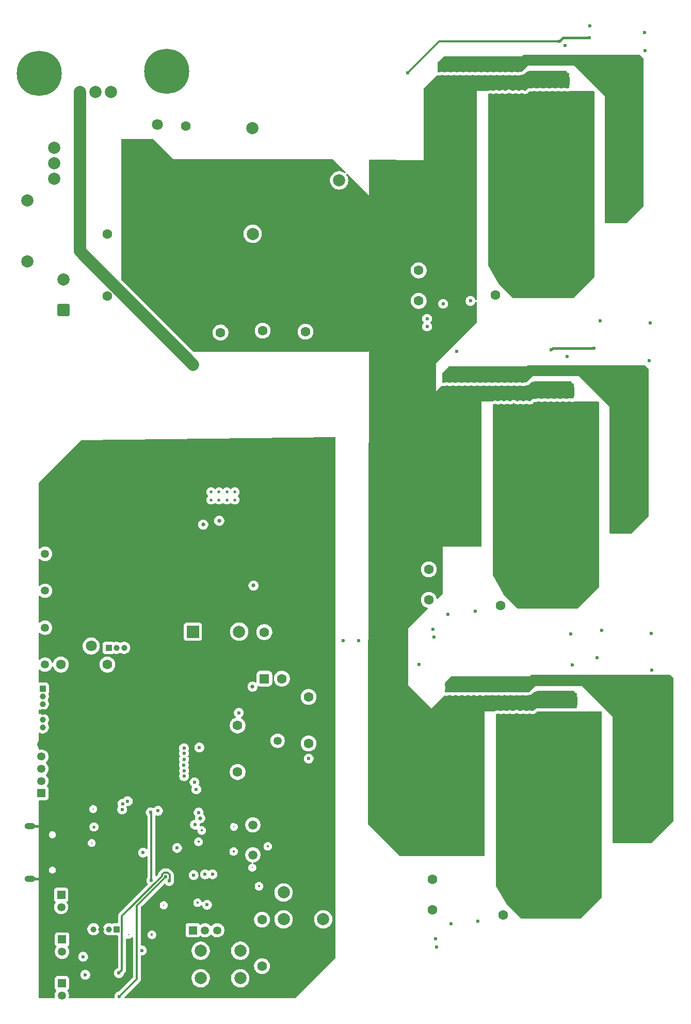
<source format=gbr>
%TF.GenerationSoftware,KiCad,Pcbnew,9.0.7*%
%TF.CreationDate,2026-01-12T17:17:52+03:00*%
%TF.ProjectId,Motor_Driver_Shell_Eco,4d6f746f-725f-4447-9269-7665725f5368,rev?*%
%TF.SameCoordinates,Original*%
%TF.FileFunction,Copper,L2,Inr*%
%TF.FilePolarity,Positive*%
%FSLAX46Y46*%
G04 Gerber Fmt 4.6, Leading zero omitted, Abs format (unit mm)*
G04 Created by KiCad (PCBNEW 9.0.7) date 2026-01-12 17:17:52*
%MOMM*%
%LPD*%
G01*
G04 APERTURE LIST*
G04 Aperture macros list*
%AMRoundRect*
0 Rectangle with rounded corners*
0 $1 Rounding radius*
0 $2 $3 $4 $5 $6 $7 $8 $9 X,Y pos of 4 corners*
0 Add a 4 corners polygon primitive as box body*
4,1,4,$2,$3,$4,$5,$6,$7,$8,$9,$2,$3,0*
0 Add four circle primitives for the rounded corners*
1,1,$1+$1,$2,$3*
1,1,$1+$1,$4,$5*
1,1,$1+$1,$6,$7*
1,1,$1+$1,$8,$9*
0 Add four rect primitives between the rounded corners*
20,1,$1+$1,$2,$3,$4,$5,0*
20,1,$1+$1,$4,$5,$6,$7,0*
20,1,$1+$1,$6,$7,$8,$9,0*
20,1,$1+$1,$8,$9,$2,$3,0*%
G04 Aperture macros list end*
%TA.AperFunction,ComponentPad*%
%ADD10R,1.800000X1.800000*%
%TD*%
%TA.AperFunction,ComponentPad*%
%ADD11C,1.800000*%
%TD*%
%TA.AperFunction,ComponentPad*%
%ADD12C,1.600000*%
%TD*%
%TA.AperFunction,ComponentPad*%
%ADD13R,1.350000X1.350000*%
%TD*%
%TA.AperFunction,ComponentPad*%
%ADD14C,1.350000*%
%TD*%
%TA.AperFunction,ComponentPad*%
%ADD15C,2.000000*%
%TD*%
%TA.AperFunction,ComponentPad*%
%ADD16R,2.000000X2.000000*%
%TD*%
%TA.AperFunction,ComponentPad*%
%ADD17RoundRect,0.250000X0.650000X-0.650000X0.650000X0.650000X-0.650000X0.650000X-0.650000X-0.650000X0*%
%TD*%
%TA.AperFunction,ComponentPad*%
%ADD18C,0.800000*%
%TD*%
%TA.AperFunction,ComponentPad*%
%ADD19C,7.400000*%
%TD*%
%TA.AperFunction,ComponentPad*%
%ADD20RoundRect,0.250000X0.750000X-0.750000X0.750000X0.750000X-0.750000X0.750000X-0.750000X-0.750000X0*%
%TD*%
%TA.AperFunction,ComponentPad*%
%ADD21RoundRect,0.250000X0.550000X-0.550000X0.550000X0.550000X-0.550000X0.550000X-0.550000X-0.550000X0*%
%TD*%
%TA.AperFunction,ComponentPad*%
%ADD22C,1.500000*%
%TD*%
%TA.AperFunction,ComponentPad*%
%ADD23R,1.000000X1.000000*%
%TD*%
%TA.AperFunction,ComponentPad*%
%ADD24C,1.000000*%
%TD*%
%TA.AperFunction,HeatsinkPad*%
%ADD25C,0.500000*%
%TD*%
%TA.AperFunction,HeatsinkPad*%
%ADD26O,2.100000X1.000000*%
%TD*%
%TA.AperFunction,HeatsinkPad*%
%ADD27O,1.800000X1.000000*%
%TD*%
%TA.AperFunction,ViaPad*%
%ADD28C,0.300000*%
%TD*%
%TA.AperFunction,ViaPad*%
%ADD29C,0.600000*%
%TD*%
%TA.AperFunction,ViaPad*%
%ADD30C,0.650000*%
%TD*%
%TA.AperFunction,ViaPad*%
%ADD31C,0.800000*%
%TD*%
%TA.AperFunction,ViaPad*%
%ADD32C,0.400000*%
%TD*%
%TA.AperFunction,ViaPad*%
%ADD33C,0.500000*%
%TD*%
%TA.AperFunction,Conductor*%
%ADD34C,2.000000*%
%TD*%
%TA.AperFunction,Conductor*%
%ADD35C,0.300000*%
%TD*%
%TA.AperFunction,Conductor*%
%ADD36C,0.400000*%
%TD*%
G04 APERTURE END LIST*
D10*
%TO.N,GND*%
%TO.C,D3*%
X100955000Y-126525000D03*
D11*
%TO.N,Net-(D3-A)*%
X103495000Y-126525000D03*
%TD*%
D12*
%TO.N,+VDC*%
%TO.C,C6*%
X122225000Y-75150000D03*
%TO.N,-VDC*%
X124725000Y-75150000D03*
%TD*%
%TO.N,Net-(D4-K)*%
%TO.C,C39*%
X170625000Y-119862500D03*
%TO.N,/FET/Phase_B_FET/PHASE_B*%
X170625000Y-114862500D03*
%TD*%
D13*
%TO.N,GND*%
%TO.C,J7*%
X95925000Y-109425000D03*
D14*
%TO.N,BRAKE*%
X95925000Y-111425000D03*
%TD*%
D12*
%TO.N,Net-(D5-K)*%
%TO.C,C40*%
X169850000Y-68987500D03*
%TO.N,/FET/Phase_C_FET/PHASE_C*%
X169850000Y-63987500D03*
%TD*%
D13*
%TO.N,GND*%
%TO.C,J4*%
X136075000Y-142050000D03*
D14*
%TO.N,TEMP_SENSOR*%
X134075000Y-142050000D03*
%TD*%
D15*
%TO.N,Net-(H1-Pad1)*%
%TO.C,S1*%
X97400000Y-44845000D03*
X97400000Y-47385000D03*
X97400000Y-49925000D03*
%TO.N,+VDC*%
X110862000Y-49975800D03*
X110862000Y-47435800D03*
X110862000Y-44895800D03*
%TO.N,Net-(S1-Vout)*%
X106702800Y-35701000D03*
%TO.N,GND*%
X104162800Y-35701000D03*
%TO.N,+5V*%
X101622800Y-35701000D03*
%TD*%
D12*
%TO.N,Net-(JP1-C)*%
%TO.C,R12*%
X106150000Y-129575000D03*
%TO.N,Net-(J13-Pin_2)*%
X98530000Y-129575000D03*
%TD*%
%TO.N,+12V*%
%TO.C,C88*%
X158900000Y-118975000D03*
%TO.N,GND*%
X158900000Y-113975000D03*
%TD*%
D15*
%TO.N,CSense_OUT_LES*%
%TO.C,C8*%
X93000000Y-63500000D03*
%TO.N,GND*%
X93000000Y-53500000D03*
%TD*%
D12*
%TO.N,+12V*%
%TO.C,C90*%
X157225000Y-69975000D03*
%TO.N,GND*%
X157225000Y-64975000D03*
%TD*%
D13*
%TO.N,+3V3*%
%TO.C,J9*%
X98575000Y-167300000D03*
D14*
%TO.N,REGEN*%
X98575000Y-169300000D03*
%TO.N,GND*%
X98575000Y-171300000D03*
%TD*%
D12*
%TO.N,+VDC*%
%TO.C,C4*%
X129125000Y-74850000D03*
%TO.N,-VDC*%
X131625000Y-74850000D03*
%TD*%
D16*
%TO.N,+5V*%
%TO.C,BZ1*%
X120175000Y-124175000D03*
D15*
%TO.N,Net-(BZ1--)*%
X127775000Y-124175000D03*
%TD*%
D17*
%TO.N,+VDC*%
%TO.C,D1*%
X114350000Y-51255000D03*
D11*
%TO.N,-VDC*%
X114350000Y-41095000D03*
%TD*%
D15*
%TO.N,GND*%
%TO.C,C28*%
X140067500Y-166910000D03*
%TO.N,/MCU/NRST*%
X135067500Y-166910000D03*
%TD*%
%TO.N,+VDC*%
%TO.C,C1*%
X144175000Y-57725000D03*
%TO.N,-VDC*%
X144175000Y-50225000D03*
%TD*%
D18*
%TO.N,Net-(H1-Pad1)*%
%TO.C,H1*%
X92162779Y-32675000D03*
X92975558Y-30712779D03*
X92975558Y-34637221D03*
X94937779Y-29900000D03*
D19*
X94937779Y-32675000D03*
D18*
X94937779Y-35450000D03*
X96900000Y-30712779D03*
X96900000Y-34637221D03*
X97712779Y-32675000D03*
%TD*%
D13*
%TO.N,GND*%
%TO.C,J10*%
X95925000Y-115475000D03*
D14*
%TO.N,CRUISE*%
X95925000Y-117475000D03*
%TD*%
D20*
%TO.N,CSense_OUT_LES*%
%TO.C,C7*%
X98975000Y-71500000D03*
D15*
%TO.N,GND*%
X98975000Y-66500000D03*
%TD*%
D21*
%TO.N,+5V*%
%TO.C,D2*%
X131900000Y-131872500D03*
D12*
%TO.N,Net-(BZ1--)*%
X131900000Y-124252500D03*
%TD*%
D15*
%TO.N,GND*%
%TO.C,SW1*%
X141567500Y-175810000D03*
X135067500Y-175810000D03*
%TO.N,/MCU/NRST*%
X141567500Y-171310000D03*
X135067500Y-171310000D03*
%TD*%
D13*
%TO.N,+3V3*%
%TO.C,J8*%
X98725000Y-174625000D03*
D14*
%TO.N,ACCEL*%
X98725000Y-176625000D03*
%TO.N,GND*%
X98725000Y-178625000D03*
%TD*%
D22*
%TO.N,Net-(U1-PH0)*%
%TO.C,Y1*%
X130025000Y-160750000D03*
%TO.N,Net-(U1-PH1)*%
X130025000Y-155850000D03*
%TD*%
D12*
%TO.N,+VDC*%
%TO.C,C5*%
X136150000Y-75025000D03*
%TO.N,-VDC*%
X138650000Y-75025000D03*
%TD*%
D18*
%TO.N,/FET/Phase_C_FET/PHASE_C*%
%TO.C,H7*%
X181187779Y-67462779D03*
X179225558Y-66650000D03*
X183150000Y-66650000D03*
X178412779Y-64687779D03*
D19*
X181187779Y-64687779D03*
D18*
X183962779Y-64687779D03*
X179225558Y-62725558D03*
X183150000Y-62725558D03*
X181187779Y-61912779D03*
%TD*%
%TO.N,-VDC*%
%TO.C,H2*%
X113075000Y-32375000D03*
X113887779Y-30412779D03*
X113887779Y-34337221D03*
X115850000Y-29600000D03*
D19*
X115850000Y-32375000D03*
D18*
X115850000Y-35150000D03*
X117812221Y-30412779D03*
X117812221Y-34337221D03*
X118625000Y-32375000D03*
%TD*%
D12*
%TO.N,+12V*%
%TO.C,C89*%
X159525000Y-169750000D03*
%TO.N,GND*%
X159525000Y-164750000D03*
%TD*%
%TO.N,+VDC*%
%TO.C,R1*%
X119000000Y-56520000D03*
%TO.N,-VDC*%
X119000000Y-41280000D03*
%TD*%
D15*
%TO.N,+3V3*%
%TO.C,SW2*%
X127967500Y-180960000D03*
X121467500Y-180960000D03*
%TO.N,/MCU/BOOT0*%
X127967500Y-176460000D03*
X121467500Y-176460000D03*
%TD*%
D23*
%TO.N,STATUS_LED*%
%TO.C,JP1*%
X106360000Y-126825000D03*
D24*
%TO.N,Net-(JP1-C)*%
X107630000Y-126825000D03*
%TO.N,Net-(JP1-B)*%
X108900000Y-126825000D03*
%TD*%
D12*
%TO.N,Net-(Q1-B)*%
%TO.C,R20*%
X134790000Y-131872500D03*
%TO.N,GND*%
X142410000Y-131872500D03*
%TD*%
D18*
%TO.N,/FET/Phase_B_FET/PHASE_B*%
%TO.C,H4*%
X181962779Y-118337779D03*
X180000558Y-117525000D03*
X183925000Y-117525000D03*
X179187779Y-115562779D03*
D19*
X181962779Y-115562779D03*
D18*
X184737779Y-115562779D03*
X180000558Y-113600558D03*
X183925000Y-113600558D03*
X181962779Y-112787779D03*
%TD*%
D13*
%TO.N,Net-(J2-Pin_1)*%
%TO.C,J2*%
X95325000Y-150650000D03*
D14*
%TO.N,Net-(J2-Pin_2)*%
X95325000Y-148650000D03*
%TO.N,Net-(J2-Pin_3)*%
X95325000Y-146650000D03*
%TO.N,+5V*%
X95325000Y-144650000D03*
%TO.N,GND*%
X95325000Y-142650000D03*
%TD*%
D15*
%TO.N,+VDC*%
%TO.C,C2*%
X129925000Y-49200000D03*
%TO.N,-VDC*%
X129925000Y-41700000D03*
%TD*%
D12*
%TO.N,Net-(S1-Vout)*%
%TO.C,R2*%
X106150000Y-59045000D03*
%TO.N,CSense_OUT_LES*%
X106150000Y-69205000D03*
%TD*%
D13*
%TO.N,GND*%
%TO.C,J12*%
X95925000Y-121525000D03*
D14*
%TO.N,PANIC STOP*%
X95925000Y-123525000D03*
%TD*%
D13*
%TO.N,GND*%
%TO.C,J13*%
X95925000Y-127575000D03*
D14*
%TO.N,Net-(J13-Pin_2)*%
X95925000Y-129575000D03*
%TD*%
D13*
%TO.N,Net-(J3-Pin_1)*%
%TO.C,J3*%
X98675000Y-181800000D03*
D14*
%TO.N,Net-(J3-Pin_2)*%
X98675000Y-183800000D03*
%TD*%
D23*
%TO.N,BT_STATE*%
%TO.C,J6*%
X95550000Y-133510000D03*
D24*
%TO.N,BT_TX*%
X95550000Y-134780000D03*
%TO.N,BT_RX*%
X95550000Y-136050000D03*
%TO.N,GND*%
X95550000Y-137320000D03*
%TO.N,+5V*%
X95550000Y-138590000D03*
%TO.N,BT_KEY*%
X95550000Y-139860000D03*
%TD*%
D15*
%TO.N,+VDC*%
%TO.C,C3*%
X130000000Y-66475000D03*
%TO.N,-VDC*%
X130000000Y-58975000D03*
%TD*%
D12*
%TO.N,/MCU/NRST*%
%TO.C,R7*%
X131517500Y-171360000D03*
%TO.N,+3V3*%
X131517500Y-178980000D03*
%TD*%
D18*
%TO.N,/FET/Phase_A_FET/PHASE_A*%
%TO.C,H6*%
X182437779Y-169087779D03*
X180475558Y-168275000D03*
X184400000Y-168275000D03*
X179662779Y-166312779D03*
D19*
X182437779Y-166312779D03*
D18*
X185212779Y-166312779D03*
X180475558Y-164350558D03*
X184400000Y-164350558D03*
X182437779Y-163537779D03*
%TD*%
D12*
%TO.N,Net-(Q1-B)*%
%TO.C,R11*%
X139175000Y-134865000D03*
%TO.N,BUZZER*%
X139175000Y-142485000D03*
%TD*%
%TO.N,+3V3*%
%TO.C,R50*%
X127525000Y-139550000D03*
%TO.N,TEMP_SENSOR*%
X127525000Y-147170000D03*
%TD*%
D25*
%TO.N,-VDC*%
%TO.C,U2*%
X127065000Y-101287500D03*
X125765000Y-101287500D03*
X124465000Y-101287500D03*
X123165000Y-101287500D03*
X127065000Y-102587500D03*
X125765000Y-102587500D03*
X124465000Y-102587500D03*
X123165000Y-102587500D03*
%TD*%
D26*
%TO.N,GND*%
%TO.C,J11*%
X97640000Y-156030000D03*
D27*
X93460000Y-156030000D03*
D26*
X97640000Y-164670000D03*
D27*
X93460000Y-164670000D03*
%TD*%
D23*
%TO.N,+3V3*%
%TO.C,J5*%
X107695000Y-172950000D03*
D24*
%TO.N,SWCLK*%
X106425000Y-172950000D03*
%TO.N,GND*%
X105155000Y-172950000D03*
%TO.N,SWDIO*%
X103885000Y-172950000D03*
%TD*%
D12*
%TO.N,Net-(D7-K)*%
%TO.C,C57*%
X171100000Y-170612500D03*
%TO.N,/FET/Phase_A_FET/PHASE_A*%
X171100000Y-165612500D03*
%TD*%
D13*
%TO.N,/MCU/I2C_SCL*%
%TO.C,J1*%
X120167500Y-173110000D03*
D14*
%TO.N,/MCU/I2C_SDA*%
X122167500Y-173110000D03*
%TO.N,+5V*%
X124167500Y-173110000D03*
%TO.N,GND*%
X126167500Y-173110000D03*
%TD*%
D28*
%TO.N,VBAT*%
X129925000Y-162850000D03*
D29*
%TO.N,CSense_OUT_LES*%
X120525000Y-155800000D03*
D30*
%TO.N,Net-(U2-VCC)*%
X124500000Y-106000000D03*
X121875000Y-106625000D03*
D29*
%TO.N,+12V*%
X161250000Y-70450000D03*
X162500000Y-172075000D03*
X162025000Y-121325000D03*
D30*
X129975000Y-133175000D03*
X130125000Y-116625000D03*
D31*
%TO.N,+5V*%
X120175000Y-80525000D03*
D29*
X127725000Y-137475000D03*
D32*
%TO.N,/MCU/NRST*%
X121102586Y-158613898D03*
D28*
%TO.N,Net-(J2-Pin_1)*%
X103825000Y-153250000D03*
D33*
%TO.N,Net-(J2-Pin_2)*%
X103950000Y-156175000D03*
D28*
%TO.N,Net-(J2-Pin_3)*%
X103575000Y-158800000D03*
D29*
%TO.N,BT_RX*%
X108650000Y-152375000D03*
%TO.N,BT_KEY*%
X108575000Y-153325000D03*
%TO.N,BT_STATE*%
X112000000Y-160375000D03*
%TO.N,BT_TX*%
X109487500Y-151962500D03*
%TO.N,BRAKE*%
X122175000Y-163950000D03*
D30*
%TO.N,ACCEL*%
X121375000Y-154750000D03*
D29*
%TO.N,REGEN*%
X121125000Y-153825000D03*
%TO.N,CRUISE*%
X123400000Y-163925000D03*
D32*
%TO.N,/MCU/BOOT0*%
X120950000Y-168592500D03*
D29*
%TO.N,BUZZER*%
X139175000Y-144975000D03*
X122499140Y-168946836D03*
%TO.N,STATUS_LED*%
X120300000Y-164075000D03*
D28*
%TO.N,TMP_ALERT*%
X115400000Y-169010000D03*
D32*
X113467500Y-173860000D03*
D29*
%TO.N,/FET/Phase_A_FET/PHASE_A*%
X184600000Y-158075000D03*
X185600000Y-150175000D03*
X180600000Y-138175000D03*
X184600000Y-145175000D03*
X185600000Y-144175000D03*
X177600000Y-148175000D03*
X175800000Y-141175000D03*
X178600000Y-162075000D03*
X179600000Y-146175000D03*
X183600000Y-141175000D03*
X186600000Y-148175000D03*
X181600000Y-162075000D03*
X172800000Y-138175000D03*
X183600000Y-157175000D03*
X176800000Y-151175000D03*
X176800000Y-164175000D03*
X176800000Y-153175000D03*
X182600000Y-150175000D03*
X184600000Y-149175000D03*
X182600000Y-151175000D03*
X182600000Y-139175000D03*
X174800000Y-156175000D03*
X185600000Y-152175000D03*
X177600000Y-138175000D03*
X184600000Y-152175000D03*
X176800000Y-142175000D03*
X172800000Y-165075000D03*
X185600000Y-149175000D03*
X182600000Y-147175000D03*
X183600000Y-159075000D03*
X181600000Y-154175000D03*
X172800000Y-144175000D03*
X173800000Y-151175000D03*
X174800000Y-144175000D03*
X177600000Y-158075000D03*
X175800000Y-163175000D03*
X184600000Y-142175000D03*
X172800000Y-151175000D03*
X172800000Y-156175000D03*
X186600000Y-147175000D03*
X181600000Y-142175000D03*
X179600000Y-142175000D03*
X174800000Y-148175000D03*
X176800000Y-162175000D03*
X185600000Y-160075000D03*
X172800000Y-153175000D03*
X186600000Y-158075000D03*
X184600000Y-139175000D03*
X180600000Y-159075000D03*
X175800000Y-138175000D03*
X181600000Y-144175000D03*
X176800000Y-145175000D03*
X183600000Y-139175000D03*
X179600000Y-155175000D03*
X175800000Y-147175000D03*
X179600000Y-147175000D03*
X181600000Y-151175000D03*
X180600000Y-141175000D03*
X172800000Y-141175000D03*
X181600000Y-138175000D03*
X176800000Y-146175000D03*
X182600000Y-152175000D03*
X173800000Y-161175000D03*
X175800000Y-160175000D03*
X173800000Y-138175000D03*
X172800000Y-142175000D03*
X172800000Y-145175000D03*
X183600000Y-152175000D03*
X186600000Y-140175000D03*
X185600000Y-157175000D03*
X185600000Y-162075000D03*
X174800000Y-139175000D03*
X186600000Y-155175000D03*
X184600000Y-147175000D03*
X176800000Y-157175000D03*
X175800000Y-148175000D03*
X180600000Y-151175000D03*
X182600000Y-159075000D03*
X180600000Y-162075000D03*
X175800000Y-150175000D03*
X183600000Y-155175000D03*
X175800000Y-162175000D03*
X174800000Y-165075000D03*
X175800000Y-140175000D03*
X185600000Y-153175000D03*
X174800000Y-143175000D03*
X183600000Y-149175000D03*
X182600000Y-145175000D03*
X178600000Y-160075000D03*
X184600000Y-155175000D03*
X177600000Y-160075000D03*
X182600000Y-138175000D03*
X180600000Y-158075000D03*
X186600000Y-138175000D03*
X180600000Y-150175000D03*
X182600000Y-146175000D03*
X174800000Y-142175000D03*
X173800000Y-164175000D03*
X181600000Y-146175000D03*
X182600000Y-155175000D03*
X178600000Y-141175000D03*
X181600000Y-140175000D03*
X172800000Y-166075000D03*
X176800000Y-140175000D03*
X173800000Y-150175000D03*
X185600000Y-145175000D03*
X177600000Y-157175000D03*
X181600000Y-153175000D03*
X174800000Y-141175000D03*
X180600000Y-139175000D03*
X181600000Y-143175000D03*
X183600000Y-151175000D03*
X178600000Y-145175000D03*
X183600000Y-161075000D03*
X178600000Y-138175000D03*
X182600000Y-141175000D03*
X175800000Y-139175000D03*
X186600000Y-152175000D03*
X182600000Y-161075000D03*
X186600000Y-146175000D03*
X180600000Y-140175000D03*
X174800000Y-158175000D03*
X175800000Y-167075000D03*
X184600000Y-148175000D03*
X184600000Y-156175000D03*
X173800000Y-160175000D03*
X173800000Y-145175000D03*
X174800000Y-159175000D03*
X178600000Y-152175000D03*
X179600000Y-162075000D03*
X172800000Y-158175000D03*
X183600000Y-148175000D03*
X177600000Y-161075000D03*
X178600000Y-146175000D03*
X184600000Y-154175000D03*
X180600000Y-156175000D03*
X172800000Y-152175000D03*
X174800000Y-153175000D03*
X177600000Y-159075000D03*
X179600000Y-161075000D03*
X175800000Y-143175000D03*
X185600000Y-142175000D03*
X174800000Y-140175000D03*
X186600000Y-142175000D03*
X181600000Y-149175000D03*
X179800000Y-163175000D03*
X183600000Y-153175000D03*
X180600000Y-144175000D03*
X185600000Y-155175000D03*
X179600000Y-140175000D03*
X175800000Y-165075000D03*
X180600000Y-155175000D03*
X183600000Y-140175000D03*
X185600000Y-159075000D03*
X174800000Y-138175000D03*
X178600000Y-147175000D03*
X179600000Y-159075000D03*
X172800000Y-157175000D03*
X177600000Y-143175000D03*
X174800000Y-161175000D03*
X183600000Y-143175000D03*
X183600000Y-162075000D03*
X182600000Y-157175000D03*
X179600000Y-139175000D03*
X179600000Y-138175000D03*
X172800000Y-139175000D03*
X177600000Y-141175000D03*
X176800000Y-159175000D03*
X177600000Y-140175000D03*
X185600000Y-139175000D03*
X177600000Y-146175000D03*
X176800000Y-156175000D03*
X176800000Y-150175000D03*
X186600000Y-162075000D03*
X181600000Y-159075000D03*
X181600000Y-157175000D03*
X186600000Y-159075000D03*
X177800000Y-163175000D03*
X183600000Y-158075000D03*
X176800000Y-160175000D03*
X184600000Y-140175000D03*
X174800000Y-167075000D03*
X176800000Y-138175000D03*
X181600000Y-160075000D03*
X178600000Y-151175000D03*
X179600000Y-144175000D03*
X173800000Y-167075000D03*
X186600000Y-151175000D03*
X172800000Y-154175000D03*
X184600000Y-141175000D03*
X175800000Y-155175000D03*
X173800000Y-156175000D03*
X176800000Y-148175000D03*
X174800000Y-150175000D03*
X175800000Y-154175000D03*
X184600000Y-138175000D03*
X173800000Y-158175000D03*
X176800000Y-147175000D03*
X177600000Y-142175000D03*
X180600000Y-161075000D03*
X181600000Y-152175000D03*
X178600000Y-142175000D03*
X178600000Y-143175000D03*
X181600000Y-145175000D03*
X177600000Y-155175000D03*
X176800000Y-141175000D03*
X180600000Y-146175000D03*
X177600000Y-139175000D03*
X186600000Y-154175000D03*
X176800000Y-161175000D03*
X172800000Y-155175000D03*
X173800000Y-143175000D03*
X176800000Y-152175000D03*
X181600000Y-147175000D03*
X176800000Y-149175000D03*
X177800000Y-167075000D03*
X177600000Y-149175000D03*
X172800000Y-167075000D03*
X180600000Y-152175000D03*
X174800000Y-146175000D03*
X184600000Y-151175000D03*
X181600000Y-141175000D03*
X182600000Y-158075000D03*
X185600000Y-148175000D03*
X177800000Y-164175000D03*
X182600000Y-156175000D03*
X175800000Y-159175000D03*
X172800000Y-143175000D03*
X182600000Y-162075000D03*
X175800000Y-156175000D03*
X173800000Y-148175000D03*
X175800000Y-146175000D03*
X175800000Y-166075000D03*
X173800000Y-140175000D03*
X174800000Y-162175000D03*
X177600000Y-152175000D03*
X173800000Y-149175000D03*
X178600000Y-139175000D03*
X185600000Y-141175000D03*
X182600000Y-154175000D03*
X185600000Y-156175000D03*
X173800000Y-146175000D03*
X178600000Y-159075000D03*
X176800000Y-165075000D03*
X175800000Y-142175000D03*
X174800000Y-145175000D03*
X179600000Y-148175000D03*
X177800000Y-166075000D03*
X186600000Y-141175000D03*
X180600000Y-148175000D03*
X179600000Y-153175000D03*
X178800000Y-163175000D03*
X175800000Y-145175000D03*
X179600000Y-160075000D03*
X174800000Y-147175000D03*
X178600000Y-156175000D03*
X186600000Y-144175000D03*
X182600000Y-143175000D03*
X184600000Y-146175000D03*
X183600000Y-146175000D03*
X177600000Y-162075000D03*
X184600000Y-160075000D03*
X180600000Y-145175000D03*
X173800000Y-142175000D03*
X178600000Y-161075000D03*
X175800000Y-144175000D03*
X172800000Y-163175000D03*
X186600000Y-157175000D03*
X173800000Y-154175000D03*
X186600000Y-153175000D03*
X184600000Y-150175000D03*
X184600000Y-162075000D03*
X178600000Y-144175000D03*
X182600000Y-140175000D03*
X174800000Y-152175000D03*
X174800000Y-163175000D03*
X178800000Y-164175000D03*
X181600000Y-139175000D03*
X181600000Y-158075000D03*
X174800000Y-164175000D03*
X179600000Y-151175000D03*
X182600000Y-153175000D03*
X178600000Y-158075000D03*
X186600000Y-145175000D03*
X178600000Y-150175000D03*
X176800000Y-139175000D03*
X173800000Y-144175000D03*
X174800000Y-157175000D03*
X180600000Y-147175000D03*
X181600000Y-161075000D03*
X182600000Y-142175000D03*
X177800000Y-165075000D03*
X172800000Y-140175000D03*
X185600000Y-158075000D03*
X183600000Y-154175000D03*
X177600000Y-151175000D03*
X184600000Y-143175000D03*
X183600000Y-147175000D03*
X184600000Y-157175000D03*
X186600000Y-143175000D03*
X183600000Y-156175000D03*
X179600000Y-149175000D03*
X185600000Y-147175000D03*
X186600000Y-156175000D03*
X180600000Y-154175000D03*
X186600000Y-139175000D03*
X182600000Y-149175000D03*
X173800000Y-141175000D03*
X173800000Y-163175000D03*
X174800000Y-160175000D03*
X173800000Y-153175000D03*
X183600000Y-145175000D03*
X174800000Y-166075000D03*
X180600000Y-149175000D03*
X172800000Y-164175000D03*
X174800000Y-149175000D03*
X176800000Y-144175000D03*
X185600000Y-140175000D03*
X177600000Y-154175000D03*
X177600000Y-153175000D03*
X185600000Y-151175000D03*
X186600000Y-160075000D03*
X185600000Y-143175000D03*
X175800000Y-158175000D03*
X175800000Y-151175000D03*
X179600000Y-141175000D03*
X177600000Y-150175000D03*
X176800000Y-155175000D03*
X184600000Y-159075000D03*
X178600000Y-148175000D03*
X174800000Y-155175000D03*
X178600000Y-154175000D03*
X178600000Y-149175000D03*
X183600000Y-150175000D03*
X180600000Y-153175000D03*
X182600000Y-160075000D03*
X173800000Y-147175000D03*
X177600000Y-147175000D03*
X183600000Y-144175000D03*
X179600000Y-158075000D03*
X173800000Y-162175000D03*
X179600000Y-154175000D03*
X176800000Y-154175000D03*
X176800000Y-158175000D03*
X185600000Y-161075000D03*
X175800000Y-152175000D03*
X181600000Y-156175000D03*
X179600000Y-143175000D03*
X173800000Y-139175000D03*
X175800000Y-157175000D03*
X180600000Y-157175000D03*
X177600000Y-156175000D03*
X179600000Y-152175000D03*
X176800000Y-163175000D03*
X185600000Y-146175000D03*
X174800000Y-154175000D03*
X175800000Y-153175000D03*
X182600000Y-148175000D03*
X185600000Y-154175000D03*
X179600000Y-157175000D03*
X181600000Y-150175000D03*
X179600000Y-150175000D03*
X175800000Y-149175000D03*
X186600000Y-161075000D03*
X176800000Y-166075000D03*
X175800000Y-164175000D03*
X184600000Y-161075000D03*
X173800000Y-166075000D03*
X182600000Y-144175000D03*
X178600000Y-155175000D03*
X184600000Y-144175000D03*
X178600000Y-153175000D03*
X173800000Y-165075000D03*
X173800000Y-159175000D03*
X186600000Y-149175000D03*
X177600000Y-144175000D03*
X180600000Y-142175000D03*
X173800000Y-157175000D03*
X178600000Y-140175000D03*
X176800000Y-167075000D03*
X177600000Y-145175000D03*
X186600000Y-150175000D03*
X179600000Y-145175000D03*
X174800000Y-151175000D03*
X184600000Y-153175000D03*
X183600000Y-160075000D03*
X185600000Y-138175000D03*
X176800000Y-143175000D03*
X173800000Y-152175000D03*
X175800000Y-161175000D03*
X180600000Y-143175000D03*
X173800000Y-155175000D03*
X178600000Y-157175000D03*
X181600000Y-155175000D03*
X179600000Y-156175000D03*
X183600000Y-138175000D03*
X183600000Y-142175000D03*
X180600000Y-160075000D03*
X181600000Y-148175000D03*
%TO.N,HS_MOS_C*%
X158600000Y-72900000D03*
X118725000Y-144100000D03*
%TO.N,/FET/HS_MOS_A*%
X160025000Y-174535000D03*
X118750000Y-146975000D03*
%TO.N,LS_MOS_C*%
X158600000Y-74175000D03*
X118725000Y-143299997D03*
%TO.N,CAN_S*%
X113375000Y-164950000D03*
X113250000Y-153800000D03*
X102525000Y-180400000D03*
D32*
%TO.N,+3V3*%
X121625000Y-156750000D03*
D29*
X102175000Y-177450000D03*
D32*
X131025000Y-165900000D03*
D29*
X182200000Y-124550000D03*
D28*
X109617500Y-173860000D03*
D29*
X111800000Y-176435000D03*
D32*
%TO.N,VDD_1*%
X126875000Y-160200000D03*
X132467500Y-159360000D03*
D28*
%TO.N,VDD_2*%
X126925000Y-156150000D03*
D29*
%TO.N,CAN_RX*%
X116300000Y-165050000D03*
X108050000Y-180125000D03*
%TO.N,CAN_TX*%
X108125000Y-183950000D03*
X115750000Y-164300000D03*
D28*
%TO.N,GND*%
X107625000Y-152400000D03*
D30*
X125350000Y-147225000D03*
X134000000Y-147600000D03*
X142300000Y-138525000D03*
D29*
X187025000Y-73225000D03*
X181250000Y-28100000D03*
D30*
X137743290Y-93750000D03*
X140925000Y-114575000D03*
X123425000Y-141325000D03*
D28*
X107575000Y-158200000D03*
D29*
X157250000Y-129575000D03*
D30*
X138500000Y-93800000D03*
D28*
X127125000Y-155650000D03*
D30*
X138544276Y-92950000D03*
X107525000Y-146400000D03*
X117100000Y-110325000D03*
X139175000Y-93675000D03*
D28*
X107525000Y-155450000D03*
D29*
X182475000Y-129625000D03*
D30*
X139300000Y-92900000D03*
X137800000Y-92875000D03*
D28*
X126825000Y-160950000D03*
D29*
X185314975Y-24925025D03*
X134625000Y-135525000D03*
D30*
X111812500Y-146162500D03*
D29*
X181625000Y-79100000D03*
X187300000Y-123975000D03*
X140850000Y-127675000D03*
X114800000Y-175750000D03*
%TO.N,+VDC*%
X163250000Y-57550000D03*
X163250000Y-41550000D03*
X159125000Y-93425000D03*
X165500000Y-144175000D03*
X164025000Y-102425000D03*
X180900000Y-136475000D03*
X173650000Y-35250000D03*
X165250000Y-44550000D03*
X162125000Y-88425000D03*
X159600000Y-137175000D03*
X164250000Y-33550000D03*
X166250000Y-58550000D03*
X160600000Y-150175000D03*
X160350000Y-57550000D03*
X162600000Y-154175000D03*
X176650000Y-32850000D03*
X181650000Y-33850000D03*
X178425000Y-85725000D03*
X172225000Y-86125000D03*
X176900000Y-134475000D03*
X162600000Y-158175000D03*
X175650000Y-32850000D03*
X162250000Y-48550000D03*
X166500000Y-158175000D03*
X158350000Y-37550000D03*
X161600000Y-158175000D03*
X159125000Y-98425000D03*
X164500000Y-153175000D03*
X162125000Y-103425000D03*
X165500000Y-153175000D03*
X158350000Y-44550000D03*
X166500000Y-138175000D03*
X167500000Y-138175000D03*
X159350000Y-36550000D03*
X175650000Y-34850000D03*
X171450000Y-33250000D03*
X159600000Y-144175000D03*
X161350000Y-36550000D03*
X171225000Y-85125000D03*
X181900000Y-136475000D03*
X164250000Y-39550000D03*
X169800000Y-135875000D03*
X163250000Y-39550000D03*
X160350000Y-39550000D03*
X168800000Y-135875000D03*
X160350000Y-34550000D03*
X170225000Y-86125000D03*
X165250000Y-34550000D03*
X165500000Y-148175000D03*
X164250000Y-40550000D03*
X164025000Y-109425000D03*
X160350000Y-36550000D03*
X169800000Y-136875000D03*
X166025000Y-84425000D03*
X176650000Y-34850000D03*
X177900000Y-136475000D03*
X159600000Y-154175000D03*
X165025000Y-108425000D03*
X171450000Y-35250000D03*
X163250000Y-44550000D03*
X163250000Y-56550000D03*
X176425000Y-85725000D03*
X162125000Y-89425000D03*
X166500000Y-156175000D03*
X169325000Y-85125000D03*
X178425000Y-84725000D03*
X160125000Y-91425000D03*
X162125000Y-107425000D03*
X164250000Y-57550000D03*
X166250000Y-53550000D03*
X180425000Y-84725000D03*
X159600000Y-159175000D03*
X164500000Y-155175000D03*
X162250000Y-55550000D03*
X164500000Y-137175000D03*
X161125000Y-98425000D03*
X159125000Y-90425000D03*
X178900000Y-135475000D03*
X166250000Y-40550000D03*
X163250000Y-50550000D03*
X160600000Y-148175000D03*
X161350000Y-49550000D03*
X159350000Y-51550000D03*
X164250000Y-54550000D03*
X165500000Y-139175000D03*
X160125000Y-90425000D03*
X159125000Y-109425000D03*
X158350000Y-54550000D03*
X160600000Y-144175000D03*
X161600000Y-137175000D03*
X162250000Y-42550000D03*
X160350000Y-58550000D03*
X165025000Y-109425000D03*
X165025000Y-96425000D03*
X173425000Y-86125000D03*
X162250000Y-53550000D03*
X165025000Y-94425000D03*
X182900000Y-134475000D03*
X165025000Y-86425000D03*
X162600000Y-151175000D03*
X162125000Y-90425000D03*
X169450000Y-34250000D03*
X160350000Y-51550000D03*
X165500000Y-141175000D03*
X182425000Y-85725000D03*
X164250000Y-35550000D03*
X161125000Y-93425000D03*
X168550000Y-34250000D03*
X167500000Y-157175000D03*
X164500000Y-143175000D03*
X158350000Y-40550000D03*
X159125000Y-96425000D03*
X172650000Y-33250000D03*
X163250000Y-38550000D03*
X166025000Y-94425000D03*
X159600000Y-148175000D03*
X170450000Y-35250000D03*
X159350000Y-40550000D03*
X162125000Y-106425000D03*
X164250000Y-58550000D03*
X159125000Y-102425000D03*
X163500000Y-146175000D03*
X167025000Y-90425000D03*
X169325000Y-84125000D03*
X159350000Y-45550000D03*
X165025000Y-105425000D03*
X166500000Y-141175000D03*
X158350000Y-57550000D03*
X160125000Y-107425000D03*
X167500000Y-144175000D03*
X177650000Y-32850000D03*
X165025000Y-102425000D03*
X164250000Y-34550000D03*
X159350000Y-46550000D03*
X161125000Y-84425000D03*
X159600000Y-149175000D03*
X165025000Y-90425000D03*
X163025000Y-102425000D03*
X164250000Y-55550000D03*
X168325000Y-84125000D03*
X161125000Y-94425000D03*
X164025000Y-105425000D03*
X163025000Y-97425000D03*
X165500000Y-156175000D03*
X172225000Y-85125000D03*
X161600000Y-159175000D03*
X162250000Y-47550000D03*
X162600000Y-152175000D03*
X163250000Y-48550000D03*
X165250000Y-51550000D03*
X160600000Y-154175000D03*
X167500000Y-149175000D03*
X163025000Y-92425000D03*
X166500000Y-160175000D03*
X165500000Y-147175000D03*
X162125000Y-100425000D03*
X181650000Y-34850000D03*
X174650000Y-34250000D03*
X163500000Y-137175000D03*
X161350000Y-39550000D03*
X161600000Y-160175000D03*
X164250000Y-42550000D03*
X163025000Y-86425000D03*
X177425000Y-85725000D03*
X162125000Y-98425000D03*
X164025000Y-93425000D03*
X159125000Y-91425000D03*
X166025000Y-107425000D03*
X163250000Y-34550000D03*
X158350000Y-42550000D03*
X158350000Y-55550000D03*
X161600000Y-145175000D03*
X160600000Y-145175000D03*
X163500000Y-160175000D03*
X163250000Y-58550000D03*
X163025000Y-101425000D03*
X160600000Y-149175000D03*
X165500000Y-157175000D03*
X165025000Y-106425000D03*
X164025000Y-108425000D03*
X162600000Y-138175000D03*
X159600000Y-142175000D03*
X166250000Y-37550000D03*
X167500000Y-148175000D03*
X166500000Y-146175000D03*
X161125000Y-91425000D03*
X160350000Y-50550000D03*
X160600000Y-141175000D03*
X164500000Y-156175000D03*
X175900000Y-135875000D03*
X163025000Y-95425000D03*
X165500000Y-136175000D03*
X172225000Y-84125000D03*
X165500000Y-146175000D03*
X162600000Y-156175000D03*
X158350000Y-53550000D03*
X162600000Y-141175000D03*
X164500000Y-160175000D03*
X174650000Y-35250000D03*
X170225000Y-85125000D03*
X159600000Y-140175000D03*
X179425000Y-84725000D03*
X165500000Y-143175000D03*
X168325000Y-86125000D03*
X181900000Y-134475000D03*
X160350000Y-42550000D03*
X166500000Y-136175000D03*
X162250000Y-43550000D03*
X160600000Y-158175000D03*
X164500000Y-146175000D03*
X165250000Y-33550000D03*
X164250000Y-50550000D03*
X164500000Y-136175000D03*
X163025000Y-105425000D03*
X162600000Y-144175000D03*
X169450000Y-33250000D03*
X177425000Y-83725000D03*
X159350000Y-37550000D03*
X165250000Y-35550000D03*
X165250000Y-50550000D03*
X158350000Y-49550000D03*
X165250000Y-40550000D03*
X162600000Y-157175000D03*
X165025000Y-89425000D03*
X166025000Y-85425000D03*
X180900000Y-135475000D03*
X165500000Y-135175000D03*
X161125000Y-109425000D03*
X163025000Y-104425000D03*
X167500000Y-147175000D03*
X171700000Y-135875000D03*
X159350000Y-48550000D03*
X160125000Y-104425000D03*
X167025000Y-103425000D03*
X166250000Y-51550000D03*
X165250000Y-52550000D03*
X165025000Y-91425000D03*
X165025000Y-107425000D03*
X166500000Y-135175000D03*
X161125000Y-89425000D03*
X166250000Y-45550000D03*
X166925000Y-84425000D03*
X161125000Y-95425000D03*
X166250000Y-49550000D03*
X161125000Y-105425000D03*
X164500000Y-144175000D03*
X162250000Y-58550000D03*
X166250000Y-36550000D03*
X160350000Y-48550000D03*
X158350000Y-52550000D03*
X161600000Y-155175000D03*
X166025000Y-104425000D03*
X160350000Y-37550000D03*
X161600000Y-146175000D03*
X164500000Y-135175000D03*
X160600000Y-147175000D03*
X172700000Y-136875000D03*
X164500000Y-154175000D03*
X163250000Y-51550000D03*
X161125000Y-104425000D03*
X164250000Y-51550000D03*
X165500000Y-142175000D03*
X161125000Y-106425000D03*
X166250000Y-50550000D03*
X164250000Y-41550000D03*
X164250000Y-56550000D03*
X161350000Y-50550000D03*
X159600000Y-157175000D03*
X173650000Y-33250000D03*
X160600000Y-138175000D03*
X166150000Y-33550000D03*
X163025000Y-90425000D03*
X174425000Y-86125000D03*
X166250000Y-39550000D03*
X163250000Y-35550000D03*
X164025000Y-106425000D03*
X167500000Y-159175000D03*
X163250000Y-52550000D03*
X161600000Y-140175000D03*
X159350000Y-49550000D03*
X160600000Y-146175000D03*
X175425000Y-84125000D03*
X162600000Y-155175000D03*
X159125000Y-88425000D03*
X159600000Y-138175000D03*
X167500000Y-140175000D03*
X163500000Y-138175000D03*
X163025000Y-100425000D03*
X166025000Y-102425000D03*
X159600000Y-160175000D03*
X165250000Y-53550000D03*
X159350000Y-50550000D03*
X160125000Y-101425000D03*
X166500000Y-148175000D03*
X161350000Y-55550000D03*
X161125000Y-100425000D03*
X159350000Y-52550000D03*
X161125000Y-85425000D03*
X166025000Y-88425000D03*
X163500000Y-139175000D03*
X175650000Y-33850000D03*
X164250000Y-44550000D03*
X163025000Y-91425000D03*
X164025000Y-107425000D03*
X168550000Y-33250000D03*
X167500000Y-141175000D03*
X161125000Y-108425000D03*
X179900000Y-136475000D03*
X174425000Y-85125000D03*
X158350000Y-35550000D03*
X174650000Y-33250000D03*
X159350000Y-44550000D03*
X167025000Y-89425000D03*
X159600000Y-141175000D03*
X161350000Y-43550000D03*
X176900000Y-136475000D03*
X165025000Y-101425000D03*
X162125000Y-85425000D03*
X162600000Y-147175000D03*
X164025000Y-88425000D03*
X160125000Y-105425000D03*
X161600000Y-139175000D03*
X166500000Y-151175000D03*
X166025000Y-95425000D03*
X162250000Y-38550000D03*
X161125000Y-92425000D03*
X165500000Y-150175000D03*
X164025000Y-96425000D03*
X165250000Y-41550000D03*
X163500000Y-156175000D03*
X165500000Y-145175000D03*
X161350000Y-34550000D03*
X161350000Y-51550000D03*
X167500000Y-152175000D03*
X158350000Y-48550000D03*
X167025000Y-93425000D03*
X163500000Y-142175000D03*
X160125000Y-100425000D03*
X163500000Y-159175000D03*
X166025000Y-96425000D03*
X159125000Y-106425000D03*
X165500000Y-151175000D03*
X161600000Y-149175000D03*
X167025000Y-97425000D03*
X161125000Y-96425000D03*
X171225000Y-86125000D03*
X166250000Y-55550000D03*
X167025000Y-87425000D03*
X163500000Y-158175000D03*
X165025000Y-88425000D03*
X161600000Y-153175000D03*
X179425000Y-83725000D03*
X161600000Y-150175000D03*
X160600000Y-157175000D03*
X160350000Y-46550000D03*
X163250000Y-53550000D03*
X182425000Y-83725000D03*
X166500000Y-147175000D03*
X158350000Y-36550000D03*
X170450000Y-34250000D03*
X164250000Y-46550000D03*
X163025000Y-109425000D03*
X160350000Y-35550000D03*
X162600000Y-146175000D03*
X159125000Y-97425000D03*
X159350000Y-53550000D03*
X160125000Y-106425000D03*
X160350000Y-40550000D03*
X162250000Y-54550000D03*
X167500000Y-153175000D03*
X160350000Y-56550000D03*
X161600000Y-144175000D03*
X166250000Y-57550000D03*
X165250000Y-55550000D03*
X178650000Y-32850000D03*
X160125000Y-103425000D03*
X165250000Y-58550000D03*
X160125000Y-98425000D03*
X163500000Y-135175000D03*
X164025000Y-97425000D03*
X180900000Y-134475000D03*
X166500000Y-149175000D03*
X163500000Y-145175000D03*
X160600000Y-143175000D03*
X163250000Y-55550000D03*
X162250000Y-37550000D03*
X169325000Y-86125000D03*
X164025000Y-103425000D03*
X164025000Y-85425000D03*
X162125000Y-94425000D03*
X158350000Y-51550000D03*
X167025000Y-102425000D03*
X181425000Y-83725000D03*
X164500000Y-158175000D03*
X161350000Y-38550000D03*
X166500000Y-142175000D03*
X170225000Y-84125000D03*
X164250000Y-49550000D03*
X165025000Y-84425000D03*
X171450000Y-34250000D03*
X161125000Y-99425000D03*
X162250000Y-57550000D03*
X166250000Y-46550000D03*
X159125000Y-86425000D03*
X167500000Y-146175000D03*
X165250000Y-57550000D03*
X175900000Y-136875000D03*
X166500000Y-137175000D03*
X167025000Y-94425000D03*
X178650000Y-33850000D03*
X171700000Y-134875000D03*
X164025000Y-101425000D03*
X161350000Y-46550000D03*
X165500000Y-158175000D03*
X175425000Y-86125000D03*
X159125000Y-107425000D03*
X165025000Y-98425000D03*
X158350000Y-41550000D03*
X163500000Y-148175000D03*
X167025000Y-107425000D03*
X166500000Y-143175000D03*
X180425000Y-83725000D03*
X160125000Y-94425000D03*
X164500000Y-140175000D03*
X162250000Y-44550000D03*
X165250000Y-46550000D03*
X159350000Y-39550000D03*
X164500000Y-145175000D03*
X159125000Y-89425000D03*
X163500000Y-147175000D03*
X165250000Y-45550000D03*
X165500000Y-155175000D03*
X163500000Y-152175000D03*
X166025000Y-100425000D03*
X163500000Y-149175000D03*
X162600000Y-160175000D03*
X165500000Y-137175000D03*
X159350000Y-41550000D03*
X160125000Y-93425000D03*
X165500000Y-154175000D03*
X160125000Y-97425000D03*
X159125000Y-101425000D03*
X163250000Y-47550000D03*
X162250000Y-49550000D03*
X164025000Y-100425000D03*
X164025000Y-92425000D03*
X161600000Y-151175000D03*
X166025000Y-108425000D03*
X182425000Y-84725000D03*
X181425000Y-85725000D03*
X172650000Y-35250000D03*
X160125000Y-85425000D03*
X161600000Y-154175000D03*
X159125000Y-99425000D03*
X162600000Y-153175000D03*
X164250000Y-38550000D03*
X166500000Y-157175000D03*
X164025000Y-98425000D03*
X162125000Y-91425000D03*
X161600000Y-152175000D03*
X163500000Y-155175000D03*
X160600000Y-159175000D03*
X164025000Y-89425000D03*
X166025000Y-90425000D03*
X177900000Y-134475000D03*
X180650000Y-32850000D03*
X162250000Y-40550000D03*
X166025000Y-105425000D03*
X174425000Y-84125000D03*
X164500000Y-142175000D03*
X163025000Y-88425000D03*
X164250000Y-48550000D03*
X162250000Y-35550000D03*
X162600000Y-150175000D03*
X166025000Y-101425000D03*
X165025000Y-97425000D03*
X164025000Y-104425000D03*
X164250000Y-52550000D03*
X166025000Y-86425000D03*
X166250000Y-56550000D03*
X160125000Y-96425000D03*
X162125000Y-105425000D03*
X181650000Y-32850000D03*
X159350000Y-34550000D03*
X162250000Y-45550000D03*
X179650000Y-33850000D03*
X161350000Y-40550000D03*
X164500000Y-141175000D03*
X165250000Y-39550000D03*
X163025000Y-106425000D03*
X164025000Y-87425000D03*
X161350000Y-58550000D03*
X173900000Y-135875000D03*
X161125000Y-87425000D03*
X159600000Y-155175000D03*
X159600000Y-153175000D03*
X162600000Y-148175000D03*
X163250000Y-40550000D03*
X160350000Y-41550000D03*
X173425000Y-85125000D03*
X167025000Y-98425000D03*
X167025000Y-101425000D03*
X166250000Y-38550000D03*
X160350000Y-55550000D03*
X167025000Y-109425000D03*
X164025000Y-90425000D03*
X160600000Y-136175000D03*
X164025000Y-99425000D03*
X162250000Y-36550000D03*
X160125000Y-95425000D03*
X161600000Y-135175000D03*
X179425000Y-85725000D03*
X163250000Y-37550000D03*
X167025000Y-100425000D03*
X160600000Y-152175000D03*
X159125000Y-87425000D03*
X159600000Y-156175000D03*
X163025000Y-89425000D03*
X164250000Y-43550000D03*
X159125000Y-104425000D03*
X172700000Y-134875000D03*
X167025000Y-106425000D03*
X182900000Y-135475000D03*
X182900000Y-136475000D03*
X175900000Y-134875000D03*
X163250000Y-49550000D03*
X167500000Y-154175000D03*
X159125000Y-100425000D03*
X165500000Y-160175000D03*
X160125000Y-92425000D03*
X166500000Y-152175000D03*
X166025000Y-92425000D03*
X163500000Y-151175000D03*
X162125000Y-86425000D03*
X163025000Y-93425000D03*
X165250000Y-42550000D03*
X160125000Y-87425000D03*
X163025000Y-94425000D03*
X166025000Y-98425000D03*
X158350000Y-46550000D03*
X160600000Y-156175000D03*
X159600000Y-143175000D03*
X159125000Y-108425000D03*
X162250000Y-50550000D03*
X159125000Y-95425000D03*
X159600000Y-139175000D03*
X162600000Y-137175000D03*
X165500000Y-149175000D03*
X161600000Y-142175000D03*
X164250000Y-53550000D03*
X159600000Y-150175000D03*
X160600000Y-142175000D03*
X165250000Y-54550000D03*
X163500000Y-157175000D03*
X167500000Y-160175000D03*
X167500000Y-139175000D03*
X164500000Y-149175000D03*
X162250000Y-52550000D03*
X163025000Y-84425000D03*
X158350000Y-45550000D03*
X162125000Y-99425000D03*
X165025000Y-99425000D03*
X166250000Y-54550000D03*
X162600000Y-142175000D03*
X164250000Y-37550000D03*
X165025000Y-93425000D03*
X160350000Y-52550000D03*
X163025000Y-85425000D03*
X166500000Y-144175000D03*
X179900000Y-135475000D03*
X171700000Y-136875000D03*
X162250000Y-39550000D03*
X160600000Y-140175000D03*
X158350000Y-39550000D03*
X166250000Y-42550000D03*
X159350000Y-55550000D03*
X163500000Y-136175000D03*
X179650000Y-34850000D03*
X176425000Y-83725000D03*
X163025000Y-108425000D03*
X158350000Y-47550000D03*
X161350000Y-52550000D03*
X161350000Y-57550000D03*
X165250000Y-43550000D03*
X166025000Y-106425000D03*
X165500000Y-140175000D03*
X177900000Y-135475000D03*
X167025000Y-91425000D03*
X165025000Y-103425000D03*
X165250000Y-37550000D03*
X163025000Y-99425000D03*
X159350000Y-57550000D03*
X165025000Y-87425000D03*
X167500000Y-136175000D03*
X166025000Y-93425000D03*
X167025000Y-92425000D03*
X162600000Y-143175000D03*
X163250000Y-42550000D03*
X167550000Y-35250000D03*
X160350000Y-49550000D03*
X165250000Y-56550000D03*
X162250000Y-46550000D03*
X165025000Y-92425000D03*
X161125000Y-88425000D03*
X167500000Y-150175000D03*
X168550000Y-35250000D03*
X166025000Y-89425000D03*
X159600000Y-151175000D03*
X178900000Y-136475000D03*
X161350000Y-33550000D03*
X160350000Y-45550000D03*
X164250000Y-45550000D03*
X161350000Y-53550000D03*
X159350000Y-54550000D03*
X164250000Y-36550000D03*
X166500000Y-154175000D03*
X165500000Y-152175000D03*
X180425000Y-85725000D03*
X161350000Y-42550000D03*
X162250000Y-34550000D03*
X167550000Y-34250000D03*
X181425000Y-84725000D03*
X177425000Y-84725000D03*
X160600000Y-139175000D03*
X161125000Y-86425000D03*
X160125000Y-89425000D03*
X163500000Y-144175000D03*
X167025000Y-85425000D03*
X167025000Y-96425000D03*
X177650000Y-33850000D03*
X162125000Y-102425000D03*
X164250000Y-47550000D03*
X158350000Y-38550000D03*
X160600000Y-153175000D03*
X168325000Y-85125000D03*
X160600000Y-160175000D03*
X167500000Y-158175000D03*
X170700000Y-134875000D03*
X179900000Y-134475000D03*
X162125000Y-87425000D03*
X160125000Y-109425000D03*
X159350000Y-42550000D03*
X163500000Y-154175000D03*
X162125000Y-84425000D03*
X158350000Y-56550000D03*
X159125000Y-103425000D03*
X167025000Y-104425000D03*
X165025000Y-104425000D03*
X166500000Y-140175000D03*
X161600000Y-143175000D03*
X169800000Y-134875000D03*
X169450000Y-35250000D03*
X165250000Y-49550000D03*
X162125000Y-95425000D03*
X167025000Y-108425000D03*
X164025000Y-84425000D03*
X161350000Y-37550000D03*
X163025000Y-87425000D03*
X167025000Y-88425000D03*
X161125000Y-97425000D03*
X164025000Y-95425000D03*
X173650000Y-34250000D03*
X162600000Y-140175000D03*
X163025000Y-96425000D03*
X163250000Y-33550000D03*
X173900000Y-136875000D03*
X160125000Y-108425000D03*
X163500000Y-143175000D03*
X166250000Y-52550000D03*
X159125000Y-92425000D03*
X164500000Y-148175000D03*
X160125000Y-86425000D03*
X167025000Y-105425000D03*
X161350000Y-41550000D03*
X159600000Y-152175000D03*
X164025000Y-86425000D03*
X166250000Y-43550000D03*
X160350000Y-53550000D03*
X166500000Y-139175000D03*
X173900000Y-134875000D03*
X167500000Y-145175000D03*
X161600000Y-138175000D03*
X163500000Y-140175000D03*
X161350000Y-45550000D03*
X161350000Y-54550000D03*
X158350000Y-43550000D03*
X161350000Y-47550000D03*
X166250000Y-35550000D03*
X178900000Y-134475000D03*
X162250000Y-41550000D03*
X166250000Y-48550000D03*
X159350000Y-58550000D03*
X166500000Y-153175000D03*
X167500000Y-137175000D03*
X163025000Y-103425000D03*
X161125000Y-101425000D03*
X168800000Y-136875000D03*
X162125000Y-101425000D03*
X161125000Y-103425000D03*
X163250000Y-36550000D03*
X164500000Y-151175000D03*
X164025000Y-94425000D03*
X160350000Y-33550000D03*
X167550000Y-33250000D03*
X158350000Y-50550000D03*
X176900000Y-135475000D03*
X172650000Y-34250000D03*
X164500000Y-152175000D03*
X162125000Y-96425000D03*
X180650000Y-34850000D03*
X161350000Y-35550000D03*
X167500000Y-143175000D03*
X162600000Y-145175000D03*
X168800000Y-134875000D03*
X167500000Y-156175000D03*
X167500000Y-155175000D03*
X161125000Y-90425000D03*
X159350000Y-56550000D03*
X162600000Y-159175000D03*
X159350000Y-38550000D03*
X164500000Y-157175000D03*
X161125000Y-107425000D03*
X165025000Y-95425000D03*
X178425000Y-83725000D03*
X164025000Y-91425000D03*
X164500000Y-147175000D03*
X174900000Y-136875000D03*
X159600000Y-145175000D03*
X174900000Y-135875000D03*
X170700000Y-135875000D03*
X161600000Y-141175000D03*
X162600000Y-149175000D03*
X158350000Y-58550000D03*
X160125000Y-88425000D03*
X162600000Y-139175000D03*
X166500000Y-150175000D03*
X161350000Y-56550000D03*
X164500000Y-139175000D03*
X160125000Y-102425000D03*
X167025000Y-86425000D03*
X175425000Y-85125000D03*
X160350000Y-38550000D03*
X166025000Y-87425000D03*
X166500000Y-145175000D03*
X159350000Y-47550000D03*
X167400000Y-135175000D03*
X161600000Y-148175000D03*
X160600000Y-155175000D03*
X159600000Y-158175000D03*
X160350000Y-54550000D03*
X163250000Y-45550000D03*
X170700000Y-136875000D03*
X176650000Y-33850000D03*
X160350000Y-47550000D03*
X165250000Y-38550000D03*
X172700000Y-135875000D03*
X163250000Y-46550000D03*
X162125000Y-97425000D03*
X162250000Y-33550000D03*
X160600000Y-151175000D03*
X160350000Y-44550000D03*
X173425000Y-84125000D03*
X177650000Y-34850000D03*
X163250000Y-54550000D03*
X160125000Y-99425000D03*
X161600000Y-147175000D03*
X163500000Y-153175000D03*
X171225000Y-84125000D03*
X160600000Y-137175000D03*
X167025000Y-95425000D03*
X167025000Y-99425000D03*
X162250000Y-51550000D03*
X161350000Y-44550000D03*
X165250000Y-36550000D03*
X163500000Y-141175000D03*
X166025000Y-91425000D03*
X159350000Y-35550000D03*
X176425000Y-84725000D03*
X163250000Y-43550000D03*
X162125000Y-108425000D03*
X163025000Y-107425000D03*
X164500000Y-150175000D03*
X162125000Y-92425000D03*
X165250000Y-48550000D03*
X166025000Y-99425000D03*
X166250000Y-41550000D03*
X165025000Y-100425000D03*
X179650000Y-32850000D03*
X159600000Y-146175000D03*
X161600000Y-157175000D03*
X166025000Y-103425000D03*
X162600000Y-135175000D03*
X166250000Y-44550000D03*
X162125000Y-104425000D03*
X161600000Y-136175000D03*
X178650000Y-34850000D03*
X161350000Y-48550000D03*
X162125000Y-109425000D03*
X159125000Y-105425000D03*
X163025000Y-98425000D03*
X167500000Y-151175000D03*
X159350000Y-43550000D03*
X163500000Y-150175000D03*
X180650000Y-33850000D03*
X166025000Y-97425000D03*
X159125000Y-94425000D03*
X165500000Y-138175000D03*
X170450000Y-33250000D03*
X174900000Y-134875000D03*
X165500000Y-159175000D03*
X166250000Y-34550000D03*
X162125000Y-93425000D03*
X166500000Y-155175000D03*
X166500000Y-159175000D03*
X164500000Y-138175000D03*
X165025000Y-85425000D03*
X164500000Y-159175000D03*
X161125000Y-102425000D03*
X159600000Y-147175000D03*
X165250000Y-47550000D03*
X162600000Y-136175000D03*
X160350000Y-43550000D03*
X161600000Y-156175000D03*
X166025000Y-109425000D03*
X166250000Y-47550000D03*
X181900000Y-135475000D03*
X167500000Y-142175000D03*
X162250000Y-56550000D03*
%TO.N,/FET/LS_MOS_B*%
X147375000Y-125625000D03*
X144825000Y-125650000D03*
X118725000Y-145100000D03*
X159750000Y-125050000D03*
%TO.N,/FET/LS_MOS_A*%
X118750000Y-147850000D03*
X160125000Y-175825000D03*
%TO.N,/FET/HS_MOS_B*%
X118700000Y-146025000D03*
X159615000Y-123785000D03*
%TO.N,Current Sense_A*%
X121237500Y-143162500D03*
X186500000Y-128475000D03*
X120450000Y-148850000D03*
%TO.N,-VDC*%
X175350000Y-30050000D03*
X179125000Y-80925000D03*
X189125000Y-82925000D03*
X163550000Y-32250000D03*
X189350000Y-43850000D03*
X194600000Y-146475000D03*
X193125000Y-83925000D03*
X167550000Y-31250000D03*
X170325000Y-82125000D03*
X171550000Y-31250000D03*
X186125000Y-80925000D03*
X193125000Y-93725000D03*
X193125000Y-102525000D03*
X172325000Y-81125000D03*
X190600000Y-143475000D03*
X189125000Y-105525000D03*
X189125000Y-81925000D03*
X193600000Y-135675000D03*
X189350000Y-41050000D03*
X190600000Y-154275000D03*
X188125000Y-82925000D03*
X193350000Y-54650000D03*
X191350000Y-52650000D03*
X189350000Y-39050000D03*
X191350000Y-36050000D03*
X192350000Y-40050000D03*
X189350000Y-50650000D03*
X192600000Y-142675000D03*
X193600000Y-157275000D03*
X194125000Y-105525000D03*
X192600000Y-151475000D03*
X193600000Y-156275000D03*
X190125000Y-84925000D03*
X194125000Y-101525000D03*
X192125000Y-105525000D03*
X189350000Y-33050000D03*
X192600000Y-144475000D03*
X188350000Y-53650000D03*
X193600000Y-154275000D03*
X192125000Y-94725000D03*
X190125000Y-99725000D03*
X192600000Y-158275000D03*
X187125000Y-81925000D03*
X178125000Y-81925000D03*
X190350000Y-48850000D03*
X164800000Y-133875000D03*
X189125000Y-99725000D03*
X189350000Y-51650000D03*
X161800000Y-133875000D03*
X162800000Y-131875000D03*
X192125000Y-84925000D03*
X189350000Y-41850000D03*
X193125000Y-87925000D03*
X189125000Y-103525000D03*
X194600000Y-156275000D03*
X178600000Y-132675000D03*
X190600000Y-134675000D03*
X185600000Y-132675000D03*
X190350000Y-43850000D03*
X177125000Y-81925000D03*
X188350000Y-33050000D03*
X193125000Y-100525000D03*
X190125000Y-86925000D03*
X192350000Y-36050000D03*
X195475000Y-130475000D03*
X180350000Y-31050000D03*
X180600000Y-132675000D03*
X185125000Y-80925000D03*
X190125000Y-107525000D03*
X175325000Y-82125000D03*
X192125000Y-104525000D03*
X193600000Y-141675000D03*
X166550000Y-30250000D03*
X192600000Y-150475000D03*
X193350000Y-41050000D03*
X160550000Y-32250000D03*
X194125000Y-82925000D03*
X190600000Y-132675000D03*
X180350000Y-30050000D03*
X167325000Y-81125000D03*
X190125000Y-90925000D03*
X191350000Y-48850000D03*
X176350000Y-30050000D03*
X166550000Y-32250000D03*
X193350000Y-44850000D03*
X173550000Y-32250000D03*
X190600000Y-145475000D03*
X192125000Y-98725000D03*
X189125000Y-107525000D03*
X190125000Y-102525000D03*
X191600000Y-153275000D03*
X192600000Y-133675000D03*
X192600000Y-141675000D03*
X191600000Y-154275000D03*
X188350000Y-56650000D03*
X193600000Y-143475000D03*
X193600000Y-136675000D03*
X173325000Y-83125000D03*
X175800000Y-132875000D03*
X191350000Y-54650000D03*
X194125000Y-90925000D03*
X190600000Y-133675000D03*
X192125000Y-85925000D03*
X188125000Y-80925000D03*
X164325000Y-82125000D03*
X165550000Y-30250000D03*
X166800000Y-133875000D03*
X185350000Y-32050000D03*
X187350000Y-30050000D03*
X192350000Y-55650000D03*
X193600000Y-140675000D03*
X190600000Y-140675000D03*
X193600000Y-133675000D03*
X193600000Y-137675000D03*
X191600000Y-155275000D03*
X187125000Y-84925000D03*
X189600000Y-157275000D03*
X192125000Y-97725000D03*
X190600000Y-142675000D03*
X190600000Y-152275000D03*
X194125000Y-103525000D03*
X189125000Y-84925000D03*
X193125000Y-91925000D03*
X190125000Y-91925000D03*
X191350000Y-32050000D03*
X189600000Y-131675000D03*
X189600000Y-136675000D03*
X193600000Y-142675000D03*
X190600000Y-138675000D03*
X189350000Y-48850000D03*
X194125000Y-92725000D03*
X191600000Y-140675000D03*
X190600000Y-157275000D03*
X173800000Y-131875000D03*
X161325000Y-83125000D03*
X171325000Y-81125000D03*
X185350000Y-33050000D03*
X188600000Y-136675000D03*
X193125000Y-89925000D03*
X190125000Y-105525000D03*
X177125000Y-80925000D03*
X192125000Y-93725000D03*
X174800000Y-132875000D03*
X176600000Y-131675000D03*
X189350000Y-52650000D03*
X192125000Y-102525000D03*
X189350000Y-49850000D03*
X164325000Y-83125000D03*
X193125000Y-103525000D03*
X182350000Y-31050000D03*
X171325000Y-82125000D03*
X167550000Y-32250000D03*
X192600000Y-139675000D03*
X167325000Y-83125000D03*
X194325000Y-26000000D03*
X193350000Y-45850000D03*
X169325000Y-83125000D03*
X189350000Y-42850000D03*
X192600000Y-156275000D03*
X162325000Y-81125000D03*
X188350000Y-30050000D03*
X192350000Y-38050000D03*
X164550000Y-30250000D03*
X190600000Y-144475000D03*
X189125000Y-106525000D03*
X165325000Y-83125000D03*
X190600000Y-150475000D03*
X190125000Y-104525000D03*
X192600000Y-134675000D03*
X192350000Y-53650000D03*
X174325000Y-83125000D03*
X194125000Y-96725000D03*
X190600000Y-155275000D03*
X184125000Y-80925000D03*
X172800000Y-131875000D03*
X192125000Y-91925000D03*
X173325000Y-82125000D03*
X187350000Y-32050000D03*
X172550000Y-31250000D03*
X186600000Y-132675000D03*
X193600000Y-149475000D03*
X191600000Y-157275000D03*
X183125000Y-81925000D03*
X189350000Y-30050000D03*
X192600000Y-138675000D03*
X192600000Y-145475000D03*
X186350000Y-32050000D03*
X186600000Y-134675000D03*
X191125000Y-105525000D03*
X183350000Y-30050000D03*
X194125000Y-86925000D03*
X165800000Y-132875000D03*
X187125000Y-80925000D03*
X190350000Y-41050000D03*
X193350000Y-46850000D03*
X194600000Y-147475000D03*
X192600000Y-137675000D03*
X194600000Y-154275000D03*
X185600000Y-133775000D03*
X193125000Y-98725000D03*
X192350000Y-33050000D03*
X161550000Y-31250000D03*
X194125000Y-97725000D03*
X189350000Y-40050000D03*
X190350000Y-34050000D03*
X165325000Y-81125000D03*
X191350000Y-42850000D03*
X186600000Y-131675000D03*
X191125000Y-86925000D03*
X163325000Y-81125000D03*
X193125000Y-94725000D03*
X194125000Y-93725000D03*
X188350000Y-49850000D03*
X171325000Y-83125000D03*
X191350000Y-46850000D03*
X193350000Y-41850000D03*
X171550000Y-30250000D03*
X170550000Y-32250000D03*
X193350000Y-52650000D03*
X187600000Y-134675000D03*
X194600000Y-148475000D03*
X184350000Y-31050000D03*
X170325000Y-83125000D03*
X162550000Y-32250000D03*
X179350000Y-30050000D03*
X189350000Y-36050000D03*
X173325000Y-81125000D03*
X189600000Y-153275000D03*
X189350000Y-37050000D03*
X189600000Y-135675000D03*
X168550000Y-30250000D03*
X190350000Y-54650000D03*
X169550000Y-30250000D03*
X169325000Y-82125000D03*
X193125000Y-86925000D03*
X191125000Y-90925000D03*
X193350000Y-37050000D03*
X189600000Y-158275000D03*
X177350000Y-31050000D03*
X185350000Y-31050000D03*
X191350000Y-34050000D03*
X192350000Y-39050000D03*
X162800000Y-133875000D03*
X193350000Y-33050000D03*
X193125000Y-99725000D03*
X178350000Y-31050000D03*
X189350000Y-54650000D03*
X176125000Y-81925000D03*
X192125000Y-86925000D03*
X191350000Y-49850000D03*
X166325000Y-81125000D03*
X178350000Y-30050000D03*
X192350000Y-51650000D03*
X162325000Y-83125000D03*
X193600000Y-148475000D03*
X192350000Y-42850000D03*
X190125000Y-100725000D03*
X165800000Y-131875000D03*
X172325000Y-82125000D03*
X186125000Y-83925000D03*
X193125000Y-82925000D03*
X189600000Y-134675000D03*
X190350000Y-35050000D03*
X186125000Y-82925000D03*
X184350000Y-32150000D03*
X166550000Y-31250000D03*
X191125000Y-106525000D03*
X189600000Y-151475000D03*
X191125000Y-103525000D03*
X168325000Y-81125000D03*
X168325000Y-83125000D03*
X173800000Y-132875000D03*
X170550000Y-31250000D03*
X193600000Y-150475000D03*
X177600000Y-131675000D03*
X193600000Y-145475000D03*
X192600000Y-149475000D03*
X181600000Y-132675000D03*
X191350000Y-40050000D03*
X192125000Y-82925000D03*
X193350000Y-32050000D03*
X191125000Y-88925000D03*
X191125000Y-84925000D03*
X184125000Y-81925000D03*
X191600000Y-151475000D03*
X182600000Y-131675000D03*
X190350000Y-32050000D03*
X185125000Y-83025000D03*
X192125000Y-89925000D03*
X194600000Y-142675000D03*
X171800000Y-133875000D03*
X194125000Y-91925000D03*
X193350000Y-43850000D03*
X193600000Y-139675000D03*
X190125000Y-94725000D03*
X187350000Y-33050000D03*
X163800000Y-132875000D03*
X190600000Y-151475000D03*
X172550000Y-30250000D03*
X194600000Y-133675000D03*
X188350000Y-35050000D03*
X192350000Y-49650000D03*
X194600000Y-140675000D03*
X190350000Y-42850000D03*
X179600000Y-131675000D03*
X189125000Y-86925000D03*
X189600000Y-155275000D03*
X181125000Y-80925000D03*
X190125000Y-80925000D03*
X190125000Y-82925000D03*
X190125000Y-81925000D03*
X192600000Y-140675000D03*
X176350000Y-31050000D03*
X170550000Y-30250000D03*
X174325000Y-82125000D03*
X193600000Y-153275000D03*
X176125000Y-80925000D03*
X181350000Y-30050000D03*
X188125000Y-83925000D03*
X194600000Y-155275000D03*
X182125000Y-81925000D03*
X191600000Y-150475000D03*
X176600000Y-132675000D03*
X193125000Y-95725000D03*
X193125000Y-90925000D03*
X193350000Y-36050000D03*
X193125000Y-97725000D03*
X182125000Y-80925000D03*
X166800000Y-132875000D03*
X188600000Y-134675000D03*
X189125000Y-80925000D03*
X194125000Y-98725000D03*
X190600000Y-139675000D03*
X184350000Y-30050000D03*
X188600000Y-135675000D03*
X191125000Y-85925000D03*
X191600000Y-139675000D03*
X183600000Y-132675000D03*
X189125000Y-102525000D03*
X191600000Y-156275000D03*
X190350000Y-39050000D03*
X194600000Y-134675000D03*
X191600000Y-158275000D03*
X193350000Y-49650000D03*
X186125000Y-81925000D03*
X179125000Y-81925000D03*
X190350000Y-40050000D03*
X191600000Y-144475000D03*
X191125000Y-89925000D03*
X193125000Y-96725000D03*
X164550000Y-31250000D03*
X175600000Y-131875000D03*
X194600000Y-149475000D03*
X188350000Y-36050000D03*
X194600000Y-145475000D03*
X192350000Y-47850000D03*
X192600000Y-157275000D03*
X190350000Y-49850000D03*
X190350000Y-41850000D03*
X194125000Y-95725000D03*
X191350000Y-47850000D03*
X193125000Y-88925000D03*
X191350000Y-39050000D03*
X193125000Y-85925000D03*
X183350000Y-31050000D03*
X192350000Y-32050000D03*
X188350000Y-34050000D03*
X192600000Y-153275000D03*
X188125000Y-81925000D03*
X167800000Y-131875000D03*
X186350000Y-31050000D03*
X174800000Y-131875000D03*
X191600000Y-134675000D03*
X194125000Y-94725000D03*
X188350000Y-32050000D03*
X190350000Y-56650000D03*
X189125000Y-100725000D03*
X184600000Y-132675000D03*
X165550000Y-31250000D03*
X191125000Y-94725000D03*
X188350000Y-54650000D03*
X190125000Y-93725000D03*
X190600000Y-156275000D03*
X190350000Y-38050000D03*
X194600000Y-137675000D03*
X187350000Y-34050000D03*
X180125000Y-81925000D03*
X191350000Y-37050000D03*
X190350000Y-50650000D03*
X192125000Y-100725000D03*
X194600000Y-152275000D03*
X169800000Y-131875000D03*
X182600000Y-132675000D03*
X192350000Y-48850000D03*
X180600000Y-131675000D03*
X165800000Y-133875000D03*
X192125000Y-107525000D03*
X188125000Y-84925000D03*
X191600000Y-143475000D03*
X190125000Y-83925000D03*
X194125000Y-99725000D03*
X188600000Y-133675000D03*
X181125000Y-81925000D03*
X190125000Y-92725000D03*
X190600000Y-153275000D03*
X187600000Y-131675000D03*
X190125000Y-103525000D03*
X191125000Y-91925000D03*
X191125000Y-99725000D03*
X190350000Y-36050000D03*
X187350000Y-31050000D03*
X188350000Y-55650000D03*
X191350000Y-43850000D03*
X192125000Y-88925000D03*
X193350000Y-38050000D03*
X186350000Y-34050000D03*
X171800000Y-131875000D03*
X162550000Y-31250000D03*
X163800000Y-133875000D03*
X191600000Y-135675000D03*
X163325000Y-83125000D03*
X192125000Y-106525000D03*
X191125000Y-82925000D03*
X189600000Y-152275000D03*
X169800000Y-132875000D03*
X191125000Y-102525000D03*
X194600000Y-151275000D03*
X191600000Y-136675000D03*
X190125000Y-85925000D03*
X168325000Y-82125000D03*
X187125000Y-82925000D03*
X193600000Y-146475000D03*
X191125000Y-101525000D03*
X191350000Y-55650000D03*
X193600000Y-147475000D03*
X186350000Y-30050000D03*
X194125000Y-83925000D03*
X172800000Y-133875000D03*
X183600000Y-131675000D03*
X190600000Y-158275000D03*
X191600000Y-145475000D03*
X190125000Y-101525000D03*
X194600000Y-144475000D03*
X193350000Y-39050000D03*
X194600000Y-139675000D03*
X168800000Y-132875000D03*
X168550000Y-31250000D03*
X191600000Y-141675000D03*
X183125000Y-80925000D03*
X191350000Y-56650000D03*
X192600000Y-148475000D03*
X194125000Y-84925000D03*
X192350000Y-43850000D03*
X161550000Y-30250000D03*
X173550000Y-30250000D03*
X192350000Y-35050000D03*
X167550000Y-30250000D03*
X192350000Y-44850000D03*
X191350000Y-51650000D03*
X192125000Y-92725000D03*
X188350000Y-52650000D03*
X162550000Y-30250000D03*
X193600000Y-151275000D03*
X189600000Y-156275000D03*
X192350000Y-50650000D03*
X191600000Y-137675000D03*
X189350000Y-56650000D03*
X189350000Y-31050000D03*
X191350000Y-53650000D03*
X195075000Y-79775000D03*
X188350000Y-50650000D03*
X194600000Y-138675000D03*
X195400000Y-124500000D03*
X187600000Y-135675000D03*
X164550000Y-32250000D03*
X189125000Y-85925000D03*
X163800000Y-131875000D03*
X178125000Y-80925000D03*
X192350000Y-46850000D03*
X194400000Y-28950000D03*
X191600000Y-142675000D03*
X185350000Y-30050000D03*
X162325000Y-82125000D03*
X193125000Y-84925000D03*
X194600000Y-150475000D03*
X185125000Y-81925000D03*
X162800000Y-132875000D03*
X170800000Y-133875000D03*
X173550000Y-31250000D03*
X190600000Y-141675000D03*
X175125000Y-81125000D03*
X166325000Y-83125000D03*
X190600000Y-136675000D03*
X189350000Y-32050000D03*
X188600000Y-132675000D03*
X192350000Y-41050000D03*
X192600000Y-135675000D03*
X193125000Y-92725000D03*
X169550000Y-31250000D03*
X189600000Y-150475000D03*
X180125000Y-80925000D03*
X184600000Y-131675000D03*
X191350000Y-41050000D03*
X192600000Y-143475000D03*
X191350000Y-33050000D03*
X189350000Y-55650000D03*
X192125000Y-101525000D03*
X169800000Y-133875000D03*
X192350000Y-37050000D03*
X165325000Y-82125000D03*
X189350000Y-35050000D03*
X192600000Y-155275000D03*
X161550000Y-32250000D03*
X194125000Y-89925000D03*
X194600000Y-143475000D03*
X179350000Y-31050000D03*
X193350000Y-51650000D03*
X194600000Y-153275000D03*
X193600000Y-138675000D03*
X194125000Y-87925000D03*
X189350000Y-34050000D03*
X192125000Y-83925000D03*
X190600000Y-137675000D03*
X188350000Y-31050000D03*
X189125000Y-104525000D03*
X177600000Y-132675000D03*
X192600000Y-136675000D03*
X190600000Y-131675000D03*
X171550000Y-32250000D03*
X192125000Y-103525000D03*
X187600000Y-133675000D03*
X161800000Y-132875000D03*
X164800000Y-131875000D03*
X171800000Y-132875000D03*
X163550000Y-30250000D03*
X172550000Y-32250000D03*
X192350000Y-54650000D03*
X189350000Y-53650000D03*
X177350000Y-30050000D03*
X188350000Y-51650000D03*
X168800000Y-133875000D03*
X193350000Y-42850000D03*
X189600000Y-133675000D03*
X193125000Y-106525000D03*
X191125000Y-107525000D03*
X194125000Y-100525000D03*
X193125000Y-105525000D03*
X191125000Y-93725000D03*
X193350000Y-40050000D03*
X168550000Y-32250000D03*
X189350000Y-38050000D03*
X194125000Y-85925000D03*
X194600000Y-136675000D03*
X167800000Y-132875000D03*
X191600000Y-138675000D03*
X192125000Y-87925000D03*
X172325000Y-83125000D03*
X182350000Y-30050000D03*
X170325000Y-81125000D03*
X191350000Y-41850000D03*
X163550000Y-31250000D03*
X190350000Y-52650000D03*
X194125000Y-104525000D03*
X189600000Y-132675000D03*
X192125000Y-90925000D03*
X190125000Y-88925000D03*
X194125000Y-88925000D03*
X191600000Y-152275000D03*
X189125000Y-83925000D03*
X160550000Y-31250000D03*
X193350000Y-53650000D03*
X191125000Y-100725000D03*
X167800000Y-133875000D03*
X189125000Y-101525000D03*
X181350000Y-31050000D03*
X194600000Y-135675000D03*
X193350000Y-34050000D03*
X194125000Y-102525000D03*
X174325000Y-81125000D03*
X191125000Y-92725000D03*
X190350000Y-51650000D03*
X192125000Y-99725000D03*
X186600000Y-133675000D03*
X187350000Y-35050000D03*
X175350000Y-31050000D03*
X172800000Y-132875000D03*
X169550000Y-32250000D03*
X189600000Y-154275000D03*
X190125000Y-87925000D03*
X192350000Y-45850000D03*
X189600000Y-137675000D03*
X181600000Y-131675000D03*
X191125000Y-83925000D03*
X192600000Y-154275000D03*
X192600000Y-152275000D03*
X190350000Y-33050000D03*
X190125000Y-89925000D03*
X169325000Y-81125000D03*
X167325000Y-82125000D03*
X166325000Y-82125000D03*
X188600000Y-131675000D03*
X190125000Y-106525000D03*
X187125000Y-83925000D03*
X193600000Y-152275000D03*
X170800000Y-131875000D03*
X193600000Y-134675000D03*
X170800000Y-132875000D03*
X190350000Y-55650000D03*
X193350000Y-50650000D03*
X164800000Y-132875000D03*
X179600000Y-132675000D03*
X190350000Y-37050000D03*
X193600000Y-155275000D03*
X191125000Y-104525000D03*
X193350000Y-35050000D03*
X173800000Y-133875000D03*
X191350000Y-38050000D03*
X193350000Y-47850000D03*
X165550000Y-32250000D03*
X193125000Y-104525000D03*
X193350000Y-48850000D03*
X193125000Y-101525000D03*
X187600000Y-132675000D03*
X195200000Y-73600000D03*
X191600000Y-133675000D03*
X191125000Y-87925000D03*
X193600000Y-144475000D03*
X191350000Y-50650000D03*
X194600000Y-141675000D03*
X174350000Y-30250000D03*
X168800000Y-131875000D03*
X166800000Y-131875000D03*
X188350000Y-48850000D03*
X174550000Y-31250000D03*
X192350000Y-41850000D03*
X192350000Y-52650000D03*
X186350000Y-33050000D03*
X192350000Y-34050000D03*
X161325000Y-82125000D03*
X164325000Y-81125000D03*
X191350000Y-35050000D03*
X190600000Y-135675000D03*
X163325000Y-82125000D03*
X174800000Y-133875000D03*
X185600000Y-131675000D03*
X178600000Y-131675000D03*
X188125000Y-85925000D03*
X190350000Y-53650000D03*
%TO.N,Net-(D7-K)*%
X166975000Y-171600000D03*
%TO.N,Net-(D4-K)*%
X166500000Y-120850000D03*
%TO.N,/FET/Phase_B_FET/PHASE_B*%
X181125000Y-94425000D03*
X184125000Y-98425000D03*
X178125000Y-94425000D03*
X186125000Y-99425000D03*
X172325000Y-116325000D03*
X180125000Y-109325000D03*
X185125000Y-111325000D03*
X173325000Y-110425000D03*
X184125000Y-97425000D03*
X180125000Y-108325000D03*
X184125000Y-104425000D03*
X176325000Y-97425000D03*
X177125000Y-99425000D03*
X176325000Y-105425000D03*
X186125000Y-90425000D03*
X181125000Y-99425000D03*
X181125000Y-91425000D03*
X183125000Y-104425000D03*
X175325000Y-108425000D03*
X183125000Y-109325000D03*
X185125000Y-92425000D03*
X183125000Y-89425000D03*
X183125000Y-103425000D03*
X177125000Y-107325000D03*
X178125000Y-105425000D03*
X177325000Y-114325000D03*
X176325000Y-89425000D03*
X177125000Y-102425000D03*
X184125000Y-91425000D03*
X178125000Y-101425000D03*
X173325000Y-112425000D03*
X180125000Y-92425000D03*
X173325000Y-87425000D03*
X179125000Y-90425000D03*
X177325000Y-116325000D03*
X183125000Y-108325000D03*
X183125000Y-101425000D03*
X182125000Y-93425000D03*
X186125000Y-111325000D03*
X173325000Y-97425000D03*
X181125000Y-95425000D03*
X172325000Y-93425000D03*
X175325000Y-100425000D03*
X183125000Y-105425000D03*
X173325000Y-111425000D03*
X186125000Y-94425000D03*
X184125000Y-94425000D03*
X178125000Y-93425000D03*
X186125000Y-88425000D03*
X172325000Y-101425000D03*
X185125000Y-108325000D03*
X185125000Y-87425000D03*
X179125000Y-97425000D03*
X174325000Y-104425000D03*
X184125000Y-105425000D03*
X174325000Y-115325000D03*
X182125000Y-88425000D03*
X174325000Y-108425000D03*
X185125000Y-103425000D03*
X172325000Y-89425000D03*
X173325000Y-101425000D03*
X175325000Y-113425000D03*
X185125000Y-100425000D03*
X173325000Y-88425000D03*
X177125000Y-89425000D03*
X184125000Y-110325000D03*
X186125000Y-103425000D03*
X174325000Y-102425000D03*
X179125000Y-98425000D03*
X177125000Y-98425000D03*
X179125000Y-91425000D03*
X177125000Y-87425000D03*
X183125000Y-91425000D03*
X172325000Y-94425000D03*
X175325000Y-91425000D03*
X174325000Y-103425000D03*
X178125000Y-102425000D03*
X173325000Y-102425000D03*
X179125000Y-94425000D03*
X174325000Y-100425000D03*
X179125000Y-108325000D03*
X178125000Y-100425000D03*
X184125000Y-106425000D03*
X184125000Y-102425000D03*
X173325000Y-89425000D03*
X176325000Y-106425000D03*
X184125000Y-100425000D03*
X186125000Y-106425000D03*
X176325000Y-93425000D03*
X173325000Y-94425000D03*
X174325000Y-112425000D03*
X173325000Y-90425000D03*
X173325000Y-106425000D03*
X181125000Y-101425000D03*
X172325000Y-115325000D03*
X178125000Y-87425000D03*
X176325000Y-110425000D03*
X173325000Y-100425000D03*
X179125000Y-110325000D03*
X182125000Y-111325000D03*
X184125000Y-99425000D03*
X181125000Y-104425000D03*
X184125000Y-101425000D03*
X175325000Y-98425000D03*
X186125000Y-100425000D03*
X186125000Y-97425000D03*
X185125000Y-104425000D03*
X182125000Y-106425000D03*
X180125000Y-106425000D03*
X175325000Y-92425000D03*
X186125000Y-95425000D03*
X181125000Y-106425000D03*
X183125000Y-97425000D03*
X173325000Y-104425000D03*
X185125000Y-109325000D03*
X183125000Y-99425000D03*
X184125000Y-89425000D03*
X182125000Y-97425000D03*
X176325000Y-88425000D03*
X180125000Y-111325000D03*
X177125000Y-110325000D03*
X174325000Y-98425000D03*
X177125000Y-106425000D03*
X185125000Y-89425000D03*
X173325000Y-103425000D03*
X186125000Y-89425000D03*
X178125000Y-99425000D03*
X179125000Y-89425000D03*
X185125000Y-94425000D03*
X176325000Y-111425000D03*
X182125000Y-94425000D03*
X179125000Y-105425000D03*
X175325000Y-106425000D03*
X184125000Y-108325000D03*
X176325000Y-104425000D03*
X179125000Y-107325000D03*
X172325000Y-114325000D03*
X178325000Y-113425000D03*
X180125000Y-105425000D03*
X172325000Y-100425000D03*
X179125000Y-99425000D03*
X179125000Y-111325000D03*
X181125000Y-88425000D03*
X180125000Y-110325000D03*
X175325000Y-105425000D03*
X178125000Y-88425000D03*
X172325000Y-91425000D03*
X183125000Y-90425000D03*
X183125000Y-107325000D03*
X178125000Y-92425000D03*
X180125000Y-88425000D03*
X174325000Y-105425000D03*
X182125000Y-87425000D03*
X184125000Y-93425000D03*
X177125000Y-88425000D03*
X183125000Y-95425000D03*
X175325000Y-103425000D03*
X177125000Y-101425000D03*
X179125000Y-102425000D03*
X179325000Y-112425000D03*
X182125000Y-108325000D03*
X181125000Y-96425000D03*
X177125000Y-90425000D03*
X176325000Y-109425000D03*
X177125000Y-93425000D03*
X181125000Y-110325000D03*
X182125000Y-99425000D03*
X180125000Y-87425000D03*
X186125000Y-92425000D03*
X180125000Y-96425000D03*
X180125000Y-104425000D03*
X175325000Y-96425000D03*
X175325000Y-109425000D03*
X181125000Y-109325000D03*
X176325000Y-113425000D03*
X180125000Y-107325000D03*
X183125000Y-87425000D03*
X185125000Y-105425000D03*
X175325000Y-112425000D03*
X174325000Y-96425000D03*
X182125000Y-98425000D03*
X173325000Y-96425000D03*
X176325000Y-112425000D03*
X176325000Y-92425000D03*
X180125000Y-101425000D03*
X177125000Y-100425000D03*
X176325000Y-90425000D03*
X176325000Y-95425000D03*
X174325000Y-109425000D03*
X181125000Y-100425000D03*
X175325000Y-101425000D03*
X181125000Y-93425000D03*
X182125000Y-90425000D03*
X172325000Y-87425000D03*
X175325000Y-95425000D03*
X173325000Y-91425000D03*
X173325000Y-95425000D03*
X177125000Y-96425000D03*
X182125000Y-102425000D03*
X176325000Y-103425000D03*
X173325000Y-99425000D03*
X173325000Y-115325000D03*
X173325000Y-105425000D03*
X172325000Y-107425000D03*
X176325000Y-94425000D03*
X182125000Y-101425000D03*
X180125000Y-102425000D03*
X186125000Y-110325000D03*
X174325000Y-107425000D03*
X178125000Y-89425000D03*
X175325000Y-114325000D03*
X174325000Y-92425000D03*
X181125000Y-107325000D03*
X186125000Y-109325000D03*
X180125000Y-95425000D03*
X174325000Y-99425000D03*
X176325000Y-91425000D03*
X182125000Y-91425000D03*
X176325000Y-101425000D03*
X175325000Y-88425000D03*
X178125000Y-106425000D03*
X183125000Y-106425000D03*
X174325000Y-116325000D03*
X183125000Y-110325000D03*
X184125000Y-90425000D03*
X178125000Y-107325000D03*
X179125000Y-104425000D03*
X176325000Y-96425000D03*
X177125000Y-94425000D03*
X178125000Y-109325000D03*
X179125000Y-100425000D03*
X184125000Y-95425000D03*
X183125000Y-100425000D03*
X186125000Y-105425000D03*
X185125000Y-107325000D03*
X175325000Y-87425000D03*
X186125000Y-93425000D03*
X177325000Y-115325000D03*
X182125000Y-107325000D03*
X177125000Y-111325000D03*
X183125000Y-92425000D03*
X175325000Y-102425000D03*
X181125000Y-105425000D03*
X184125000Y-87425000D03*
X183125000Y-98425000D03*
X175325000Y-104425000D03*
X181125000Y-103425000D03*
X173325000Y-114325000D03*
X174325000Y-95425000D03*
X181125000Y-102425000D03*
X177125000Y-95425000D03*
X185125000Y-98425000D03*
X179125000Y-95425000D03*
X172325000Y-112425000D03*
X182125000Y-95425000D03*
X175325000Y-97425000D03*
X181125000Y-89425000D03*
X183125000Y-96425000D03*
X179125000Y-92425000D03*
X179125000Y-103425000D03*
X186125000Y-107325000D03*
X175325000Y-90425000D03*
X178125000Y-96425000D03*
X186125000Y-102425000D03*
X173325000Y-107425000D03*
X178125000Y-111325000D03*
X174325000Y-91425000D03*
X173325000Y-98425000D03*
X181125000Y-90425000D03*
X175325000Y-115325000D03*
X176325000Y-108425000D03*
X186125000Y-87425000D03*
X175325000Y-111425000D03*
X181125000Y-111325000D03*
X176325000Y-115325000D03*
X174325000Y-94425000D03*
X182125000Y-109325000D03*
X185125000Y-99425000D03*
X176325000Y-116325000D03*
X172325000Y-105425000D03*
X180125000Y-89425000D03*
X183125000Y-93425000D03*
X174325000Y-106425000D03*
X178125000Y-90425000D03*
X182125000Y-96425000D03*
X175325000Y-116325000D03*
X182125000Y-92425000D03*
X179125000Y-93425000D03*
X179125000Y-88425000D03*
X184125000Y-88425000D03*
X185125000Y-102425000D03*
X173325000Y-116325000D03*
X177125000Y-103425000D03*
X175325000Y-107425000D03*
X176325000Y-102425000D03*
X178325000Y-112425000D03*
X176325000Y-99425000D03*
X173325000Y-113425000D03*
X176325000Y-98425000D03*
X185125000Y-90425000D03*
X176325000Y-107425000D03*
X178125000Y-103425000D03*
X176325000Y-100425000D03*
X186125000Y-96425000D03*
X174325000Y-101425000D03*
X182125000Y-103425000D03*
X185125000Y-88425000D03*
X173325000Y-92425000D03*
X184125000Y-111325000D03*
X185125000Y-101425000D03*
X177325000Y-112425000D03*
X183125000Y-88425000D03*
X182125000Y-89425000D03*
X177125000Y-108325000D03*
X177125000Y-91425000D03*
X185125000Y-110325000D03*
X174325000Y-89425000D03*
X175325000Y-89425000D03*
X186125000Y-104425000D03*
X181125000Y-97425000D03*
X180125000Y-98425000D03*
X178125000Y-98425000D03*
X174325000Y-93425000D03*
X177125000Y-92425000D03*
X185125000Y-91425000D03*
X183125000Y-111325000D03*
X178125000Y-95425000D03*
X180125000Y-99425000D03*
X180125000Y-91425000D03*
X175325000Y-99425000D03*
X177125000Y-97425000D03*
X174325000Y-114325000D03*
X176325000Y-87425000D03*
X172325000Y-104425000D03*
X186125000Y-101425000D03*
X182125000Y-100425000D03*
X185125000Y-96425000D03*
X172325000Y-103425000D03*
X174325000Y-87425000D03*
X179125000Y-96425000D03*
X183125000Y-102425000D03*
X172325000Y-88425000D03*
X178125000Y-104425000D03*
X172325000Y-90425000D03*
X173325000Y-93425000D03*
X186125000Y-91425000D03*
X178125000Y-110325000D03*
X186125000Y-108325000D03*
X181125000Y-108325000D03*
X175325000Y-94425000D03*
X175325000Y-110425000D03*
X183125000Y-94425000D03*
X185125000Y-95425000D03*
X182125000Y-110325000D03*
X185125000Y-93425000D03*
X174325000Y-111425000D03*
X172325000Y-106425000D03*
X186125000Y-98425000D03*
X174325000Y-90425000D03*
X177125000Y-105425000D03*
X182125000Y-104425000D03*
X179125000Y-106425000D03*
X180125000Y-94425000D03*
X174325000Y-113425000D03*
X177325000Y-113425000D03*
X178125000Y-97425000D03*
X180125000Y-90425000D03*
X180125000Y-93425000D03*
X179125000Y-87425000D03*
X181125000Y-87425000D03*
X180125000Y-100425000D03*
X174325000Y-97425000D03*
X184125000Y-96425000D03*
X184125000Y-92425000D03*
X175325000Y-93425000D03*
X180125000Y-103425000D03*
X174325000Y-110425000D03*
X172325000Y-113425000D03*
X177125000Y-104425000D03*
X181125000Y-98425000D03*
X172325000Y-102425000D03*
X180125000Y-97425000D03*
X177125000Y-109325000D03*
X173325000Y-108425000D03*
X179125000Y-109325000D03*
X174325000Y-88425000D03*
X173325000Y-109425000D03*
X179125000Y-101425000D03*
X184125000Y-107325000D03*
X176325000Y-114325000D03*
X185125000Y-97425000D03*
X184125000Y-109325000D03*
X178125000Y-91425000D03*
X185125000Y-106425000D03*
X181125000Y-92425000D03*
X178125000Y-108325000D03*
X184125000Y-103425000D03*
X172325000Y-92425000D03*
X182125000Y-105425000D03*
%TO.N,Net-(D5-K)*%
X165725000Y-69975000D03*
%TO.N,/FET/Phase_C_FET/PHASE_C*%
X176550000Y-63450000D03*
X179350000Y-50550000D03*
X177350000Y-57450000D03*
X174550000Y-65450000D03*
X184350000Y-38550000D03*
X176350000Y-36550000D03*
X171550000Y-36550000D03*
X172550000Y-65450000D03*
X179350000Y-40550000D03*
X181350000Y-57450000D03*
X185350000Y-37550000D03*
X178350000Y-47550000D03*
X181350000Y-43550000D03*
X183350000Y-44550000D03*
X178350000Y-39550000D03*
X173550000Y-54550000D03*
X181350000Y-59450000D03*
X175550000Y-46550000D03*
X177350000Y-45550000D03*
X183350000Y-36550000D03*
X181350000Y-58450000D03*
X184350000Y-60450000D03*
X182350000Y-58450000D03*
X185350000Y-45550000D03*
X181350000Y-55550000D03*
X183350000Y-48550000D03*
X180350000Y-44550000D03*
X180350000Y-43550000D03*
X180350000Y-58450000D03*
X181350000Y-36550000D03*
X175550000Y-49550000D03*
X178350000Y-41550000D03*
X180350000Y-42550000D03*
X183350000Y-43550000D03*
X179350000Y-56450000D03*
X180350000Y-53550000D03*
X181350000Y-49550000D03*
X182350000Y-41550000D03*
X173550000Y-65450000D03*
X176350000Y-41550000D03*
X185350000Y-54550000D03*
X175550000Y-52550000D03*
X174550000Y-63450000D03*
X177350000Y-41550000D03*
X179350000Y-38550000D03*
X176350000Y-58450000D03*
X176550000Y-64450000D03*
X184350000Y-42550000D03*
X173550000Y-48550000D03*
X184350000Y-53550000D03*
X173550000Y-37550000D03*
X179350000Y-49550000D03*
X182350000Y-52550000D03*
X182350000Y-46550000D03*
X185350000Y-41550000D03*
X173550000Y-43550000D03*
X172550000Y-44550000D03*
X174550000Y-37550000D03*
X175550000Y-36550000D03*
X174550000Y-45550000D03*
X179350000Y-42550000D03*
X172550000Y-57550000D03*
X180350000Y-59450000D03*
X180350000Y-46550000D03*
X175550000Y-40550000D03*
X176550000Y-65450000D03*
X174550000Y-44550000D03*
X175550000Y-41550000D03*
X179350000Y-36550000D03*
X172550000Y-40550000D03*
X171550000Y-64450000D03*
X175550000Y-62550000D03*
X172550000Y-45550000D03*
X171550000Y-41550000D03*
X179350000Y-53550000D03*
X182350000Y-50550000D03*
X184350000Y-54550000D03*
X175550000Y-42550000D03*
X178350000Y-60450000D03*
X182350000Y-60450000D03*
X177350000Y-52550000D03*
X172550000Y-48550000D03*
X184350000Y-52550000D03*
X176350000Y-47550000D03*
X183350000Y-41550000D03*
X174550000Y-38550000D03*
X171550000Y-43550000D03*
X171550000Y-39550000D03*
X173550000Y-58550000D03*
X183350000Y-58450000D03*
X177350000Y-47550000D03*
X182350000Y-53550000D03*
X184350000Y-40550000D03*
X177350000Y-50550000D03*
X175550000Y-57550000D03*
X178350000Y-51550000D03*
X173550000Y-53550000D03*
X172550000Y-36550000D03*
X183350000Y-52550000D03*
X172550000Y-47550000D03*
X182350000Y-55550000D03*
X183350000Y-54550000D03*
X176350000Y-49550000D03*
X173550000Y-60550000D03*
X176350000Y-55550000D03*
X182350000Y-47550000D03*
X182350000Y-59450000D03*
X174550000Y-36550000D03*
X184350000Y-59450000D03*
X181350000Y-45550000D03*
X178550000Y-61550000D03*
X175550000Y-60550000D03*
X179350000Y-37550000D03*
X175550000Y-56550000D03*
X172550000Y-60550000D03*
X182350000Y-43550000D03*
X183350000Y-40550000D03*
X175550000Y-45550000D03*
X181350000Y-42550000D03*
X182350000Y-42550000D03*
X177350000Y-55550000D03*
X178350000Y-40550000D03*
X173550000Y-51550000D03*
X171550000Y-63450000D03*
X175550000Y-50550000D03*
X174550000Y-64450000D03*
X185350000Y-51550000D03*
X185350000Y-39550000D03*
X184350000Y-43550000D03*
X174550000Y-52550000D03*
X183350000Y-60450000D03*
X181350000Y-52550000D03*
X173550000Y-47550000D03*
X185350000Y-60450000D03*
X185350000Y-43550000D03*
X178350000Y-37550000D03*
X182350000Y-36550000D03*
X177350000Y-44550000D03*
X185350000Y-42550000D03*
X179350000Y-59450000D03*
X173550000Y-39550000D03*
X174550000Y-53550000D03*
X174550000Y-43550000D03*
X172550000Y-61550000D03*
X181350000Y-53550000D03*
X171550000Y-50550000D03*
X178350000Y-56450000D03*
X175550000Y-63450000D03*
X175550000Y-61550000D03*
X180350000Y-49550000D03*
X172550000Y-51550000D03*
X176350000Y-59450000D03*
X185350000Y-58450000D03*
X172550000Y-58550000D03*
X173550000Y-52550000D03*
X172550000Y-41550000D03*
X184350000Y-39550000D03*
X180350000Y-38550000D03*
X174550000Y-57550000D03*
X180350000Y-48550000D03*
X175550000Y-65450000D03*
X172550000Y-50550000D03*
X171550000Y-61550000D03*
X171550000Y-42550000D03*
X183350000Y-50550000D03*
X181350000Y-54550000D03*
X174550000Y-48550000D03*
X176350000Y-44550000D03*
X185350000Y-56450000D03*
X176350000Y-46550000D03*
X175550000Y-64450000D03*
X173550000Y-59550000D03*
X184350000Y-37550000D03*
X174550000Y-56550000D03*
X172550000Y-63450000D03*
X173550000Y-57550000D03*
X183350000Y-57450000D03*
X178350000Y-58450000D03*
X178350000Y-49550000D03*
X179350000Y-46550000D03*
X174550000Y-50550000D03*
X176350000Y-43550000D03*
X183350000Y-56450000D03*
X173550000Y-61550000D03*
X174550000Y-59550000D03*
X178350000Y-52550000D03*
X184350000Y-49550000D03*
X177350000Y-58450000D03*
X176350000Y-48550000D03*
X176350000Y-42550000D03*
X173550000Y-49550000D03*
X180350000Y-56450000D03*
X181350000Y-38550000D03*
X174550000Y-46550000D03*
X179350000Y-55550000D03*
X172550000Y-37550000D03*
X184350000Y-46550000D03*
X179350000Y-47550000D03*
X183350000Y-53550000D03*
X181350000Y-60450000D03*
X178350000Y-36550000D03*
X182350000Y-51550000D03*
X176350000Y-45550000D03*
X171550000Y-54550000D03*
X179350000Y-41550000D03*
X184350000Y-47550000D03*
X181350000Y-41550000D03*
X172550000Y-38550000D03*
X181350000Y-56450000D03*
X177350000Y-40550000D03*
X184350000Y-41550000D03*
X175550000Y-39550000D03*
X176350000Y-52550000D03*
X171550000Y-56550000D03*
X176550000Y-61550000D03*
X185350000Y-48550000D03*
X173550000Y-36550000D03*
X182350000Y-40550000D03*
X175550000Y-59550000D03*
X183350000Y-37550000D03*
X177550000Y-61550000D03*
X174550000Y-55550000D03*
X175550000Y-37550000D03*
X183350000Y-55550000D03*
X177350000Y-39550000D03*
X172550000Y-56550000D03*
X184350000Y-50550000D03*
X177550000Y-62550000D03*
X179350000Y-60450000D03*
X172550000Y-43550000D03*
X181350000Y-47550000D03*
X180350000Y-45550000D03*
X179350000Y-48550000D03*
X177350000Y-60450000D03*
X173550000Y-50550000D03*
X178350000Y-45550000D03*
X182350000Y-49550000D03*
X175550000Y-43550000D03*
X175550000Y-44550000D03*
X180350000Y-60450000D03*
X171550000Y-53550000D03*
X185350000Y-52550000D03*
X184350000Y-56450000D03*
X185350000Y-44550000D03*
X182350000Y-54550000D03*
X176350000Y-40550000D03*
X172550000Y-53550000D03*
X172550000Y-59550000D03*
X180350000Y-41550000D03*
X176350000Y-56450000D03*
X173550000Y-63450000D03*
X174550000Y-60550000D03*
X185350000Y-57450000D03*
X178350000Y-53550000D03*
X171550000Y-38550000D03*
X176350000Y-53550000D03*
X181350000Y-44550000D03*
X184350000Y-51550000D03*
X173550000Y-64450000D03*
X184350000Y-57450000D03*
X175550000Y-53550000D03*
X177350000Y-56450000D03*
X177350000Y-42550000D03*
X175550000Y-47550000D03*
X175550000Y-48550000D03*
X177350000Y-38550000D03*
X179350000Y-44550000D03*
X175550000Y-58550000D03*
X178350000Y-54550000D03*
X182350000Y-45550000D03*
X181350000Y-51550000D03*
X179350000Y-51550000D03*
X171550000Y-40550000D03*
X180350000Y-57450000D03*
X172550000Y-39550000D03*
X174550000Y-41550000D03*
X172550000Y-54550000D03*
X180350000Y-37550000D03*
X184350000Y-58450000D03*
X182350000Y-37550000D03*
X171550000Y-65450000D03*
X183350000Y-47550000D03*
X183350000Y-38550000D03*
X172550000Y-42550000D03*
X178350000Y-46550000D03*
X177350000Y-54550000D03*
X172550000Y-46550000D03*
X181350000Y-48550000D03*
X182350000Y-38550000D03*
X175550000Y-51550000D03*
X176350000Y-39550000D03*
X182350000Y-48550000D03*
X173550000Y-41550000D03*
X176350000Y-37550000D03*
X172550000Y-64450000D03*
X178350000Y-48550000D03*
X177350000Y-43550000D03*
X181350000Y-46550000D03*
X174550000Y-42550000D03*
X177350000Y-53550000D03*
X179350000Y-52550000D03*
X178350000Y-50550000D03*
X180350000Y-54550000D03*
X184350000Y-44550000D03*
X173550000Y-45550000D03*
X180350000Y-50550000D03*
X172550000Y-55550000D03*
X179350000Y-45550000D03*
X173550000Y-62550000D03*
X182350000Y-57450000D03*
X183350000Y-51550000D03*
X181350000Y-50550000D03*
X177350000Y-37550000D03*
X180350000Y-47550000D03*
X180350000Y-52550000D03*
X185350000Y-46550000D03*
X184350000Y-36550000D03*
X171550000Y-51550000D03*
X178350000Y-42550000D03*
X185350000Y-55550000D03*
X180350000Y-51550000D03*
X185350000Y-59450000D03*
X176350000Y-50550000D03*
X174550000Y-61550000D03*
X173550000Y-55550000D03*
X178350000Y-57450000D03*
X172550000Y-49550000D03*
X174550000Y-47550000D03*
X176550000Y-62550000D03*
X182350000Y-56450000D03*
X174550000Y-51550000D03*
X175550000Y-55550000D03*
X182350000Y-44550000D03*
X176350000Y-38550000D03*
X173550000Y-56550000D03*
X173550000Y-42550000D03*
X177350000Y-59450000D03*
X173550000Y-46550000D03*
X171550000Y-37550000D03*
X180350000Y-36550000D03*
X184350000Y-55550000D03*
X178350000Y-55550000D03*
X183350000Y-46550000D03*
X185350000Y-36550000D03*
X175550000Y-38550000D03*
X171550000Y-62550000D03*
X174550000Y-62550000D03*
X173550000Y-38550000D03*
X185350000Y-40550000D03*
X171550000Y-55550000D03*
X185350000Y-38550000D03*
X174550000Y-49550000D03*
X172550000Y-62550000D03*
X176350000Y-54550000D03*
X178350000Y-44550000D03*
X181350000Y-37550000D03*
X182350000Y-39550000D03*
X173550000Y-40550000D03*
X183350000Y-45550000D03*
X185350000Y-47550000D03*
X174550000Y-40550000D03*
X180350000Y-55550000D03*
X183350000Y-59450000D03*
X177350000Y-51550000D03*
X185350000Y-50550000D03*
X178350000Y-38550000D03*
X183350000Y-42550000D03*
X173550000Y-44550000D03*
X184350000Y-48550000D03*
X171550000Y-52550000D03*
X175550000Y-54550000D03*
X181350000Y-40550000D03*
X177350000Y-48550000D03*
X178350000Y-43550000D03*
X176350000Y-51550000D03*
X174550000Y-58550000D03*
X177350000Y-36550000D03*
X185350000Y-49550000D03*
X179350000Y-54550000D03*
X174550000Y-39550000D03*
X180350000Y-40550000D03*
X180350000Y-39550000D03*
X176350000Y-57450000D03*
X177350000Y-49550000D03*
X178350000Y-59450000D03*
X183350000Y-39550000D03*
X183350000Y-49550000D03*
X172550000Y-52550000D03*
X185350000Y-53550000D03*
X179350000Y-39550000D03*
X177350000Y-46550000D03*
X179350000Y-58450000D03*
X171550000Y-49550000D03*
X181350000Y-39550000D03*
X179350000Y-57450000D03*
X184350000Y-45550000D03*
X174550000Y-54550000D03*
X179350000Y-43550000D03*
X176350000Y-60450000D03*
%TO.N,PANIC STOP*%
X114450000Y-153525000D03*
%TO.N,Current Sense_B*%
X163500000Y-78275000D03*
X178975000Y-78000000D03*
X186025000Y-77725000D03*
X120746607Y-150027142D03*
%TO.N,Current Sense_C*%
X185250000Y-26850000D03*
X117586439Y-159607845D03*
X155425000Y-32600000D03*
X180275000Y-27450000D03*
%TD*%
D34*
%TO.N,+5V*%
X101622800Y-61847958D02*
X120175000Y-80400158D01*
X101622800Y-35701000D02*
X101622800Y-61847958D01*
D35*
%TO.N,CAN_S*%
X113375000Y-164950000D02*
X113375000Y-153925000D01*
X113375000Y-153925000D02*
X113250000Y-153800000D01*
%TO.N,CAN_RX*%
X108546000Y-170795480D02*
X115099000Y-164242480D01*
X115099000Y-164242480D02*
X115099000Y-164030346D01*
X108050000Y-180125000D02*
X108546000Y-179629000D01*
X116401000Y-164030346D02*
X116401000Y-164949000D01*
X116401000Y-164949000D02*
X116300000Y-165050000D01*
X116019654Y-163649000D02*
X116401000Y-164030346D01*
X108546000Y-179629000D02*
X108546000Y-170795480D01*
X115099000Y-164030346D02*
X115480346Y-163649000D01*
X115480346Y-163649000D02*
X116019654Y-163649000D01*
%TO.N,CAN_TX*%
X115750000Y-164300000D02*
X111000000Y-169050000D01*
X111000000Y-181075000D02*
X108125000Y-183950000D01*
X111000000Y-169050000D02*
X111000000Y-181075000D01*
D36*
%TO.N,GND*%
X93460000Y-156030000D02*
X97640000Y-156030000D01*
X93460000Y-164670000D02*
X97640000Y-164670000D01*
%TO.N,Current Sense_B*%
X186025000Y-77725000D02*
X179250000Y-77725000D01*
X179250000Y-77725000D02*
X178975000Y-78000000D01*
D35*
%TO.N,Current Sense_C*%
X180275000Y-27450000D02*
X160575000Y-27450000D01*
D36*
X180875000Y-26850000D02*
X180275000Y-27450000D01*
D35*
X160575000Y-27450000D02*
X155425000Y-32600000D01*
D36*
X185250000Y-26850000D02*
X180875000Y-26850000D01*
%TD*%
%TA.AperFunction,Conductor*%
%TO.N,/FET/Phase_A_FET/PHASE_A*%
G36*
X177641636Y-137234437D02*
G01*
X177666503Y-137244737D01*
X177666510Y-137244738D01*
X177666511Y-137244739D01*
X177821153Y-137275499D01*
X177821156Y-137275500D01*
X177821158Y-137275500D01*
X177978844Y-137275500D01*
X177978845Y-137275499D01*
X178057248Y-137259904D01*
X178133488Y-137244739D01*
X178133488Y-137244738D01*
X178133497Y-137244737D01*
X178158363Y-137234437D01*
X178205811Y-137225000D01*
X178594189Y-137225000D01*
X178641636Y-137234437D01*
X178666503Y-137244737D01*
X178666510Y-137244738D01*
X178666511Y-137244739D01*
X178821153Y-137275499D01*
X178821156Y-137275500D01*
X178821158Y-137275500D01*
X178978844Y-137275500D01*
X178978845Y-137275499D01*
X179057248Y-137259904D01*
X179133488Y-137244739D01*
X179133488Y-137244738D01*
X179133497Y-137244737D01*
X179158363Y-137234437D01*
X179205811Y-137225000D01*
X179594189Y-137225000D01*
X179641636Y-137234437D01*
X179666503Y-137244737D01*
X179666510Y-137244738D01*
X179666511Y-137244739D01*
X179821153Y-137275499D01*
X179821156Y-137275500D01*
X179821158Y-137275500D01*
X179978844Y-137275500D01*
X179978845Y-137275499D01*
X180057248Y-137259904D01*
X180133488Y-137244739D01*
X180133488Y-137244738D01*
X180133497Y-137244737D01*
X180158363Y-137234437D01*
X180205811Y-137225000D01*
X180594189Y-137225000D01*
X180641636Y-137234437D01*
X180666503Y-137244737D01*
X180666510Y-137244738D01*
X180666511Y-137244739D01*
X180821153Y-137275499D01*
X180821156Y-137275500D01*
X180821158Y-137275500D01*
X180978844Y-137275500D01*
X180978845Y-137275499D01*
X181057248Y-137259904D01*
X181133488Y-137244739D01*
X181133488Y-137244738D01*
X181133497Y-137244737D01*
X181158363Y-137234437D01*
X181205811Y-137225000D01*
X181594189Y-137225000D01*
X181641636Y-137234437D01*
X181666503Y-137244737D01*
X181666510Y-137244738D01*
X181666511Y-137244739D01*
X181821153Y-137275499D01*
X181821156Y-137275500D01*
X181821158Y-137275500D01*
X181978844Y-137275500D01*
X181978845Y-137275499D01*
X182057248Y-137259904D01*
X182133488Y-137244739D01*
X182133488Y-137244738D01*
X182133497Y-137244737D01*
X182158363Y-137234437D01*
X182205811Y-137225000D01*
X182594189Y-137225000D01*
X182641636Y-137234437D01*
X182666503Y-137244737D01*
X182666510Y-137244738D01*
X182666511Y-137244739D01*
X182821153Y-137275499D01*
X182821156Y-137275500D01*
X182821158Y-137275500D01*
X182978844Y-137275500D01*
X182978845Y-137275499D01*
X183057248Y-137259904D01*
X183133488Y-137244739D01*
X183133488Y-137244738D01*
X183133497Y-137244737D01*
X183158363Y-137234437D01*
X183205811Y-137225000D01*
X187176000Y-137225000D01*
X187243039Y-137244685D01*
X187288794Y-137297489D01*
X187300000Y-137349000D01*
X187300000Y-167623638D01*
X187280315Y-167690677D01*
X187263681Y-167711319D01*
X183836319Y-171138681D01*
X183774996Y-171172166D01*
X183748638Y-171175000D01*
X174051362Y-171175000D01*
X173984323Y-171155315D01*
X173963681Y-171138681D01*
X171586818Y-168761818D01*
X171566782Y-168735562D01*
X169916283Y-165841217D01*
X169900000Y-165779792D01*
X169900000Y-137773055D01*
X169919685Y-137706016D01*
X169972489Y-137660261D01*
X169979520Y-137657307D01*
X169989409Y-137653506D01*
X170033497Y-137644737D01*
X170179179Y-137584394D01*
X170192611Y-137575418D01*
X170205520Y-137570458D01*
X170227113Y-137568698D01*
X170247786Y-137562226D01*
X170261245Y-137565918D01*
X170275159Y-137564785D01*
X170294274Y-137574979D01*
X170315166Y-137580710D01*
X170318850Y-137583077D01*
X170320821Y-137584394D01*
X170320824Y-137584395D01*
X170320827Y-137584397D01*
X170466498Y-137644735D01*
X170466503Y-137644737D01*
X170621153Y-137675499D01*
X170621156Y-137675500D01*
X170621158Y-137675500D01*
X170778844Y-137675500D01*
X170778845Y-137675499D01*
X170933497Y-137644737D01*
X171079179Y-137584394D01*
X171131110Y-137549694D01*
X171197785Y-137528816D01*
X171265165Y-137547300D01*
X171268863Y-137549676D01*
X171320821Y-137584394D01*
X171320823Y-137584395D01*
X171320825Y-137584396D01*
X171466498Y-137644735D01*
X171466503Y-137644737D01*
X171621153Y-137675499D01*
X171621156Y-137675500D01*
X171621158Y-137675500D01*
X171778844Y-137675500D01*
X171778845Y-137675499D01*
X171933497Y-137644737D01*
X172079179Y-137584394D01*
X172131110Y-137549694D01*
X172197785Y-137528816D01*
X172265165Y-137547300D01*
X172268863Y-137549676D01*
X172320821Y-137584394D01*
X172320823Y-137584395D01*
X172320825Y-137584396D01*
X172466498Y-137644735D01*
X172466503Y-137644737D01*
X172621153Y-137675499D01*
X172621156Y-137675500D01*
X172621158Y-137675500D01*
X172778844Y-137675500D01*
X172778845Y-137675499D01*
X172933497Y-137644737D01*
X173079179Y-137584394D01*
X173210289Y-137496789D01*
X173212312Y-137494766D01*
X173213634Y-137494043D01*
X173214999Y-137492924D01*
X173215211Y-137493182D01*
X173273632Y-137461276D01*
X173343324Y-137466255D01*
X173384939Y-137492999D01*
X173385001Y-137492924D01*
X173385648Y-137493454D01*
X173387688Y-137494766D01*
X173389711Y-137496789D01*
X173520814Y-137584390D01*
X173520827Y-137584397D01*
X173666498Y-137644735D01*
X173666503Y-137644737D01*
X173821153Y-137675499D01*
X173821156Y-137675500D01*
X173821158Y-137675500D01*
X173978844Y-137675500D01*
X173978845Y-137675499D01*
X174133497Y-137644737D01*
X174279179Y-137584394D01*
X174331110Y-137549694D01*
X174397785Y-137528816D01*
X174465165Y-137547300D01*
X174468863Y-137549676D01*
X174520821Y-137584394D01*
X174520823Y-137584395D01*
X174520825Y-137584396D01*
X174666498Y-137644735D01*
X174666503Y-137644737D01*
X174821153Y-137675499D01*
X174821156Y-137675500D01*
X174821158Y-137675500D01*
X174978844Y-137675500D01*
X174978845Y-137675499D01*
X175133497Y-137644737D01*
X175279179Y-137584394D01*
X175331110Y-137549694D01*
X175397785Y-137528816D01*
X175465165Y-137547300D01*
X175468863Y-137549676D01*
X175520821Y-137584394D01*
X175520823Y-137584395D01*
X175520825Y-137584396D01*
X175666498Y-137644735D01*
X175666503Y-137644737D01*
X175821153Y-137675499D01*
X175821156Y-137675500D01*
X175821158Y-137675500D01*
X175978844Y-137675500D01*
X175978845Y-137675499D01*
X176133497Y-137644737D01*
X176279179Y-137584394D01*
X176410289Y-137496789D01*
X176521789Y-137385289D01*
X176575632Y-137304707D01*
X176629242Y-137259904D01*
X176698567Y-137251196D01*
X176702925Y-137251982D01*
X176821155Y-137275500D01*
X176821158Y-137275500D01*
X176978844Y-137275500D01*
X176978845Y-137275499D01*
X177057248Y-137259904D01*
X177133488Y-137244739D01*
X177133488Y-137244738D01*
X177133497Y-137244737D01*
X177158363Y-137234437D01*
X177205811Y-137225000D01*
X177594189Y-137225000D01*
X177641636Y-137234437D01*
G37*
%TD.AperFunction*%
%TD*%
%TA.AperFunction,Conductor*%
%TO.N,/FET/Phase_B_FET/PHASE_B*%
G36*
X177166636Y-86484437D02*
G01*
X177191503Y-86494737D01*
X177191510Y-86494738D01*
X177191511Y-86494739D01*
X177346153Y-86525499D01*
X177346156Y-86525500D01*
X177346158Y-86525500D01*
X177503844Y-86525500D01*
X177503845Y-86525499D01*
X177582248Y-86509904D01*
X177658488Y-86494739D01*
X177658488Y-86494738D01*
X177658497Y-86494737D01*
X177683363Y-86484437D01*
X177730811Y-86475000D01*
X178119189Y-86475000D01*
X178166636Y-86484437D01*
X178191503Y-86494737D01*
X178191510Y-86494738D01*
X178191511Y-86494739D01*
X178346153Y-86525499D01*
X178346156Y-86525500D01*
X178346158Y-86525500D01*
X178503844Y-86525500D01*
X178503845Y-86525499D01*
X178582248Y-86509904D01*
X178658488Y-86494739D01*
X178658488Y-86494738D01*
X178658497Y-86494737D01*
X178683363Y-86484437D01*
X178730811Y-86475000D01*
X179119189Y-86475000D01*
X179166636Y-86484437D01*
X179191503Y-86494737D01*
X179191510Y-86494738D01*
X179191511Y-86494739D01*
X179346153Y-86525499D01*
X179346156Y-86525500D01*
X179346158Y-86525500D01*
X179503844Y-86525500D01*
X179503845Y-86525499D01*
X179582248Y-86509904D01*
X179658488Y-86494739D01*
X179658488Y-86494738D01*
X179658497Y-86494737D01*
X179683363Y-86484437D01*
X179730811Y-86475000D01*
X180119189Y-86475000D01*
X180166636Y-86484437D01*
X180191503Y-86494737D01*
X180191510Y-86494738D01*
X180191511Y-86494739D01*
X180346153Y-86525499D01*
X180346156Y-86525500D01*
X180346158Y-86525500D01*
X180503844Y-86525500D01*
X180503845Y-86525499D01*
X180582248Y-86509904D01*
X180658488Y-86494739D01*
X180658488Y-86494738D01*
X180658497Y-86494737D01*
X180683363Y-86484437D01*
X180730811Y-86475000D01*
X181119189Y-86475000D01*
X181166636Y-86484437D01*
X181191503Y-86494737D01*
X181191510Y-86494738D01*
X181191511Y-86494739D01*
X181346153Y-86525499D01*
X181346156Y-86525500D01*
X181346158Y-86525500D01*
X181503844Y-86525500D01*
X181503845Y-86525499D01*
X181582248Y-86509904D01*
X181658488Y-86494739D01*
X181658488Y-86494738D01*
X181658497Y-86494737D01*
X181683363Y-86484437D01*
X181730811Y-86475000D01*
X182119189Y-86475000D01*
X182166636Y-86484437D01*
X182191503Y-86494737D01*
X182191510Y-86494738D01*
X182191511Y-86494739D01*
X182346153Y-86525499D01*
X182346156Y-86525500D01*
X182346158Y-86525500D01*
X182503844Y-86525500D01*
X182503845Y-86525499D01*
X182582248Y-86509904D01*
X182658488Y-86494739D01*
X182658488Y-86494738D01*
X182658497Y-86494737D01*
X182683363Y-86484437D01*
X182730811Y-86475000D01*
X186701000Y-86475000D01*
X186768039Y-86494685D01*
X186813794Y-86547489D01*
X186825000Y-86599000D01*
X186825000Y-116873638D01*
X186805315Y-116940677D01*
X186788681Y-116961319D01*
X183361319Y-120388681D01*
X183299996Y-120422166D01*
X183273638Y-120425000D01*
X173576362Y-120425000D01*
X173509323Y-120405315D01*
X173488681Y-120388681D01*
X171111818Y-118011818D01*
X171091782Y-117985562D01*
X169441283Y-115091217D01*
X169425000Y-115029792D01*
X169425000Y-87023055D01*
X169444685Y-86956016D01*
X169497489Y-86910261D01*
X169504520Y-86907307D01*
X169514409Y-86903506D01*
X169558497Y-86894737D01*
X169704179Y-86834394D01*
X169717611Y-86825418D01*
X169730520Y-86820458D01*
X169752113Y-86818698D01*
X169772786Y-86812226D01*
X169786245Y-86815918D01*
X169800159Y-86814785D01*
X169819274Y-86824979D01*
X169840166Y-86830710D01*
X169843850Y-86833077D01*
X169845821Y-86834394D01*
X169845824Y-86834395D01*
X169845827Y-86834397D01*
X169991498Y-86894735D01*
X169991503Y-86894737D01*
X170146153Y-86925499D01*
X170146156Y-86925500D01*
X170146158Y-86925500D01*
X170303844Y-86925500D01*
X170303845Y-86925499D01*
X170458497Y-86894737D01*
X170604179Y-86834394D01*
X170656110Y-86799694D01*
X170722785Y-86778816D01*
X170790165Y-86797300D01*
X170793863Y-86799676D01*
X170845821Y-86834394D01*
X170845823Y-86834395D01*
X170845825Y-86834396D01*
X170991498Y-86894735D01*
X170991503Y-86894737D01*
X171146153Y-86925499D01*
X171146156Y-86925500D01*
X171146158Y-86925500D01*
X171303844Y-86925500D01*
X171303845Y-86925499D01*
X171458497Y-86894737D01*
X171604179Y-86834394D01*
X171656110Y-86799694D01*
X171722785Y-86778816D01*
X171790165Y-86797300D01*
X171793863Y-86799676D01*
X171845821Y-86834394D01*
X171845823Y-86834395D01*
X171845825Y-86834396D01*
X171991498Y-86894735D01*
X171991503Y-86894737D01*
X172146153Y-86925499D01*
X172146156Y-86925500D01*
X172146158Y-86925500D01*
X172303844Y-86925500D01*
X172303845Y-86925499D01*
X172458497Y-86894737D01*
X172604179Y-86834394D01*
X172735289Y-86746789D01*
X172737312Y-86744766D01*
X172738634Y-86744043D01*
X172739999Y-86742924D01*
X172740211Y-86743182D01*
X172798632Y-86711276D01*
X172868324Y-86716255D01*
X172909939Y-86742999D01*
X172910001Y-86742924D01*
X172910648Y-86743454D01*
X172912688Y-86744766D01*
X172914711Y-86746789D01*
X173045814Y-86834390D01*
X173045827Y-86834397D01*
X173191498Y-86894735D01*
X173191503Y-86894737D01*
X173346153Y-86925499D01*
X173346156Y-86925500D01*
X173346158Y-86925500D01*
X173503844Y-86925500D01*
X173503845Y-86925499D01*
X173658497Y-86894737D01*
X173804179Y-86834394D01*
X173856110Y-86799694D01*
X173922785Y-86778816D01*
X173990165Y-86797300D01*
X173993863Y-86799676D01*
X174045821Y-86834394D01*
X174045823Y-86834395D01*
X174045825Y-86834396D01*
X174191498Y-86894735D01*
X174191503Y-86894737D01*
X174346153Y-86925499D01*
X174346156Y-86925500D01*
X174346158Y-86925500D01*
X174503844Y-86925500D01*
X174503845Y-86925499D01*
X174658497Y-86894737D01*
X174804179Y-86834394D01*
X174856110Y-86799694D01*
X174922785Y-86778816D01*
X174990165Y-86797300D01*
X174993863Y-86799676D01*
X175045821Y-86834394D01*
X175045823Y-86834395D01*
X175045825Y-86834396D01*
X175191498Y-86894735D01*
X175191503Y-86894737D01*
X175346153Y-86925499D01*
X175346156Y-86925500D01*
X175346158Y-86925500D01*
X175503844Y-86925500D01*
X175503845Y-86925499D01*
X175658497Y-86894737D01*
X175804179Y-86834394D01*
X175935289Y-86746789D01*
X176046789Y-86635289D01*
X176100632Y-86554707D01*
X176154242Y-86509904D01*
X176223567Y-86501196D01*
X176227925Y-86501982D01*
X176346155Y-86525500D01*
X176346158Y-86525500D01*
X176503844Y-86525500D01*
X176503845Y-86525499D01*
X176582248Y-86509904D01*
X176658488Y-86494739D01*
X176658488Y-86494738D01*
X176658497Y-86494737D01*
X176683363Y-86484437D01*
X176730811Y-86475000D01*
X177119189Y-86475000D01*
X177166636Y-86484437D01*
G37*
%TD.AperFunction*%
%TD*%
%TA.AperFunction,Conductor*%
%TO.N,/FET/Phase_C_FET/PHASE_C*%
G36*
X176391636Y-35609437D02*
G01*
X176416503Y-35619737D01*
X176416510Y-35619738D01*
X176416511Y-35619739D01*
X176571153Y-35650499D01*
X176571156Y-35650500D01*
X176571158Y-35650500D01*
X176728844Y-35650500D01*
X176728845Y-35650499D01*
X176807248Y-35634904D01*
X176883488Y-35619739D01*
X176883488Y-35619738D01*
X176883497Y-35619737D01*
X176908363Y-35609437D01*
X176955811Y-35600000D01*
X177344189Y-35600000D01*
X177391636Y-35609437D01*
X177416503Y-35619737D01*
X177416510Y-35619738D01*
X177416511Y-35619739D01*
X177571153Y-35650499D01*
X177571156Y-35650500D01*
X177571158Y-35650500D01*
X177728844Y-35650500D01*
X177728845Y-35650499D01*
X177807248Y-35634904D01*
X177883488Y-35619739D01*
X177883488Y-35619738D01*
X177883497Y-35619737D01*
X177908363Y-35609437D01*
X177955811Y-35600000D01*
X178344189Y-35600000D01*
X178391636Y-35609437D01*
X178416503Y-35619737D01*
X178416510Y-35619738D01*
X178416511Y-35619739D01*
X178571153Y-35650499D01*
X178571156Y-35650500D01*
X178571158Y-35650500D01*
X178728844Y-35650500D01*
X178728845Y-35650499D01*
X178807248Y-35634904D01*
X178883488Y-35619739D01*
X178883488Y-35619738D01*
X178883497Y-35619737D01*
X178908363Y-35609437D01*
X178955811Y-35600000D01*
X179344189Y-35600000D01*
X179391636Y-35609437D01*
X179416503Y-35619737D01*
X179416510Y-35619738D01*
X179416511Y-35619739D01*
X179571153Y-35650499D01*
X179571156Y-35650500D01*
X179571158Y-35650500D01*
X179728844Y-35650500D01*
X179728845Y-35650499D01*
X179807248Y-35634904D01*
X179883488Y-35619739D01*
X179883488Y-35619738D01*
X179883497Y-35619737D01*
X179908363Y-35609437D01*
X179955811Y-35600000D01*
X180344189Y-35600000D01*
X180391636Y-35609437D01*
X180416503Y-35619737D01*
X180416510Y-35619738D01*
X180416511Y-35619739D01*
X180571153Y-35650499D01*
X180571156Y-35650500D01*
X180571158Y-35650500D01*
X180728844Y-35650500D01*
X180728845Y-35650499D01*
X180807248Y-35634904D01*
X180883488Y-35619739D01*
X180883488Y-35619738D01*
X180883497Y-35619737D01*
X180908363Y-35609437D01*
X180955811Y-35600000D01*
X181344189Y-35600000D01*
X181391636Y-35609437D01*
X181416503Y-35619737D01*
X181416510Y-35619738D01*
X181416511Y-35619739D01*
X181571153Y-35650499D01*
X181571156Y-35650500D01*
X181571158Y-35650500D01*
X181728844Y-35650500D01*
X181728845Y-35650499D01*
X181807248Y-35634904D01*
X181883488Y-35619739D01*
X181883488Y-35619738D01*
X181883497Y-35619737D01*
X181908363Y-35609437D01*
X181955811Y-35600000D01*
X185926000Y-35600000D01*
X185993039Y-35619685D01*
X186038794Y-35672489D01*
X186050000Y-35724000D01*
X186050000Y-65998638D01*
X186030315Y-66065677D01*
X186013681Y-66086319D01*
X182586319Y-69513681D01*
X182524996Y-69547166D01*
X182498638Y-69550000D01*
X172801362Y-69550000D01*
X172734323Y-69530315D01*
X172713681Y-69513681D01*
X170336818Y-67136818D01*
X170316782Y-67110562D01*
X168666283Y-64216217D01*
X168650000Y-64154792D01*
X168650000Y-36148055D01*
X168669685Y-36081016D01*
X168722489Y-36035261D01*
X168729520Y-36032307D01*
X168739409Y-36028506D01*
X168783497Y-36019737D01*
X168929179Y-35959394D01*
X168942611Y-35950418D01*
X168955520Y-35945458D01*
X168977113Y-35943698D01*
X168997786Y-35937226D01*
X169011245Y-35940918D01*
X169025159Y-35939785D01*
X169044274Y-35949979D01*
X169065166Y-35955710D01*
X169068850Y-35958077D01*
X169070821Y-35959394D01*
X169070824Y-35959395D01*
X169070827Y-35959397D01*
X169216498Y-36019735D01*
X169216503Y-36019737D01*
X169371153Y-36050499D01*
X169371156Y-36050500D01*
X169371158Y-36050500D01*
X169528844Y-36050500D01*
X169528845Y-36050499D01*
X169683497Y-36019737D01*
X169829179Y-35959394D01*
X169881110Y-35924694D01*
X169947785Y-35903816D01*
X170015165Y-35922300D01*
X170018863Y-35924676D01*
X170070821Y-35959394D01*
X170070823Y-35959395D01*
X170070825Y-35959396D01*
X170216498Y-36019735D01*
X170216503Y-36019737D01*
X170371153Y-36050499D01*
X170371156Y-36050500D01*
X170371158Y-36050500D01*
X170528844Y-36050500D01*
X170528845Y-36050499D01*
X170683497Y-36019737D01*
X170829179Y-35959394D01*
X170881110Y-35924694D01*
X170947785Y-35903816D01*
X171015165Y-35922300D01*
X171018863Y-35924676D01*
X171070821Y-35959394D01*
X171070823Y-35959395D01*
X171070825Y-35959396D01*
X171216498Y-36019735D01*
X171216503Y-36019737D01*
X171371153Y-36050499D01*
X171371156Y-36050500D01*
X171371158Y-36050500D01*
X171528844Y-36050500D01*
X171528845Y-36050499D01*
X171683497Y-36019737D01*
X171829179Y-35959394D01*
X171960289Y-35871789D01*
X171962312Y-35869766D01*
X171963634Y-35869043D01*
X171964999Y-35867924D01*
X171965211Y-35868182D01*
X172023632Y-35836276D01*
X172093324Y-35841255D01*
X172134939Y-35867999D01*
X172135001Y-35867924D01*
X172135648Y-35868454D01*
X172137688Y-35869766D01*
X172139711Y-35871789D01*
X172270814Y-35959390D01*
X172270827Y-35959397D01*
X172416498Y-36019735D01*
X172416503Y-36019737D01*
X172571153Y-36050499D01*
X172571156Y-36050500D01*
X172571158Y-36050500D01*
X172728844Y-36050500D01*
X172728845Y-36050499D01*
X172883497Y-36019737D01*
X173029179Y-35959394D01*
X173081110Y-35924694D01*
X173147785Y-35903816D01*
X173215165Y-35922300D01*
X173218863Y-35924676D01*
X173270821Y-35959394D01*
X173270823Y-35959395D01*
X173270825Y-35959396D01*
X173416498Y-36019735D01*
X173416503Y-36019737D01*
X173571153Y-36050499D01*
X173571156Y-36050500D01*
X173571158Y-36050500D01*
X173728844Y-36050500D01*
X173728845Y-36050499D01*
X173883497Y-36019737D01*
X174029179Y-35959394D01*
X174081110Y-35924694D01*
X174147785Y-35903816D01*
X174215165Y-35922300D01*
X174218863Y-35924676D01*
X174270821Y-35959394D01*
X174270823Y-35959395D01*
X174270825Y-35959396D01*
X174416498Y-36019735D01*
X174416503Y-36019737D01*
X174571153Y-36050499D01*
X174571156Y-36050500D01*
X174571158Y-36050500D01*
X174728844Y-36050500D01*
X174728845Y-36050499D01*
X174883497Y-36019737D01*
X175029179Y-35959394D01*
X175160289Y-35871789D01*
X175271789Y-35760289D01*
X175325632Y-35679707D01*
X175379242Y-35634904D01*
X175448567Y-35626196D01*
X175452925Y-35626982D01*
X175571155Y-35650500D01*
X175571158Y-35650500D01*
X175728844Y-35650500D01*
X175728845Y-35650499D01*
X175807248Y-35634904D01*
X175883488Y-35619739D01*
X175883488Y-35619738D01*
X175883497Y-35619737D01*
X175908363Y-35609437D01*
X175955811Y-35600000D01*
X176344189Y-35600000D01*
X176391636Y-35609437D01*
G37*
%TD.AperFunction*%
%TD*%
%TA.AperFunction,Conductor*%
%TO.N,-VDC*%
G36*
X193565677Y-29669685D02*
G01*
X193586319Y-29686319D01*
X194113681Y-30213681D01*
X194147166Y-30275004D01*
X194150000Y-30301362D01*
X194150000Y-54398638D01*
X194130315Y-54465677D01*
X194113681Y-54486319D01*
X191386319Y-57213681D01*
X191324996Y-57247166D01*
X191298638Y-57250000D01*
X188001362Y-57250000D01*
X187971921Y-57241355D01*
X187941935Y-57234832D01*
X187936919Y-57231077D01*
X187934323Y-57230315D01*
X187913681Y-57213681D01*
X187786319Y-57086319D01*
X187752834Y-57024996D01*
X187750000Y-56998638D01*
X187750000Y-36450000D01*
X182750000Y-31450000D01*
X175150000Y-31450000D01*
X175149999Y-31450000D01*
X174186319Y-32413681D01*
X174124996Y-32447166D01*
X174098638Y-32450000D01*
X173731356Y-32450000D01*
X173728842Y-32449500D01*
X173571158Y-32449500D01*
X173568644Y-32450000D01*
X172740010Y-32450000D01*
X172729832Y-32449500D01*
X172728842Y-32449500D01*
X172571158Y-32449500D01*
X172570168Y-32449500D01*
X172559990Y-32450000D01*
X171531356Y-32450000D01*
X171528842Y-32449500D01*
X171371158Y-32449500D01*
X171368644Y-32450000D01*
X170540010Y-32450000D01*
X170529832Y-32449500D01*
X170528842Y-32449500D01*
X170371158Y-32449500D01*
X170370168Y-32449500D01*
X170359990Y-32450000D01*
X169531356Y-32450000D01*
X169528842Y-32449500D01*
X169371158Y-32449500D01*
X169368644Y-32450000D01*
X168640010Y-32450000D01*
X168629832Y-32449500D01*
X168628842Y-32449500D01*
X168471158Y-32449500D01*
X168470168Y-32449500D01*
X168459990Y-32450000D01*
X167631356Y-32450000D01*
X167628842Y-32449500D01*
X167471158Y-32449500D01*
X167468644Y-32450000D01*
X160601362Y-32450000D01*
X160534323Y-32430315D01*
X160513681Y-32413681D01*
X160386319Y-32286319D01*
X160352834Y-32224996D01*
X160350000Y-32198638D01*
X160350000Y-30901362D01*
X160369685Y-30834323D01*
X160386319Y-30813681D01*
X161313681Y-29886319D01*
X161375004Y-29852834D01*
X161401362Y-29850000D01*
X174150000Y-29850000D01*
X174313681Y-29686319D01*
X174375004Y-29652834D01*
X174401362Y-29650000D01*
X193498638Y-29650000D01*
X193565677Y-29669685D01*
G37*
%TD.AperFunction*%
%TD*%
%TA.AperFunction,Conductor*%
%TO.N,+VDC*%
G36*
X181451768Y-32269685D02*
G01*
X181496125Y-32319530D01*
X181987396Y-33324223D01*
X182000000Y-33378693D01*
X182000000Y-34548637D01*
X181980315Y-34615676D01*
X181963681Y-34636318D01*
X181532507Y-35067491D01*
X181471184Y-35100976D01*
X181432675Y-35103213D01*
X181352120Y-35095281D01*
X181344189Y-35094500D01*
X180955811Y-35094500D01*
X180931627Y-35096881D01*
X180857207Y-35104210D01*
X180809749Y-35113649D01*
X180764301Y-35127434D01*
X180752504Y-35130389D01*
X180732733Y-35134322D01*
X180691032Y-35142617D01*
X180666842Y-35145000D01*
X180633157Y-35145000D01*
X180608965Y-35142617D01*
X180562363Y-35133347D01*
X180547492Y-35130388D01*
X180535698Y-35127434D01*
X180522157Y-35123327D01*
X180490249Y-35113648D01*
X180442796Y-35104210D01*
X180365730Y-35096621D01*
X180344189Y-35094500D01*
X179955811Y-35094500D01*
X179931627Y-35096881D01*
X179857207Y-35104210D01*
X179809749Y-35113649D01*
X179764301Y-35127434D01*
X179752504Y-35130389D01*
X179732733Y-35134322D01*
X179691032Y-35142617D01*
X179666842Y-35145000D01*
X179633157Y-35145000D01*
X179608965Y-35142617D01*
X179562363Y-35133347D01*
X179547492Y-35130388D01*
X179535698Y-35127434D01*
X179522157Y-35123327D01*
X179490249Y-35113648D01*
X179442796Y-35104210D01*
X179365730Y-35096621D01*
X179344189Y-35094500D01*
X178955811Y-35094500D01*
X178931627Y-35096881D01*
X178857207Y-35104210D01*
X178809749Y-35113649D01*
X178764301Y-35127434D01*
X178752504Y-35130389D01*
X178732733Y-35134322D01*
X178691032Y-35142617D01*
X178666842Y-35145000D01*
X178633157Y-35145000D01*
X178608965Y-35142617D01*
X178562363Y-35133347D01*
X178547492Y-35130388D01*
X178535698Y-35127434D01*
X178522157Y-35123327D01*
X178490249Y-35113648D01*
X178442796Y-35104210D01*
X178365730Y-35096621D01*
X178344189Y-35094500D01*
X177955811Y-35094500D01*
X177931627Y-35096881D01*
X177857207Y-35104210D01*
X177809749Y-35113649D01*
X177764301Y-35127434D01*
X177752504Y-35130389D01*
X177732733Y-35134322D01*
X177691032Y-35142617D01*
X177666842Y-35145000D01*
X177633157Y-35145000D01*
X177608965Y-35142617D01*
X177562363Y-35133347D01*
X177547492Y-35130388D01*
X177535698Y-35127434D01*
X177522157Y-35123327D01*
X177490249Y-35113648D01*
X177442796Y-35104210D01*
X177365730Y-35096621D01*
X177344189Y-35094500D01*
X176955811Y-35094500D01*
X176931627Y-35096881D01*
X176857207Y-35104210D01*
X176809749Y-35113649D01*
X176764301Y-35127434D01*
X176752504Y-35130389D01*
X176732733Y-35134322D01*
X176691032Y-35142617D01*
X176666842Y-35145000D01*
X176633157Y-35145000D01*
X176608965Y-35142617D01*
X176562363Y-35133347D01*
X176547492Y-35130388D01*
X176535698Y-35127434D01*
X176522157Y-35123327D01*
X176490249Y-35113648D01*
X176442796Y-35104210D01*
X176365730Y-35096621D01*
X176344189Y-35094500D01*
X175955811Y-35094500D01*
X175931627Y-35096881D01*
X175857207Y-35104210D01*
X175809749Y-35113649D01*
X175764301Y-35127434D01*
X175752504Y-35130389D01*
X175732733Y-35134322D01*
X175691032Y-35142617D01*
X175666842Y-35145000D01*
X175633156Y-35145000D01*
X175608965Y-35142617D01*
X175551543Y-35131195D01*
X175548945Y-35130702D01*
X175542619Y-35129502D01*
X175538329Y-35128728D01*
X175530761Y-35127433D01*
X175529423Y-35127204D01*
X175529422Y-35127203D01*
X175529417Y-35127203D01*
X175385566Y-35124637D01*
X175316244Y-35133344D01*
X175316232Y-35133347D01*
X175177495Y-35171408D01*
X175177493Y-35171409D01*
X175055079Y-35247026D01*
X175011426Y-35283508D01*
X175011422Y-35283511D01*
X175001473Y-35291827D01*
X175001471Y-35291828D01*
X174905324Y-35398867D01*
X174881729Y-35434177D01*
X174876801Y-35439903D01*
X174875246Y-35440909D01*
X174870504Y-35446688D01*
X174846693Y-35470499D01*
X174827903Y-35485920D01*
X174799885Y-35504641D01*
X174778448Y-35516100D01*
X174768193Y-35520347D01*
X174747328Y-35528989D01*
X174724071Y-35536045D01*
X174707340Y-35539373D01*
X174691031Y-35542617D01*
X174666841Y-35545000D01*
X174633159Y-35545000D01*
X174608970Y-35542617D01*
X174580740Y-35537002D01*
X174575925Y-35536044D01*
X174552670Y-35528989D01*
X174521556Y-35516102D01*
X174500181Y-35504677D01*
X174500180Y-35504679D01*
X174500161Y-35504666D01*
X174500115Y-35504642D01*
X174499688Y-35504357D01*
X174492123Y-35499401D01*
X174488424Y-35497024D01*
X174480819Y-35492232D01*
X174480813Y-35492229D01*
X174348901Y-35434812D01*
X174348899Y-35434811D01*
X174348896Y-35434810D01*
X174300060Y-35421413D01*
X174281517Y-35416326D01*
X174138755Y-35398396D01*
X173996726Y-35421413D01*
X173996725Y-35421413D01*
X173943074Y-35438212D01*
X173943059Y-35438218D01*
X173930055Y-35442291D01*
X173930054Y-35442291D01*
X173800265Y-35504389D01*
X173792338Y-35509685D01*
X173784126Y-35513579D01*
X173782760Y-35513795D01*
X173778453Y-35516097D01*
X173747329Y-35528989D01*
X173724070Y-35536045D01*
X173707443Y-35539352D01*
X173691030Y-35542617D01*
X173666841Y-35545000D01*
X173633159Y-35545000D01*
X173608970Y-35542617D01*
X173580740Y-35537002D01*
X173575925Y-35536044D01*
X173552670Y-35528989D01*
X173521556Y-35516102D01*
X173500181Y-35504677D01*
X173500180Y-35504679D01*
X173500161Y-35504666D01*
X173500115Y-35504642D01*
X173499688Y-35504357D01*
X173492123Y-35499401D01*
X173488424Y-35497024D01*
X173480819Y-35492232D01*
X173480813Y-35492229D01*
X173348901Y-35434812D01*
X173348899Y-35434811D01*
X173348896Y-35434810D01*
X173300060Y-35421413D01*
X173281517Y-35416326D01*
X173138755Y-35398396D01*
X172996726Y-35421413D01*
X172996725Y-35421413D01*
X172943074Y-35438212D01*
X172943059Y-35438218D01*
X172930055Y-35442291D01*
X172930054Y-35442291D01*
X172800265Y-35504389D01*
X172792338Y-35509685D01*
X172784126Y-35513579D01*
X172782760Y-35513795D01*
X172778453Y-35516097D01*
X172747329Y-35528989D01*
X172724070Y-35536045D01*
X172707443Y-35539352D01*
X172691030Y-35542617D01*
X172666841Y-35545000D01*
X172633159Y-35545000D01*
X172608970Y-35542617D01*
X172575924Y-35536044D01*
X172552667Y-35528988D01*
X172521547Y-35516098D01*
X172500112Y-35504641D01*
X172450017Y-35471169D01*
X172447182Y-35467777D01*
X172411129Y-35444607D01*
X172411125Y-35444604D01*
X172409085Y-35443292D01*
X172409084Y-35443292D01*
X172388948Y-35430341D01*
X172387137Y-35429154D01*
X172380815Y-35424930D01*
X172379416Y-35424211D01*
X172366899Y-35416161D01*
X172366621Y-35416003D01*
X172269937Y-35367611D01*
X172269938Y-35367611D01*
X172129353Y-35337041D01*
X172129347Y-35337040D01*
X172059655Y-35332061D01*
X172059651Y-35332061D01*
X172059647Y-35332061D01*
X172059646Y-35332061D01*
X171916144Y-35342335D01*
X171781337Y-35392628D01*
X171766126Y-35400934D01*
X171766127Y-35400935D01*
X171721081Y-35425536D01*
X171720137Y-35426052D01*
X171719742Y-35426268D01*
X171719667Y-35426309D01*
X171714625Y-35429062D01*
X171712212Y-35429586D01*
X171710311Y-35430857D01*
X171700867Y-35436575D01*
X171697245Y-35438552D01*
X171686268Y-35446922D01*
X171599892Y-35504638D01*
X171578454Y-35516097D01*
X171578452Y-35516098D01*
X171547330Y-35528989D01*
X171524071Y-35536045D01*
X171507340Y-35539373D01*
X171491031Y-35542617D01*
X171466841Y-35545000D01*
X171433159Y-35545000D01*
X171408970Y-35542617D01*
X171380740Y-35537002D01*
X171375925Y-35536044D01*
X171352670Y-35528989D01*
X171321556Y-35516102D01*
X171300181Y-35504677D01*
X171300180Y-35504679D01*
X171300161Y-35504666D01*
X171300115Y-35504642D01*
X171299688Y-35504357D01*
X171292123Y-35499401D01*
X171288424Y-35497024D01*
X171280819Y-35492232D01*
X171280813Y-35492229D01*
X171148901Y-35434812D01*
X171148899Y-35434811D01*
X171148896Y-35434810D01*
X171100060Y-35421413D01*
X171081517Y-35416326D01*
X170938755Y-35398396D01*
X170796726Y-35421413D01*
X170796725Y-35421413D01*
X170743074Y-35438212D01*
X170743059Y-35438218D01*
X170730055Y-35442291D01*
X170730054Y-35442291D01*
X170600265Y-35504389D01*
X170592338Y-35509685D01*
X170584126Y-35513579D01*
X170582760Y-35513795D01*
X170578453Y-35516097D01*
X170547329Y-35528989D01*
X170524070Y-35536045D01*
X170507443Y-35539352D01*
X170491030Y-35542617D01*
X170466841Y-35545000D01*
X170433159Y-35545000D01*
X170408970Y-35542617D01*
X170380740Y-35537002D01*
X170375925Y-35536044D01*
X170352670Y-35528989D01*
X170321556Y-35516102D01*
X170300181Y-35504677D01*
X170300180Y-35504679D01*
X170300161Y-35504666D01*
X170300115Y-35504642D01*
X170299688Y-35504357D01*
X170292123Y-35499401D01*
X170288424Y-35497024D01*
X170280819Y-35492232D01*
X170280813Y-35492229D01*
X170148901Y-35434812D01*
X170148899Y-35434811D01*
X170148896Y-35434810D01*
X170100060Y-35421413D01*
X170081517Y-35416326D01*
X169938755Y-35398396D01*
X169796726Y-35421413D01*
X169796725Y-35421413D01*
X169743074Y-35438212D01*
X169743059Y-35438218D01*
X169730055Y-35442291D01*
X169730054Y-35442291D01*
X169600265Y-35504389D01*
X169592338Y-35509685D01*
X169584126Y-35513579D01*
X169582760Y-35513795D01*
X169578453Y-35516097D01*
X169547329Y-35528989D01*
X169524070Y-35536045D01*
X169507443Y-35539352D01*
X169491030Y-35542617D01*
X169466841Y-35545000D01*
X169433161Y-35545000D01*
X169408968Y-35542617D01*
X169375926Y-35536044D01*
X169352667Y-35528988D01*
X169238624Y-35481750D01*
X169238358Y-35481779D01*
X169220647Y-35477209D01*
X169215698Y-35475534D01*
X169198892Y-35468219D01*
X169178000Y-35462488D01*
X169177927Y-35462749D01*
X169170105Y-35460101D01*
X169169898Y-35459955D01*
X169167678Y-35459251D01*
X169127741Y-35444803D01*
X169127738Y-35444802D01*
X169061995Y-35440750D01*
X169054171Y-35440018D01*
X168988788Y-35431806D01*
X168946867Y-35438595D01*
X168946868Y-35438596D01*
X168936084Y-35440342D01*
X168936047Y-35439869D01*
X168914454Y-35441629D01*
X168880802Y-35449297D01*
X168876903Y-35449929D01*
X168846758Y-35454814D01*
X168825114Y-35461590D01*
X168815628Y-35464151D01*
X168774220Y-35473589D01*
X168761300Y-35478553D01*
X168734906Y-35492226D01*
X168725324Y-35496682D01*
X168638973Y-35532449D01*
X168625986Y-35537002D01*
X168558053Y-35556658D01*
X168558043Y-35556661D01*
X168548175Y-35560454D01*
X168533731Y-35566263D01*
X168526659Y-35569234D01*
X168512500Y-35575439D01*
X168512495Y-35575442D01*
X168504914Y-35580315D01*
X168437875Y-35600000D01*
X166750000Y-35600000D01*
X166750000Y-47000000D01*
X158050000Y-46901416D01*
X158050000Y-35201361D01*
X158069685Y-35134322D01*
X158086314Y-35113685D01*
X160161583Y-33038416D01*
X160222902Y-33004934D01*
X160292594Y-33009918D01*
X160296685Y-33011528D01*
X160316503Y-33019737D01*
X160471153Y-33050499D01*
X160471156Y-33050500D01*
X160471158Y-33050500D01*
X160628844Y-33050500D01*
X160628845Y-33050499D01*
X160783497Y-33019737D01*
X160846317Y-32993716D01*
X160915793Y-32964939D01*
X160923969Y-32963312D01*
X160928310Y-32960523D01*
X160963245Y-32955500D01*
X161136755Y-32955500D01*
X161184207Y-32964939D01*
X161316498Y-33019735D01*
X161316503Y-33019737D01*
X161471153Y-33050499D01*
X161471156Y-33050500D01*
X161471158Y-33050500D01*
X161628844Y-33050500D01*
X161628845Y-33050499D01*
X161783497Y-33019737D01*
X161846317Y-32993716D01*
X161915793Y-32964939D01*
X161923969Y-32963312D01*
X161928310Y-32960523D01*
X161963245Y-32955500D01*
X162136755Y-32955500D01*
X162184207Y-32964939D01*
X162316498Y-33019735D01*
X162316503Y-33019737D01*
X162471153Y-33050499D01*
X162471156Y-33050500D01*
X162471158Y-33050500D01*
X162628844Y-33050500D01*
X162628845Y-33050499D01*
X162783497Y-33019737D01*
X162846317Y-32993716D01*
X162915793Y-32964939D01*
X162923969Y-32963312D01*
X162928310Y-32960523D01*
X162963245Y-32955500D01*
X163136755Y-32955500D01*
X163184207Y-32964939D01*
X163316498Y-33019735D01*
X163316503Y-33019737D01*
X163471153Y-33050499D01*
X163471156Y-33050500D01*
X163471158Y-33050500D01*
X163628844Y-33050500D01*
X163628845Y-33050499D01*
X163783497Y-33019737D01*
X163846317Y-32993716D01*
X163915793Y-32964939D01*
X163923969Y-32963312D01*
X163928310Y-32960523D01*
X163963245Y-32955500D01*
X164136755Y-32955500D01*
X164184207Y-32964939D01*
X164316498Y-33019735D01*
X164316503Y-33019737D01*
X164471153Y-33050499D01*
X164471156Y-33050500D01*
X164471158Y-33050500D01*
X164628844Y-33050500D01*
X164628845Y-33050499D01*
X164783497Y-33019737D01*
X164846317Y-32993716D01*
X164915793Y-32964939D01*
X164923969Y-32963312D01*
X164928310Y-32960523D01*
X164963245Y-32955500D01*
X165136755Y-32955500D01*
X165184207Y-32964939D01*
X165316498Y-33019735D01*
X165316503Y-33019737D01*
X165471153Y-33050499D01*
X165471156Y-33050500D01*
X165471158Y-33050500D01*
X165628844Y-33050500D01*
X165628845Y-33050499D01*
X165783497Y-33019737D01*
X165846317Y-32993716D01*
X165915793Y-32964939D01*
X165923969Y-32963312D01*
X165928310Y-32960523D01*
X165963245Y-32955500D01*
X166136755Y-32955500D01*
X166184207Y-32964939D01*
X166316498Y-33019735D01*
X166316503Y-33019737D01*
X166471153Y-33050499D01*
X166471156Y-33050500D01*
X166471158Y-33050500D01*
X166628844Y-33050500D01*
X166628845Y-33050499D01*
X166783497Y-33019737D01*
X166846317Y-32993716D01*
X166915793Y-32964939D01*
X166923969Y-32963312D01*
X166928310Y-32960523D01*
X166963245Y-32955500D01*
X167136755Y-32955500D01*
X167184207Y-32964939D01*
X167316498Y-33019735D01*
X167316503Y-33019737D01*
X167471153Y-33050499D01*
X167471156Y-33050500D01*
X167471158Y-33050500D01*
X167628844Y-33050500D01*
X167628845Y-33050499D01*
X167783497Y-33019737D01*
X167846317Y-32993716D01*
X167915793Y-32964939D01*
X167923969Y-32963312D01*
X167928310Y-32960523D01*
X167963245Y-32955500D01*
X168136755Y-32955500D01*
X168184207Y-32964939D01*
X168316498Y-33019735D01*
X168316503Y-33019737D01*
X168471153Y-33050499D01*
X168471156Y-33050500D01*
X168471158Y-33050500D01*
X168628844Y-33050500D01*
X168628845Y-33050499D01*
X168783497Y-33019737D01*
X168846317Y-32993716D01*
X168915793Y-32964939D01*
X168923969Y-32963312D01*
X168928310Y-32960523D01*
X168963245Y-32955500D01*
X169136755Y-32955500D01*
X169184207Y-32964939D01*
X169316498Y-33019735D01*
X169316503Y-33019737D01*
X169471153Y-33050499D01*
X169471156Y-33050500D01*
X169471158Y-33050500D01*
X169628844Y-33050500D01*
X169628845Y-33050499D01*
X169783497Y-33019737D01*
X169846317Y-32993716D01*
X169915793Y-32964939D01*
X169923969Y-32963312D01*
X169928310Y-32960523D01*
X169963245Y-32955500D01*
X170136755Y-32955500D01*
X170184207Y-32964939D01*
X170316498Y-33019735D01*
X170316503Y-33019737D01*
X170471153Y-33050499D01*
X170471156Y-33050500D01*
X170471158Y-33050500D01*
X170628844Y-33050500D01*
X170628845Y-33050499D01*
X170783497Y-33019737D01*
X170846317Y-32993716D01*
X170915793Y-32964939D01*
X170923969Y-32963312D01*
X170928310Y-32960523D01*
X170963245Y-32955500D01*
X171136755Y-32955500D01*
X171184207Y-32964939D01*
X171316498Y-33019735D01*
X171316503Y-33019737D01*
X171471153Y-33050499D01*
X171471156Y-33050500D01*
X171471158Y-33050500D01*
X171628844Y-33050500D01*
X171628845Y-33050499D01*
X171783497Y-33019737D01*
X171846317Y-32993716D01*
X171915793Y-32964939D01*
X171923969Y-32963312D01*
X171928310Y-32960523D01*
X171963245Y-32955500D01*
X172136755Y-32955500D01*
X172184207Y-32964939D01*
X172316498Y-33019735D01*
X172316503Y-33019737D01*
X172471153Y-33050499D01*
X172471156Y-33050500D01*
X172471158Y-33050500D01*
X172628844Y-33050500D01*
X172628845Y-33050499D01*
X172783497Y-33019737D01*
X172846317Y-32993716D01*
X172915793Y-32964939D01*
X172923969Y-32963312D01*
X172928310Y-32960523D01*
X172963245Y-32955500D01*
X173136755Y-32955500D01*
X173184207Y-32964939D01*
X173316498Y-33019735D01*
X173316503Y-33019737D01*
X173471153Y-33050499D01*
X173471156Y-33050500D01*
X173471158Y-33050500D01*
X173628844Y-33050500D01*
X173628845Y-33050499D01*
X173783497Y-33019737D01*
X173846317Y-32993716D01*
X173915793Y-32964939D01*
X173963245Y-32955500D01*
X174098640Y-32955500D01*
X174108786Y-32954955D01*
X174152678Y-32952603D01*
X174152686Y-32952602D01*
X174152688Y-32952602D01*
X174152689Y-32952602D01*
X174159682Y-32951849D01*
X174179036Y-32949769D01*
X174179046Y-32949767D01*
X174179049Y-32949767D01*
X174188648Y-32948211D01*
X174232448Y-32941114D01*
X174367257Y-32890832D01*
X174428580Y-32857347D01*
X174543762Y-32771123D01*
X174820154Y-32494729D01*
X174870549Y-32464153D01*
X175531804Y-32255734D01*
X175569079Y-32250000D01*
X181384729Y-32250000D01*
X181451768Y-32269685D01*
G37*
%TD.AperFunction*%
%TD*%
%TA.AperFunction,Conductor*%
%TO.N,-VDC*%
G36*
X194340677Y-80544685D02*
G01*
X194361319Y-80561319D01*
X194888681Y-81088681D01*
X194922166Y-81150004D01*
X194925000Y-81176362D01*
X194925000Y-105273638D01*
X194905315Y-105340677D01*
X194888681Y-105361319D01*
X192161319Y-108088681D01*
X192099996Y-108122166D01*
X192073638Y-108125000D01*
X188776362Y-108125000D01*
X188746921Y-108116355D01*
X188716935Y-108109832D01*
X188711919Y-108106077D01*
X188709323Y-108105315D01*
X188688681Y-108088681D01*
X188561319Y-107961319D01*
X188527834Y-107899996D01*
X188525000Y-107873638D01*
X188525000Y-87325000D01*
X183525000Y-82325000D01*
X175925000Y-82325000D01*
X175924999Y-82325000D01*
X174961319Y-83288681D01*
X174899996Y-83322166D01*
X174873638Y-83325000D01*
X174506356Y-83325000D01*
X174503842Y-83324500D01*
X174346158Y-83324500D01*
X174343644Y-83325000D01*
X173515010Y-83325000D01*
X173504832Y-83324500D01*
X173503842Y-83324500D01*
X173346158Y-83324500D01*
X173345168Y-83324500D01*
X173334990Y-83325000D01*
X172306356Y-83325000D01*
X172303842Y-83324500D01*
X172146158Y-83324500D01*
X172143644Y-83325000D01*
X171315010Y-83325000D01*
X171304832Y-83324500D01*
X171303842Y-83324500D01*
X171146158Y-83324500D01*
X171145168Y-83324500D01*
X171134990Y-83325000D01*
X170306356Y-83325000D01*
X170303842Y-83324500D01*
X170146158Y-83324500D01*
X170143644Y-83325000D01*
X169415010Y-83325000D01*
X169404832Y-83324500D01*
X169403842Y-83324500D01*
X169246158Y-83324500D01*
X169245168Y-83324500D01*
X169234990Y-83325000D01*
X168406356Y-83325000D01*
X168403842Y-83324500D01*
X168246158Y-83324500D01*
X168243644Y-83325000D01*
X161376362Y-83325000D01*
X161309323Y-83305315D01*
X161288681Y-83288681D01*
X161161319Y-83161319D01*
X161127834Y-83099996D01*
X161125000Y-83073638D01*
X161125000Y-81776362D01*
X161144685Y-81709323D01*
X161161319Y-81688681D01*
X162088681Y-80761319D01*
X162150004Y-80727834D01*
X162176362Y-80725000D01*
X174925000Y-80725000D01*
X175088681Y-80561319D01*
X175150004Y-80527834D01*
X175176362Y-80525000D01*
X194273638Y-80525000D01*
X194340677Y-80544685D01*
G37*
%TD.AperFunction*%
%TD*%
%TA.AperFunction,Conductor*%
%TO.N,-VDC*%
G36*
X198540677Y-131294685D02*
G01*
X198561319Y-131311319D01*
X198988681Y-131738681D01*
X199022166Y-131800004D01*
X199025000Y-131826362D01*
X199025000Y-155148638D01*
X199005315Y-155215677D01*
X198988681Y-155236319D01*
X195386319Y-158838681D01*
X195324996Y-158872166D01*
X195298638Y-158875000D01*
X189251362Y-158875000D01*
X189221921Y-158866355D01*
X189191935Y-158859832D01*
X189186919Y-158856077D01*
X189184323Y-158855315D01*
X189163681Y-158838681D01*
X189036319Y-158711319D01*
X189002834Y-158649996D01*
X189000000Y-158623638D01*
X189000000Y-138075000D01*
X184000000Y-133075000D01*
X176400000Y-133075000D01*
X176399999Y-133075000D01*
X175436319Y-134038681D01*
X175374996Y-134072166D01*
X175348638Y-134075000D01*
X174981356Y-134075000D01*
X174978842Y-134074500D01*
X174821158Y-134074500D01*
X174818644Y-134075000D01*
X173990010Y-134075000D01*
X173979832Y-134074500D01*
X173978842Y-134074500D01*
X173821158Y-134074500D01*
X173820168Y-134074500D01*
X173809990Y-134075000D01*
X172781356Y-134075000D01*
X172778842Y-134074500D01*
X172621158Y-134074500D01*
X172618644Y-134075000D01*
X171790010Y-134075000D01*
X171779832Y-134074500D01*
X171778842Y-134074500D01*
X171621158Y-134074500D01*
X171620168Y-134074500D01*
X171609990Y-134075000D01*
X170781356Y-134075000D01*
X170778842Y-134074500D01*
X170621158Y-134074500D01*
X170618644Y-134075000D01*
X169890010Y-134075000D01*
X169879832Y-134074500D01*
X169878842Y-134074500D01*
X169721158Y-134074500D01*
X169720168Y-134074500D01*
X169709990Y-134075000D01*
X168881356Y-134075000D01*
X168878842Y-134074500D01*
X168721158Y-134074500D01*
X168718644Y-134075000D01*
X161851362Y-134075000D01*
X161784323Y-134055315D01*
X161763681Y-134038681D01*
X161636319Y-133911319D01*
X161602834Y-133849996D01*
X161600000Y-133823638D01*
X161600000Y-132526362D01*
X161619685Y-132459323D01*
X161636319Y-132438681D01*
X162563681Y-131511319D01*
X162625004Y-131477834D01*
X162651362Y-131475000D01*
X175400000Y-131475000D01*
X175563681Y-131311319D01*
X175625004Y-131277834D01*
X175651362Y-131275000D01*
X198473638Y-131275000D01*
X198540677Y-131294685D01*
G37*
%TD.AperFunction*%
%TD*%
%TA.AperFunction,Conductor*%
%TO.N,+VDC*%
G36*
X182226768Y-83144685D02*
G01*
X182271125Y-83194530D01*
X182762396Y-84199223D01*
X182775000Y-84253693D01*
X182775000Y-85423637D01*
X182755315Y-85490676D01*
X182738681Y-85511318D01*
X182307507Y-85942491D01*
X182246184Y-85975976D01*
X182207675Y-85978213D01*
X182127120Y-85970281D01*
X182119189Y-85969500D01*
X181730811Y-85969500D01*
X181706627Y-85971881D01*
X181632207Y-85979210D01*
X181584749Y-85988649D01*
X181539301Y-86002434D01*
X181527504Y-86005389D01*
X181505775Y-86009711D01*
X181466032Y-86017617D01*
X181441842Y-86020000D01*
X181408157Y-86020000D01*
X181383965Y-86017617D01*
X181337363Y-86008347D01*
X181322492Y-86005388D01*
X181310698Y-86002434D01*
X181297157Y-85998327D01*
X181265249Y-85988648D01*
X181217796Y-85979210D01*
X181140730Y-85971621D01*
X181119189Y-85969500D01*
X180730811Y-85969500D01*
X180706627Y-85971881D01*
X180632207Y-85979210D01*
X180584749Y-85988649D01*
X180539301Y-86002434D01*
X180527504Y-86005389D01*
X180505775Y-86009711D01*
X180466032Y-86017617D01*
X180441842Y-86020000D01*
X180408157Y-86020000D01*
X180383965Y-86017617D01*
X180337363Y-86008347D01*
X180322492Y-86005388D01*
X180310698Y-86002434D01*
X180297157Y-85998327D01*
X180265249Y-85988648D01*
X180217796Y-85979210D01*
X180140730Y-85971621D01*
X180119189Y-85969500D01*
X179730811Y-85969500D01*
X179706627Y-85971881D01*
X179632207Y-85979210D01*
X179584749Y-85988649D01*
X179539301Y-86002434D01*
X179527504Y-86005389D01*
X179505775Y-86009711D01*
X179466032Y-86017617D01*
X179441842Y-86020000D01*
X179408157Y-86020000D01*
X179383965Y-86017617D01*
X179337363Y-86008347D01*
X179322492Y-86005388D01*
X179310698Y-86002434D01*
X179297157Y-85998327D01*
X179265249Y-85988648D01*
X179217796Y-85979210D01*
X179140730Y-85971621D01*
X179119189Y-85969500D01*
X178730811Y-85969500D01*
X178706627Y-85971881D01*
X178632207Y-85979210D01*
X178584749Y-85988649D01*
X178539301Y-86002434D01*
X178527504Y-86005389D01*
X178505775Y-86009711D01*
X178466032Y-86017617D01*
X178441842Y-86020000D01*
X178408157Y-86020000D01*
X178383965Y-86017617D01*
X178337363Y-86008347D01*
X178322492Y-86005388D01*
X178310698Y-86002434D01*
X178297157Y-85998327D01*
X178265249Y-85988648D01*
X178217796Y-85979210D01*
X178140730Y-85971621D01*
X178119189Y-85969500D01*
X177730811Y-85969500D01*
X177706627Y-85971881D01*
X177632207Y-85979210D01*
X177584749Y-85988649D01*
X177539301Y-86002434D01*
X177527504Y-86005389D01*
X177505775Y-86009711D01*
X177466032Y-86017617D01*
X177441842Y-86020000D01*
X177408157Y-86020000D01*
X177383965Y-86017617D01*
X177337363Y-86008347D01*
X177322492Y-86005388D01*
X177310698Y-86002434D01*
X177297157Y-85998327D01*
X177265249Y-85988648D01*
X177217796Y-85979210D01*
X177140730Y-85971621D01*
X177119189Y-85969500D01*
X176730811Y-85969500D01*
X176706627Y-85971881D01*
X176632207Y-85979210D01*
X176584749Y-85988649D01*
X176539301Y-86002434D01*
X176527504Y-86005389D01*
X176505775Y-86009711D01*
X176466032Y-86017617D01*
X176441842Y-86020000D01*
X176408156Y-86020000D01*
X176383965Y-86017617D01*
X176326543Y-86006195D01*
X176323945Y-86005702D01*
X176317619Y-86004502D01*
X176313329Y-86003728D01*
X176305761Y-86002433D01*
X176304423Y-86002204D01*
X176304422Y-86002203D01*
X176304417Y-86002203D01*
X176160566Y-85999637D01*
X176091244Y-86008344D01*
X176091232Y-86008347D01*
X175952495Y-86046408D01*
X175952493Y-86046409D01*
X175830079Y-86122026D01*
X175786426Y-86158508D01*
X175786422Y-86158511D01*
X175776473Y-86166827D01*
X175776471Y-86166828D01*
X175680324Y-86273867D01*
X175656729Y-86309177D01*
X175651801Y-86314903D01*
X175650246Y-86315909D01*
X175645504Y-86321688D01*
X175621693Y-86345499D01*
X175602903Y-86360920D01*
X175574885Y-86379641D01*
X175553448Y-86391100D01*
X175543193Y-86395347D01*
X175522328Y-86403989D01*
X175499071Y-86411045D01*
X175482340Y-86414373D01*
X175466031Y-86417617D01*
X175441841Y-86420000D01*
X175408159Y-86420000D01*
X175383970Y-86417617D01*
X175355740Y-86412002D01*
X175350925Y-86411044D01*
X175327670Y-86403989D01*
X175296556Y-86391102D01*
X175275181Y-86379677D01*
X175275180Y-86379679D01*
X175275161Y-86379666D01*
X175275115Y-86379642D01*
X175274688Y-86379357D01*
X175267123Y-86374401D01*
X175263424Y-86372024D01*
X175255819Y-86367232D01*
X175255813Y-86367229D01*
X175123901Y-86309812D01*
X175123899Y-86309811D01*
X175123896Y-86309810D01*
X175075060Y-86296413D01*
X175056517Y-86291326D01*
X174913755Y-86273396D01*
X174771726Y-86296413D01*
X174771725Y-86296413D01*
X174718074Y-86313212D01*
X174718059Y-86313218D01*
X174705055Y-86317291D01*
X174705054Y-86317291D01*
X174575265Y-86379389D01*
X174567338Y-86384685D01*
X174559126Y-86388579D01*
X174557760Y-86388795D01*
X174553453Y-86391097D01*
X174522329Y-86403989D01*
X174499070Y-86411045D01*
X174482443Y-86414352D01*
X174466030Y-86417617D01*
X174441841Y-86420000D01*
X174408159Y-86420000D01*
X174383970Y-86417617D01*
X174355740Y-86412002D01*
X174350925Y-86411044D01*
X174327670Y-86403989D01*
X174296556Y-86391102D01*
X174275181Y-86379677D01*
X174275180Y-86379679D01*
X174275161Y-86379666D01*
X174275115Y-86379642D01*
X174274688Y-86379357D01*
X174267123Y-86374401D01*
X174263424Y-86372024D01*
X174255819Y-86367232D01*
X174255813Y-86367229D01*
X174123901Y-86309812D01*
X174123899Y-86309811D01*
X174123896Y-86309810D01*
X174075060Y-86296413D01*
X174056517Y-86291326D01*
X173913755Y-86273396D01*
X173771726Y-86296413D01*
X173771725Y-86296413D01*
X173718074Y-86313212D01*
X173718059Y-86313218D01*
X173705055Y-86317291D01*
X173705054Y-86317291D01*
X173575265Y-86379389D01*
X173567338Y-86384685D01*
X173559126Y-86388579D01*
X173557760Y-86388795D01*
X173553453Y-86391097D01*
X173522329Y-86403989D01*
X173499070Y-86411045D01*
X173482443Y-86414352D01*
X173466030Y-86417617D01*
X173441841Y-86420000D01*
X173408159Y-86420000D01*
X173383970Y-86417617D01*
X173350924Y-86411044D01*
X173327667Y-86403988D01*
X173296547Y-86391098D01*
X173275112Y-86379641D01*
X173225017Y-86346169D01*
X173222182Y-86342777D01*
X173186129Y-86319607D01*
X173186125Y-86319604D01*
X173184085Y-86318292D01*
X173184084Y-86318292D01*
X173163948Y-86305341D01*
X173162137Y-86304154D01*
X173155815Y-86299930D01*
X173154416Y-86299211D01*
X173141899Y-86291161D01*
X173141621Y-86291003D01*
X173044937Y-86242611D01*
X173044938Y-86242611D01*
X172904353Y-86212041D01*
X172904347Y-86212040D01*
X172834655Y-86207061D01*
X172834651Y-86207061D01*
X172834647Y-86207061D01*
X172834646Y-86207061D01*
X172691144Y-86217335D01*
X172556337Y-86267628D01*
X172541126Y-86275934D01*
X172541127Y-86275935D01*
X172496081Y-86300536D01*
X172495137Y-86301052D01*
X172494742Y-86301268D01*
X172494667Y-86301309D01*
X172489625Y-86304062D01*
X172487212Y-86304586D01*
X172485311Y-86305857D01*
X172475867Y-86311575D01*
X172472245Y-86313552D01*
X172461268Y-86321922D01*
X172374892Y-86379638D01*
X172353454Y-86391097D01*
X172353452Y-86391098D01*
X172322330Y-86403989D01*
X172299071Y-86411045D01*
X172282340Y-86414373D01*
X172266031Y-86417617D01*
X172241841Y-86420000D01*
X172208159Y-86420000D01*
X172183970Y-86417617D01*
X172155740Y-86412002D01*
X172150925Y-86411044D01*
X172127670Y-86403989D01*
X172096556Y-86391102D01*
X172075181Y-86379677D01*
X172075180Y-86379679D01*
X172075161Y-86379666D01*
X172075115Y-86379642D01*
X172074688Y-86379357D01*
X172067123Y-86374401D01*
X172063424Y-86372024D01*
X172055819Y-86367232D01*
X172055813Y-86367229D01*
X171923901Y-86309812D01*
X171923899Y-86309811D01*
X171923896Y-86309810D01*
X171875060Y-86296413D01*
X171856517Y-86291326D01*
X171713755Y-86273396D01*
X171571726Y-86296413D01*
X171571725Y-86296413D01*
X171518074Y-86313212D01*
X171518059Y-86313218D01*
X171505055Y-86317291D01*
X171505054Y-86317291D01*
X171375265Y-86379389D01*
X171367338Y-86384685D01*
X171359126Y-86388579D01*
X171357760Y-86388795D01*
X171353453Y-86391097D01*
X171322329Y-86403989D01*
X171299070Y-86411045D01*
X171282443Y-86414352D01*
X171266030Y-86417617D01*
X171241841Y-86420000D01*
X171208159Y-86420000D01*
X171183970Y-86417617D01*
X171155740Y-86412002D01*
X171150925Y-86411044D01*
X171127670Y-86403989D01*
X171096556Y-86391102D01*
X171075181Y-86379677D01*
X171075180Y-86379679D01*
X171075161Y-86379666D01*
X171075115Y-86379642D01*
X171074688Y-86379357D01*
X171067123Y-86374401D01*
X171063424Y-86372024D01*
X171055819Y-86367232D01*
X171055813Y-86367229D01*
X170923901Y-86309812D01*
X170923899Y-86309811D01*
X170923896Y-86309810D01*
X170875060Y-86296413D01*
X170856517Y-86291326D01*
X170713755Y-86273396D01*
X170571726Y-86296413D01*
X170571725Y-86296413D01*
X170518074Y-86313212D01*
X170518059Y-86313218D01*
X170505055Y-86317291D01*
X170505054Y-86317291D01*
X170375265Y-86379389D01*
X170367338Y-86384685D01*
X170359126Y-86388579D01*
X170357760Y-86388795D01*
X170353453Y-86391097D01*
X170322329Y-86403989D01*
X170299070Y-86411045D01*
X170282443Y-86414352D01*
X170266030Y-86417617D01*
X170241841Y-86420000D01*
X170208161Y-86420000D01*
X170183968Y-86417617D01*
X170150926Y-86411044D01*
X170127667Y-86403988D01*
X170013624Y-86356750D01*
X170013358Y-86356779D01*
X169995647Y-86352209D01*
X169990698Y-86350534D01*
X169973892Y-86343219D01*
X169953000Y-86337488D01*
X169952927Y-86337749D01*
X169945105Y-86335101D01*
X169944898Y-86334955D01*
X169942678Y-86334251D01*
X169902741Y-86319803D01*
X169902738Y-86319802D01*
X169836995Y-86315750D01*
X169829171Y-86315018D01*
X169763788Y-86306806D01*
X169721867Y-86313595D01*
X169721868Y-86313596D01*
X169711084Y-86315342D01*
X169711047Y-86314869D01*
X169689454Y-86316629D01*
X169655802Y-86324297D01*
X169651903Y-86324929D01*
X169621758Y-86329814D01*
X169600114Y-86336590D01*
X169590628Y-86339151D01*
X169549220Y-86348589D01*
X169536300Y-86353553D01*
X169509906Y-86367226D01*
X169500324Y-86371682D01*
X169413973Y-86407449D01*
X169400986Y-86412002D01*
X169333053Y-86431658D01*
X169333043Y-86431661D01*
X169323175Y-86435454D01*
X169308731Y-86441263D01*
X169301659Y-86444234D01*
X169287500Y-86450439D01*
X169287495Y-86450442D01*
X169279914Y-86455315D01*
X169212875Y-86475000D01*
X167525000Y-86475000D01*
X167525000Y-110101000D01*
X167505315Y-110168039D01*
X167452511Y-110213794D01*
X167401000Y-110225000D01*
X161162500Y-110225000D01*
X161162500Y-87500000D01*
X160100000Y-86437500D01*
X160100000Y-84749999D01*
X160936583Y-83913416D01*
X160997902Y-83879934D01*
X161067593Y-83884918D01*
X161071685Y-83886528D01*
X161091503Y-83894737D01*
X161246153Y-83925499D01*
X161246156Y-83925500D01*
X161246158Y-83925500D01*
X161403844Y-83925500D01*
X161403845Y-83925499D01*
X161558497Y-83894737D01*
X161621317Y-83868716D01*
X161690793Y-83839939D01*
X161698969Y-83838312D01*
X161703310Y-83835523D01*
X161738245Y-83830500D01*
X161911755Y-83830500D01*
X161959207Y-83839939D01*
X162091498Y-83894735D01*
X162091503Y-83894737D01*
X162246153Y-83925499D01*
X162246156Y-83925500D01*
X162246158Y-83925500D01*
X162403844Y-83925500D01*
X162403845Y-83925499D01*
X162558497Y-83894737D01*
X162621317Y-83868716D01*
X162690793Y-83839939D01*
X162698969Y-83838312D01*
X162703310Y-83835523D01*
X162738245Y-83830500D01*
X162911755Y-83830500D01*
X162959207Y-83839939D01*
X163091498Y-83894735D01*
X163091503Y-83894737D01*
X163246153Y-83925499D01*
X163246156Y-83925500D01*
X163246158Y-83925500D01*
X163403844Y-83925500D01*
X163403845Y-83925499D01*
X163558497Y-83894737D01*
X163621317Y-83868716D01*
X163690793Y-83839939D01*
X163698969Y-83838312D01*
X163703310Y-83835523D01*
X163738245Y-83830500D01*
X163911755Y-83830500D01*
X163959207Y-83839939D01*
X164091498Y-83894735D01*
X164091503Y-83894737D01*
X164246153Y-83925499D01*
X164246156Y-83925500D01*
X164246158Y-83925500D01*
X164403844Y-83925500D01*
X164403845Y-83925499D01*
X164558497Y-83894737D01*
X164621317Y-83868716D01*
X164690793Y-83839939D01*
X164698969Y-83838312D01*
X164703310Y-83835523D01*
X164738245Y-83830500D01*
X164911755Y-83830500D01*
X164959207Y-83839939D01*
X165091498Y-83894735D01*
X165091503Y-83894737D01*
X165246153Y-83925499D01*
X165246156Y-83925500D01*
X165246158Y-83925500D01*
X165403844Y-83925500D01*
X165403845Y-83925499D01*
X165558497Y-83894737D01*
X165621317Y-83868716D01*
X165690793Y-83839939D01*
X165698969Y-83838312D01*
X165703310Y-83835523D01*
X165738245Y-83830500D01*
X165911755Y-83830500D01*
X165959207Y-83839939D01*
X166091498Y-83894735D01*
X166091503Y-83894737D01*
X166246153Y-83925499D01*
X166246156Y-83925500D01*
X166246158Y-83925500D01*
X166403844Y-83925500D01*
X166403845Y-83925499D01*
X166558497Y-83894737D01*
X166621317Y-83868716D01*
X166690793Y-83839939D01*
X166698969Y-83838312D01*
X166703310Y-83835523D01*
X166738245Y-83830500D01*
X166911755Y-83830500D01*
X166959207Y-83839939D01*
X167091498Y-83894735D01*
X167091503Y-83894737D01*
X167246153Y-83925499D01*
X167246156Y-83925500D01*
X167246158Y-83925500D01*
X167403844Y-83925500D01*
X167403845Y-83925499D01*
X167558497Y-83894737D01*
X167621317Y-83868716D01*
X167690793Y-83839939D01*
X167698969Y-83838312D01*
X167703310Y-83835523D01*
X167738245Y-83830500D01*
X167911755Y-83830500D01*
X167959207Y-83839939D01*
X168091498Y-83894735D01*
X168091503Y-83894737D01*
X168246153Y-83925499D01*
X168246156Y-83925500D01*
X168246158Y-83925500D01*
X168403844Y-83925500D01*
X168403845Y-83925499D01*
X168558497Y-83894737D01*
X168621317Y-83868716D01*
X168690793Y-83839939D01*
X168698969Y-83838312D01*
X168703310Y-83835523D01*
X168738245Y-83830500D01*
X168911755Y-83830500D01*
X168959207Y-83839939D01*
X169091498Y-83894735D01*
X169091503Y-83894737D01*
X169246153Y-83925499D01*
X169246156Y-83925500D01*
X169246158Y-83925500D01*
X169403844Y-83925500D01*
X169403845Y-83925499D01*
X169558497Y-83894737D01*
X169621317Y-83868716D01*
X169690793Y-83839939D01*
X169698969Y-83838312D01*
X169703310Y-83835523D01*
X169738245Y-83830500D01*
X169911755Y-83830500D01*
X169959207Y-83839939D01*
X170091498Y-83894735D01*
X170091503Y-83894737D01*
X170246153Y-83925499D01*
X170246156Y-83925500D01*
X170246158Y-83925500D01*
X170403844Y-83925500D01*
X170403845Y-83925499D01*
X170558497Y-83894737D01*
X170621317Y-83868716D01*
X170690793Y-83839939D01*
X170698969Y-83838312D01*
X170703310Y-83835523D01*
X170738245Y-83830500D01*
X170911755Y-83830500D01*
X170959207Y-83839939D01*
X171091498Y-83894735D01*
X171091503Y-83894737D01*
X171246153Y-83925499D01*
X171246156Y-83925500D01*
X171246158Y-83925500D01*
X171403844Y-83925500D01*
X171403845Y-83925499D01*
X171558497Y-83894737D01*
X171621317Y-83868716D01*
X171690793Y-83839939D01*
X171698969Y-83838312D01*
X171703310Y-83835523D01*
X171738245Y-83830500D01*
X171911755Y-83830500D01*
X171959207Y-83839939D01*
X172091498Y-83894735D01*
X172091503Y-83894737D01*
X172246153Y-83925499D01*
X172246156Y-83925500D01*
X172246158Y-83925500D01*
X172403844Y-83925500D01*
X172403845Y-83925499D01*
X172558497Y-83894737D01*
X172621317Y-83868716D01*
X172690793Y-83839939D01*
X172698969Y-83838312D01*
X172703310Y-83835523D01*
X172738245Y-83830500D01*
X172911755Y-83830500D01*
X172959207Y-83839939D01*
X173091498Y-83894735D01*
X173091503Y-83894737D01*
X173246153Y-83925499D01*
X173246156Y-83925500D01*
X173246158Y-83925500D01*
X173403844Y-83925500D01*
X173403845Y-83925499D01*
X173558497Y-83894737D01*
X173621317Y-83868716D01*
X173690793Y-83839939D01*
X173698969Y-83838312D01*
X173703310Y-83835523D01*
X173738245Y-83830500D01*
X173911755Y-83830500D01*
X173959207Y-83839939D01*
X174091498Y-83894735D01*
X174091503Y-83894737D01*
X174246153Y-83925499D01*
X174246156Y-83925500D01*
X174246158Y-83925500D01*
X174403844Y-83925500D01*
X174403845Y-83925499D01*
X174558497Y-83894737D01*
X174621317Y-83868716D01*
X174690793Y-83839939D01*
X174738245Y-83830500D01*
X174873640Y-83830500D01*
X174883786Y-83829955D01*
X174927678Y-83827603D01*
X174927686Y-83827602D01*
X174927688Y-83827602D01*
X174927689Y-83827602D01*
X174934682Y-83826849D01*
X174954036Y-83824769D01*
X174954046Y-83824767D01*
X174954049Y-83824767D01*
X174963648Y-83823211D01*
X175007448Y-83816114D01*
X175142257Y-83765832D01*
X175203580Y-83732347D01*
X175318762Y-83646123D01*
X175595154Y-83369729D01*
X175645549Y-83339153D01*
X176306804Y-83130734D01*
X176344079Y-83125000D01*
X182159729Y-83125000D01*
X182226768Y-83144685D01*
G37*
%TD.AperFunction*%
%TD*%
%TA.AperFunction,Conductor*%
%TO.N,+VDC*%
G36*
X182701768Y-133894685D02*
G01*
X182746125Y-133944530D01*
X183237396Y-134949223D01*
X183250000Y-135003693D01*
X183250000Y-136173637D01*
X183230315Y-136240676D01*
X183213681Y-136261318D01*
X182782507Y-136692491D01*
X182721184Y-136725976D01*
X182682675Y-136728213D01*
X182602120Y-136720281D01*
X182594189Y-136719500D01*
X182205811Y-136719500D01*
X182181627Y-136721881D01*
X182107207Y-136729210D01*
X182059749Y-136738649D01*
X182014301Y-136752434D01*
X182002504Y-136755389D01*
X181980775Y-136759711D01*
X181941032Y-136767617D01*
X181916842Y-136770000D01*
X181883157Y-136770000D01*
X181858965Y-136767617D01*
X181812363Y-136758347D01*
X181797492Y-136755388D01*
X181785698Y-136752434D01*
X181772157Y-136748327D01*
X181740249Y-136738648D01*
X181692796Y-136729210D01*
X181615730Y-136721621D01*
X181594189Y-136719500D01*
X181205811Y-136719500D01*
X181181627Y-136721881D01*
X181107207Y-136729210D01*
X181059749Y-136738649D01*
X181014301Y-136752434D01*
X181002504Y-136755389D01*
X180980775Y-136759711D01*
X180941032Y-136767617D01*
X180916842Y-136770000D01*
X180883157Y-136770000D01*
X180858965Y-136767617D01*
X180812363Y-136758347D01*
X180797492Y-136755388D01*
X180785698Y-136752434D01*
X180772157Y-136748327D01*
X180740249Y-136738648D01*
X180692796Y-136729210D01*
X180615730Y-136721621D01*
X180594189Y-136719500D01*
X180205811Y-136719500D01*
X180181627Y-136721881D01*
X180107207Y-136729210D01*
X180059749Y-136738649D01*
X180014301Y-136752434D01*
X180002504Y-136755389D01*
X179980775Y-136759711D01*
X179941032Y-136767617D01*
X179916842Y-136770000D01*
X179883157Y-136770000D01*
X179858965Y-136767617D01*
X179812363Y-136758347D01*
X179797492Y-136755388D01*
X179785698Y-136752434D01*
X179772157Y-136748327D01*
X179740249Y-136738648D01*
X179692796Y-136729210D01*
X179615730Y-136721621D01*
X179594189Y-136719500D01*
X179205811Y-136719500D01*
X179181627Y-136721881D01*
X179107207Y-136729210D01*
X179059749Y-136738649D01*
X179014301Y-136752434D01*
X179002504Y-136755389D01*
X178980775Y-136759711D01*
X178941032Y-136767617D01*
X178916842Y-136770000D01*
X178883157Y-136770000D01*
X178858965Y-136767617D01*
X178812363Y-136758347D01*
X178797492Y-136755388D01*
X178785698Y-136752434D01*
X178772157Y-136748327D01*
X178740249Y-136738648D01*
X178692796Y-136729210D01*
X178615730Y-136721621D01*
X178594189Y-136719500D01*
X178205811Y-136719500D01*
X178181627Y-136721881D01*
X178107207Y-136729210D01*
X178059749Y-136738649D01*
X178014301Y-136752434D01*
X178002504Y-136755389D01*
X177980775Y-136759711D01*
X177941032Y-136767617D01*
X177916842Y-136770000D01*
X177883157Y-136770000D01*
X177858965Y-136767617D01*
X177812363Y-136758347D01*
X177797492Y-136755388D01*
X177785698Y-136752434D01*
X177772157Y-136748327D01*
X177740249Y-136738648D01*
X177692796Y-136729210D01*
X177615730Y-136721621D01*
X177594189Y-136719500D01*
X177205811Y-136719500D01*
X177181627Y-136721881D01*
X177107207Y-136729210D01*
X177059749Y-136738649D01*
X177014301Y-136752434D01*
X177002504Y-136755389D01*
X176980775Y-136759711D01*
X176941032Y-136767617D01*
X176916842Y-136770000D01*
X176883156Y-136770000D01*
X176858965Y-136767617D01*
X176801543Y-136756195D01*
X176798945Y-136755702D01*
X176792619Y-136754502D01*
X176788329Y-136753728D01*
X176780761Y-136752433D01*
X176779423Y-136752204D01*
X176779422Y-136752203D01*
X176779417Y-136752203D01*
X176635566Y-136749637D01*
X176566244Y-136758344D01*
X176566232Y-136758347D01*
X176427495Y-136796408D01*
X176427493Y-136796409D01*
X176305079Y-136872026D01*
X176261426Y-136908508D01*
X176261422Y-136908511D01*
X176251473Y-136916827D01*
X176251471Y-136916828D01*
X176155324Y-137023867D01*
X176131729Y-137059177D01*
X176126801Y-137064903D01*
X176125246Y-137065909D01*
X176120504Y-137071688D01*
X176096693Y-137095499D01*
X176077903Y-137110920D01*
X176049885Y-137129641D01*
X176028448Y-137141100D01*
X176018193Y-137145347D01*
X175997328Y-137153989D01*
X175974071Y-137161045D01*
X175957340Y-137164373D01*
X175941031Y-137167617D01*
X175916841Y-137170000D01*
X175883159Y-137170000D01*
X175858970Y-137167617D01*
X175830740Y-137162002D01*
X175825925Y-137161044D01*
X175802670Y-137153989D01*
X175771556Y-137141102D01*
X175750181Y-137129677D01*
X175750180Y-137129679D01*
X175750161Y-137129666D01*
X175750115Y-137129642D01*
X175749688Y-137129357D01*
X175742123Y-137124401D01*
X175738424Y-137122024D01*
X175730819Y-137117232D01*
X175730813Y-137117229D01*
X175598901Y-137059812D01*
X175598899Y-137059811D01*
X175598896Y-137059810D01*
X175550060Y-137046413D01*
X175531517Y-137041326D01*
X175388755Y-137023396D01*
X175246726Y-137046413D01*
X175246725Y-137046413D01*
X175193074Y-137063212D01*
X175193059Y-137063218D01*
X175180055Y-137067291D01*
X175180054Y-137067291D01*
X175050265Y-137129389D01*
X175042338Y-137134685D01*
X175034126Y-137138579D01*
X175032760Y-137138795D01*
X175028453Y-137141097D01*
X174997329Y-137153989D01*
X174974070Y-137161045D01*
X174957443Y-137164352D01*
X174941030Y-137167617D01*
X174916841Y-137170000D01*
X174883159Y-137170000D01*
X174858970Y-137167617D01*
X174830740Y-137162002D01*
X174825925Y-137161044D01*
X174802670Y-137153989D01*
X174771556Y-137141102D01*
X174750181Y-137129677D01*
X174750180Y-137129679D01*
X174750161Y-137129666D01*
X174750115Y-137129642D01*
X174749688Y-137129357D01*
X174742123Y-137124401D01*
X174738424Y-137122024D01*
X174730819Y-137117232D01*
X174730813Y-137117229D01*
X174598901Y-137059812D01*
X174598899Y-137059811D01*
X174598896Y-137059810D01*
X174550060Y-137046413D01*
X174531517Y-137041326D01*
X174388755Y-137023396D01*
X174246726Y-137046413D01*
X174246725Y-137046413D01*
X174193074Y-137063212D01*
X174193059Y-137063218D01*
X174180055Y-137067291D01*
X174180054Y-137067291D01*
X174050265Y-137129389D01*
X174042338Y-137134685D01*
X174034126Y-137138579D01*
X174032760Y-137138795D01*
X174028453Y-137141097D01*
X173997329Y-137153989D01*
X173974070Y-137161045D01*
X173957443Y-137164352D01*
X173941030Y-137167617D01*
X173916841Y-137170000D01*
X173883159Y-137170000D01*
X173858970Y-137167617D01*
X173825924Y-137161044D01*
X173802667Y-137153988D01*
X173771547Y-137141098D01*
X173750112Y-137129641D01*
X173700017Y-137096169D01*
X173697182Y-137092777D01*
X173661129Y-137069607D01*
X173661125Y-137069604D01*
X173659085Y-137068292D01*
X173659084Y-137068292D01*
X173638948Y-137055341D01*
X173637137Y-137054154D01*
X173630815Y-137049930D01*
X173629416Y-137049211D01*
X173616899Y-137041161D01*
X173616621Y-137041003D01*
X173519937Y-136992611D01*
X173519938Y-136992611D01*
X173379353Y-136962041D01*
X173379347Y-136962040D01*
X173309655Y-136957061D01*
X173309651Y-136957061D01*
X173309647Y-136957061D01*
X173309646Y-136957061D01*
X173166144Y-136967335D01*
X173031337Y-137017628D01*
X173016126Y-137025934D01*
X173016127Y-137025935D01*
X172971081Y-137050536D01*
X172970137Y-137051052D01*
X172969742Y-137051268D01*
X172969667Y-137051309D01*
X172964625Y-137054062D01*
X172962212Y-137054586D01*
X172960311Y-137055857D01*
X172950867Y-137061575D01*
X172947245Y-137063552D01*
X172936268Y-137071922D01*
X172849892Y-137129638D01*
X172828454Y-137141097D01*
X172828452Y-137141098D01*
X172797330Y-137153989D01*
X172774071Y-137161045D01*
X172757340Y-137164373D01*
X172741031Y-137167617D01*
X172716841Y-137170000D01*
X172683159Y-137170000D01*
X172658970Y-137167617D01*
X172630740Y-137162002D01*
X172625925Y-137161044D01*
X172602670Y-137153989D01*
X172571556Y-137141102D01*
X172550181Y-137129677D01*
X172550180Y-137129679D01*
X172550161Y-137129666D01*
X172550115Y-137129642D01*
X172549688Y-137129357D01*
X172542123Y-137124401D01*
X172538424Y-137122024D01*
X172530819Y-137117232D01*
X172530813Y-137117229D01*
X172398901Y-137059812D01*
X172398899Y-137059811D01*
X172398896Y-137059810D01*
X172350060Y-137046413D01*
X172331517Y-137041326D01*
X172188755Y-137023396D01*
X172046726Y-137046413D01*
X172046725Y-137046413D01*
X171993074Y-137063212D01*
X171993059Y-137063218D01*
X171980055Y-137067291D01*
X171980054Y-137067291D01*
X171850265Y-137129389D01*
X171842338Y-137134685D01*
X171834126Y-137138579D01*
X171832760Y-137138795D01*
X171828453Y-137141097D01*
X171797329Y-137153989D01*
X171774070Y-137161045D01*
X171757443Y-137164352D01*
X171741030Y-137167617D01*
X171716841Y-137170000D01*
X171683159Y-137170000D01*
X171658970Y-137167617D01*
X171630740Y-137162002D01*
X171625925Y-137161044D01*
X171602670Y-137153989D01*
X171571556Y-137141102D01*
X171550181Y-137129677D01*
X171550180Y-137129679D01*
X171550161Y-137129666D01*
X171550115Y-137129642D01*
X171549688Y-137129357D01*
X171542123Y-137124401D01*
X171538424Y-137122024D01*
X171530819Y-137117232D01*
X171530813Y-137117229D01*
X171398901Y-137059812D01*
X171398899Y-137059811D01*
X171398896Y-137059810D01*
X171350060Y-137046413D01*
X171331517Y-137041326D01*
X171188755Y-137023396D01*
X171046726Y-137046413D01*
X171046725Y-137046413D01*
X170993074Y-137063212D01*
X170993059Y-137063218D01*
X170980055Y-137067291D01*
X170980054Y-137067291D01*
X170850265Y-137129389D01*
X170842338Y-137134685D01*
X170834126Y-137138579D01*
X170832760Y-137138795D01*
X170828453Y-137141097D01*
X170797329Y-137153989D01*
X170774070Y-137161045D01*
X170757443Y-137164352D01*
X170741030Y-137167617D01*
X170716841Y-137170000D01*
X170683161Y-137170000D01*
X170658968Y-137167617D01*
X170625926Y-137161044D01*
X170602667Y-137153988D01*
X170488624Y-137106750D01*
X170488358Y-137106779D01*
X170470647Y-137102209D01*
X170465698Y-137100534D01*
X170448892Y-137093219D01*
X170428000Y-137087488D01*
X170427927Y-137087749D01*
X170420105Y-137085101D01*
X170419898Y-137084955D01*
X170417678Y-137084251D01*
X170377741Y-137069803D01*
X170377738Y-137069802D01*
X170311995Y-137065750D01*
X170304171Y-137065018D01*
X170238788Y-137056806D01*
X170196867Y-137063595D01*
X170196868Y-137063596D01*
X170186084Y-137065342D01*
X170186047Y-137064869D01*
X170164454Y-137066629D01*
X170130802Y-137074297D01*
X170126903Y-137074929D01*
X170096758Y-137079814D01*
X170075114Y-137086590D01*
X170065628Y-137089151D01*
X170024220Y-137098589D01*
X170011300Y-137103553D01*
X169984906Y-137117226D01*
X169975324Y-137121682D01*
X169888973Y-137157449D01*
X169875986Y-137162002D01*
X169808053Y-137181658D01*
X169808043Y-137181661D01*
X169798175Y-137185454D01*
X169783731Y-137191263D01*
X169776659Y-137194234D01*
X169762500Y-137200439D01*
X169762495Y-137200442D01*
X169754914Y-137205315D01*
X169687875Y-137225000D01*
X168000000Y-137225000D01*
X168000000Y-160851000D01*
X167980315Y-160918039D01*
X167927511Y-160963794D01*
X167876000Y-160975000D01*
X159800000Y-160975000D01*
X159800000Y-137275000D01*
X159300000Y-136775000D01*
X159300001Y-136775000D01*
X160003860Y-136071139D01*
X161411583Y-134663416D01*
X161472902Y-134629934D01*
X161542593Y-134634918D01*
X161546685Y-134636528D01*
X161566503Y-134644737D01*
X161721153Y-134675499D01*
X161721156Y-134675500D01*
X161721158Y-134675500D01*
X161878844Y-134675500D01*
X161878845Y-134675499D01*
X162033497Y-134644737D01*
X162096317Y-134618716D01*
X162165793Y-134589939D01*
X162173969Y-134588312D01*
X162178310Y-134585523D01*
X162213245Y-134580500D01*
X162386755Y-134580500D01*
X162434207Y-134589939D01*
X162566498Y-134644735D01*
X162566503Y-134644737D01*
X162721153Y-134675499D01*
X162721156Y-134675500D01*
X162721158Y-134675500D01*
X162878844Y-134675500D01*
X162878845Y-134675499D01*
X163033497Y-134644737D01*
X163096317Y-134618716D01*
X163165793Y-134589939D01*
X163173969Y-134588312D01*
X163178310Y-134585523D01*
X163213245Y-134580500D01*
X163386755Y-134580500D01*
X163434207Y-134589939D01*
X163566498Y-134644735D01*
X163566503Y-134644737D01*
X163721153Y-134675499D01*
X163721156Y-134675500D01*
X163721158Y-134675500D01*
X163878844Y-134675500D01*
X163878845Y-134675499D01*
X164033497Y-134644737D01*
X164096317Y-134618716D01*
X164165793Y-134589939D01*
X164173969Y-134588312D01*
X164178310Y-134585523D01*
X164213245Y-134580500D01*
X164386755Y-134580500D01*
X164434207Y-134589939D01*
X164566498Y-134644735D01*
X164566503Y-134644737D01*
X164721153Y-134675499D01*
X164721156Y-134675500D01*
X164721158Y-134675500D01*
X164878844Y-134675500D01*
X164878845Y-134675499D01*
X165033497Y-134644737D01*
X165096317Y-134618716D01*
X165165793Y-134589939D01*
X165173969Y-134588312D01*
X165178310Y-134585523D01*
X165213245Y-134580500D01*
X165386755Y-134580500D01*
X165434207Y-134589939D01*
X165566498Y-134644735D01*
X165566503Y-134644737D01*
X165721153Y-134675499D01*
X165721156Y-134675500D01*
X165721158Y-134675500D01*
X165878844Y-134675500D01*
X165878845Y-134675499D01*
X166033497Y-134644737D01*
X166096317Y-134618716D01*
X166165793Y-134589939D01*
X166173969Y-134588312D01*
X166178310Y-134585523D01*
X166213245Y-134580500D01*
X166386755Y-134580500D01*
X166434207Y-134589939D01*
X166566498Y-134644735D01*
X166566503Y-134644737D01*
X166721153Y-134675499D01*
X166721156Y-134675500D01*
X166721158Y-134675500D01*
X166878844Y-134675500D01*
X166878845Y-134675499D01*
X167033497Y-134644737D01*
X167096317Y-134618716D01*
X167165793Y-134589939D01*
X167173969Y-134588312D01*
X167178310Y-134585523D01*
X167213245Y-134580500D01*
X167386755Y-134580500D01*
X167434207Y-134589939D01*
X167566498Y-134644735D01*
X167566503Y-134644737D01*
X167721153Y-134675499D01*
X167721156Y-134675500D01*
X167721158Y-134675500D01*
X167878844Y-134675500D01*
X167878845Y-134675499D01*
X168033497Y-134644737D01*
X168096317Y-134618716D01*
X168165793Y-134589939D01*
X168173969Y-134588312D01*
X168178310Y-134585523D01*
X168213245Y-134580500D01*
X168386755Y-134580500D01*
X168434207Y-134589939D01*
X168566498Y-134644735D01*
X168566503Y-134644737D01*
X168721153Y-134675499D01*
X168721156Y-134675500D01*
X168721158Y-134675500D01*
X168878844Y-134675500D01*
X168878845Y-134675499D01*
X169033497Y-134644737D01*
X169096317Y-134618716D01*
X169165793Y-134589939D01*
X169173969Y-134588312D01*
X169178310Y-134585523D01*
X169213245Y-134580500D01*
X169386755Y-134580500D01*
X169434207Y-134589939D01*
X169566498Y-134644735D01*
X169566503Y-134644737D01*
X169721153Y-134675499D01*
X169721156Y-134675500D01*
X169721158Y-134675500D01*
X169878844Y-134675500D01*
X169878845Y-134675499D01*
X170033497Y-134644737D01*
X170096317Y-134618716D01*
X170165793Y-134589939D01*
X170173969Y-134588312D01*
X170178310Y-134585523D01*
X170213245Y-134580500D01*
X170386755Y-134580500D01*
X170434207Y-134589939D01*
X170566498Y-134644735D01*
X170566503Y-134644737D01*
X170721153Y-134675499D01*
X170721156Y-134675500D01*
X170721158Y-134675500D01*
X170878844Y-134675500D01*
X170878845Y-134675499D01*
X171033497Y-134644737D01*
X171096317Y-134618716D01*
X171165793Y-134589939D01*
X171173969Y-134588312D01*
X171178310Y-134585523D01*
X171213245Y-134580500D01*
X171386755Y-134580500D01*
X171434207Y-134589939D01*
X171566498Y-134644735D01*
X171566503Y-134644737D01*
X171721153Y-134675499D01*
X171721156Y-134675500D01*
X171721158Y-134675500D01*
X171878844Y-134675500D01*
X171878845Y-134675499D01*
X172033497Y-134644737D01*
X172096317Y-134618716D01*
X172165793Y-134589939D01*
X172173969Y-134588312D01*
X172178310Y-134585523D01*
X172213245Y-134580500D01*
X172386755Y-134580500D01*
X172434207Y-134589939D01*
X172566498Y-134644735D01*
X172566503Y-134644737D01*
X172721153Y-134675499D01*
X172721156Y-134675500D01*
X172721158Y-134675500D01*
X172878844Y-134675500D01*
X172878845Y-134675499D01*
X173033497Y-134644737D01*
X173096317Y-134618716D01*
X173165793Y-134589939D01*
X173173969Y-134588312D01*
X173178310Y-134585523D01*
X173213245Y-134580500D01*
X173386755Y-134580500D01*
X173434207Y-134589939D01*
X173566498Y-134644735D01*
X173566503Y-134644737D01*
X173721153Y-134675499D01*
X173721156Y-134675500D01*
X173721158Y-134675500D01*
X173878844Y-134675500D01*
X173878845Y-134675499D01*
X174033497Y-134644737D01*
X174096317Y-134618716D01*
X174165793Y-134589939D01*
X174173969Y-134588312D01*
X174178310Y-134585523D01*
X174213245Y-134580500D01*
X174386755Y-134580500D01*
X174434207Y-134589939D01*
X174566498Y-134644735D01*
X174566503Y-134644737D01*
X174721153Y-134675499D01*
X174721156Y-134675500D01*
X174721158Y-134675500D01*
X174878844Y-134675500D01*
X174878845Y-134675499D01*
X175033497Y-134644737D01*
X175096317Y-134618716D01*
X175165793Y-134589939D01*
X175213245Y-134580500D01*
X175348640Y-134580500D01*
X175358786Y-134579955D01*
X175402678Y-134577603D01*
X175402686Y-134577602D01*
X175402688Y-134577602D01*
X175402689Y-134577602D01*
X175409682Y-134576849D01*
X175429036Y-134574769D01*
X175429046Y-134574767D01*
X175429049Y-134574767D01*
X175438648Y-134573211D01*
X175482448Y-134566114D01*
X175617257Y-134515832D01*
X175678580Y-134482347D01*
X175793762Y-134396123D01*
X176070154Y-134119729D01*
X176120549Y-134089153D01*
X176781804Y-133880734D01*
X176819079Y-133875000D01*
X182634729Y-133875000D01*
X182701768Y-133894685D01*
G37*
%TD.AperFunction*%
%TD*%
%TA.AperFunction,Conductor*%
%TO.N,+VDC*%
G36*
X166750000Y-47000000D02*
G01*
X166750000Y-69765802D01*
X166730315Y-69832841D01*
X166677511Y-69878596D01*
X166608353Y-69888540D01*
X166544797Y-69859515D01*
X166507023Y-69800737D01*
X166504383Y-69789994D01*
X166494738Y-69741508D01*
X166494737Y-69741507D01*
X166494737Y-69741503D01*
X166494367Y-69740609D01*
X166434397Y-69595827D01*
X166434390Y-69595814D01*
X166346789Y-69464711D01*
X166346786Y-69464707D01*
X166235292Y-69353213D01*
X166235288Y-69353210D01*
X166104185Y-69265609D01*
X166104172Y-69265602D01*
X165958501Y-69205264D01*
X165958489Y-69205261D01*
X165803845Y-69174500D01*
X165803842Y-69174500D01*
X165646158Y-69174500D01*
X165646155Y-69174500D01*
X165491510Y-69205261D01*
X165491498Y-69205264D01*
X165345827Y-69265602D01*
X165345814Y-69265609D01*
X165214711Y-69353210D01*
X165214707Y-69353213D01*
X165103213Y-69464707D01*
X165103210Y-69464711D01*
X165015609Y-69595814D01*
X165015602Y-69595827D01*
X164955264Y-69741498D01*
X164955261Y-69741510D01*
X164924500Y-69896153D01*
X164924500Y-70053846D01*
X164955261Y-70208489D01*
X164955264Y-70208501D01*
X165015602Y-70354172D01*
X165015609Y-70354185D01*
X165103210Y-70485288D01*
X165103213Y-70485292D01*
X165214707Y-70596786D01*
X165214711Y-70596789D01*
X165345814Y-70684390D01*
X165345827Y-70684397D01*
X165491498Y-70744735D01*
X165491503Y-70744737D01*
X165646153Y-70775499D01*
X165646156Y-70775500D01*
X165646158Y-70775500D01*
X165803844Y-70775500D01*
X165803845Y-70775499D01*
X165958497Y-70744737D01*
X166104179Y-70684394D01*
X166235289Y-70596789D01*
X166346789Y-70485289D01*
X166434394Y-70354179D01*
X166494737Y-70208497D01*
X166504383Y-70160006D01*
X166536768Y-70098095D01*
X166597483Y-70063521D01*
X166667253Y-70067260D01*
X166723925Y-70108127D01*
X166749506Y-70173145D01*
X166750000Y-70184197D01*
X166750000Y-73498638D01*
X166730315Y-73565677D01*
X166713681Y-73586319D01*
X160100000Y-80199999D01*
X160100000Y-84749998D01*
X160100000Y-86437500D01*
X161162500Y-87500000D01*
X161162500Y-110225000D01*
X161162500Y-117911138D01*
X161142815Y-117978177D01*
X161126181Y-117998819D01*
X160379673Y-118745326D01*
X160318350Y-118778811D01*
X160248658Y-118773827D01*
X160192725Y-118731955D01*
X160169519Y-118677045D01*
X160168477Y-118670466D01*
X160105220Y-118475781D01*
X160105218Y-118475778D01*
X160105218Y-118475776D01*
X160071503Y-118409607D01*
X160012287Y-118293390D01*
X160004556Y-118282749D01*
X159891971Y-118127786D01*
X159747213Y-117983028D01*
X159581613Y-117862715D01*
X159581612Y-117862714D01*
X159581610Y-117862713D01*
X159524653Y-117833691D01*
X159399223Y-117769781D01*
X159204534Y-117706522D01*
X159029995Y-117678878D01*
X159002352Y-117674500D01*
X158797648Y-117674500D01*
X158773329Y-117678351D01*
X158595465Y-117706522D01*
X158400776Y-117769781D01*
X158218386Y-117862715D01*
X158052786Y-117983028D01*
X157908028Y-118127786D01*
X157787715Y-118293386D01*
X157694781Y-118475776D01*
X157631522Y-118670465D01*
X157599500Y-118872648D01*
X157599500Y-119077351D01*
X157631522Y-119279534D01*
X157694781Y-119474223D01*
X157787715Y-119656613D01*
X157908028Y-119822213D01*
X158052786Y-119966971D01*
X158166380Y-120049500D01*
X158218390Y-120087287D01*
X158323034Y-120140606D01*
X158400776Y-120180218D01*
X158400778Y-120180218D01*
X158400781Y-120180220D01*
X158595466Y-120243477D01*
X158602045Y-120244519D01*
X158665179Y-120274449D01*
X158702109Y-120333761D01*
X158701111Y-120403624D01*
X158670326Y-120454673D01*
X155525000Y-123599999D01*
X155525000Y-123600000D01*
X155525000Y-133000000D01*
X159800000Y-137275000D01*
X159800000Y-160975000D01*
X154226362Y-160975000D01*
X154159323Y-160955315D01*
X154138681Y-160938681D01*
X148911425Y-155711425D01*
X148877940Y-155650102D01*
X148875106Y-155623488D01*
X148913000Y-137287210D01*
X148913025Y-137275000D01*
X148961388Y-113872648D01*
X157599500Y-113872648D01*
X157599500Y-114077351D01*
X157631522Y-114279534D01*
X157694781Y-114474223D01*
X157787715Y-114656613D01*
X157908028Y-114822213D01*
X158052786Y-114966971D01*
X158207749Y-115079556D01*
X158218390Y-115087287D01*
X158334607Y-115146503D01*
X158400776Y-115180218D01*
X158400778Y-115180218D01*
X158400781Y-115180220D01*
X158505137Y-115214127D01*
X158595465Y-115243477D01*
X158696557Y-115259488D01*
X158797648Y-115275500D01*
X158797649Y-115275500D01*
X159002351Y-115275500D01*
X159002352Y-115275500D01*
X159204534Y-115243477D01*
X159399219Y-115180220D01*
X159581610Y-115087287D01*
X159674590Y-115019732D01*
X159747213Y-114966971D01*
X159747215Y-114966968D01*
X159747219Y-114966966D01*
X159891966Y-114822219D01*
X159891968Y-114822215D01*
X159891971Y-114822213D01*
X159944732Y-114749590D01*
X160012287Y-114656610D01*
X160105220Y-114474219D01*
X160168477Y-114279534D01*
X160200500Y-114077352D01*
X160200500Y-113872648D01*
X160168477Y-113670466D01*
X160105220Y-113475781D01*
X160105218Y-113475778D01*
X160105218Y-113475776D01*
X160071503Y-113409607D01*
X160012287Y-113293390D01*
X160004556Y-113282749D01*
X159891971Y-113127786D01*
X159747213Y-112983028D01*
X159581613Y-112862715D01*
X159581612Y-112862714D01*
X159581610Y-112862713D01*
X159524653Y-112833691D01*
X159399223Y-112769781D01*
X159204534Y-112706522D01*
X159029995Y-112678878D01*
X159002352Y-112674500D01*
X158797648Y-112674500D01*
X158773329Y-112678351D01*
X158595465Y-112706522D01*
X158400776Y-112769781D01*
X158218386Y-112862715D01*
X158052786Y-112983028D01*
X157908028Y-113127786D01*
X157787715Y-113293386D01*
X157694781Y-113475776D01*
X157631522Y-113670465D01*
X157599500Y-113872648D01*
X148961388Y-113872648D01*
X149046225Y-72821153D01*
X157799500Y-72821153D01*
X157799500Y-72978846D01*
X157830261Y-73133489D01*
X157830264Y-73133501D01*
X157890602Y-73279172D01*
X157890609Y-73279185D01*
X157978210Y-73410288D01*
X157978213Y-73410292D01*
X158017740Y-73449819D01*
X158051225Y-73511142D01*
X158046241Y-73580834D01*
X158017740Y-73625181D01*
X157978213Y-73664707D01*
X157978210Y-73664711D01*
X157890609Y-73795814D01*
X157890602Y-73795827D01*
X157830264Y-73941498D01*
X157830261Y-73941510D01*
X157799500Y-74096153D01*
X157799500Y-74253846D01*
X157830261Y-74408489D01*
X157830264Y-74408501D01*
X157890602Y-74554172D01*
X157890609Y-74554185D01*
X157978210Y-74685288D01*
X157978213Y-74685292D01*
X158089707Y-74796786D01*
X158089711Y-74796789D01*
X158220814Y-74884390D01*
X158220827Y-74884397D01*
X158366498Y-74944735D01*
X158366503Y-74944737D01*
X158521153Y-74975499D01*
X158521156Y-74975500D01*
X158521158Y-74975500D01*
X158678844Y-74975500D01*
X158678845Y-74975499D01*
X158833497Y-74944737D01*
X158979179Y-74884394D01*
X159110289Y-74796789D01*
X159221789Y-74685289D01*
X159309394Y-74554179D01*
X159369737Y-74408497D01*
X159400500Y-74253842D01*
X159400500Y-74096158D01*
X159400500Y-74096155D01*
X159400499Y-74096153D01*
X159369738Y-73941510D01*
X159369737Y-73941503D01*
X159369735Y-73941498D01*
X159309397Y-73795827D01*
X159309390Y-73795814D01*
X159221789Y-73664711D01*
X159221786Y-73664707D01*
X159182260Y-73625182D01*
X159148774Y-73563859D01*
X159153758Y-73494168D01*
X159182260Y-73449818D01*
X159221786Y-73410292D01*
X159221789Y-73410289D01*
X159309394Y-73279179D01*
X159369737Y-73133497D01*
X159400500Y-72978842D01*
X159400500Y-72821158D01*
X159400500Y-72821155D01*
X159400499Y-72821153D01*
X159369738Y-72666510D01*
X159369737Y-72666503D01*
X159369735Y-72666498D01*
X159309397Y-72520827D01*
X159309390Y-72520814D01*
X159221789Y-72389711D01*
X159221786Y-72389707D01*
X159110292Y-72278213D01*
X159110288Y-72278210D01*
X158979185Y-72190609D01*
X158979172Y-72190602D01*
X158833501Y-72130264D01*
X158833489Y-72130261D01*
X158678845Y-72099500D01*
X158678842Y-72099500D01*
X158521158Y-72099500D01*
X158521155Y-72099500D01*
X158366510Y-72130261D01*
X158366498Y-72130264D01*
X158220827Y-72190602D01*
X158220814Y-72190609D01*
X158089711Y-72278210D01*
X158089707Y-72278213D01*
X157978213Y-72389707D01*
X157978210Y-72389711D01*
X157890609Y-72520814D01*
X157890602Y-72520827D01*
X157830264Y-72666498D01*
X157830261Y-72666510D01*
X157799500Y-72821153D01*
X149046225Y-72821153D01*
X149052318Y-69872648D01*
X155924500Y-69872648D01*
X155924500Y-70077351D01*
X155956522Y-70279534D01*
X156019781Y-70474223D01*
X156112715Y-70656613D01*
X156233028Y-70822213D01*
X156377786Y-70966971D01*
X156522059Y-71071789D01*
X156543390Y-71087287D01*
X156659607Y-71146503D01*
X156725776Y-71180218D01*
X156725778Y-71180218D01*
X156725781Y-71180220D01*
X156830137Y-71214127D01*
X156920465Y-71243477D01*
X157021557Y-71259488D01*
X157122648Y-71275500D01*
X157122649Y-71275500D01*
X157327351Y-71275500D01*
X157327352Y-71275500D01*
X157529534Y-71243477D01*
X157724219Y-71180220D01*
X157906610Y-71087287D01*
X157999590Y-71019732D01*
X158072213Y-70966971D01*
X158072215Y-70966968D01*
X158072219Y-70966966D01*
X158216966Y-70822219D01*
X158216968Y-70822215D01*
X158216971Y-70822213D01*
X158273259Y-70744738D01*
X158337287Y-70656610D01*
X158430220Y-70474219D01*
X158463708Y-70371153D01*
X160449500Y-70371153D01*
X160449500Y-70528846D01*
X160480261Y-70683489D01*
X160480264Y-70683501D01*
X160540602Y-70829172D01*
X160540609Y-70829185D01*
X160628210Y-70960288D01*
X160628213Y-70960292D01*
X160739707Y-71071786D01*
X160739711Y-71071789D01*
X160870814Y-71159390D01*
X160870827Y-71159397D01*
X161016498Y-71219735D01*
X161016503Y-71219737D01*
X161171153Y-71250499D01*
X161171156Y-71250500D01*
X161171158Y-71250500D01*
X161328844Y-71250500D01*
X161328845Y-71250499D01*
X161483497Y-71219737D01*
X161629179Y-71159394D01*
X161760289Y-71071789D01*
X161871789Y-70960289D01*
X161959394Y-70829179D01*
X162019737Y-70683497D01*
X162050500Y-70528842D01*
X162050500Y-70371158D01*
X162050500Y-70371155D01*
X162050499Y-70371153D01*
X162041666Y-70326746D01*
X162019737Y-70216503D01*
X162019735Y-70216498D01*
X161959397Y-70070827D01*
X161959390Y-70070814D01*
X161871789Y-69939711D01*
X161871786Y-69939707D01*
X161760292Y-69828213D01*
X161760288Y-69828210D01*
X161629185Y-69740609D01*
X161629172Y-69740602D01*
X161483501Y-69680264D01*
X161483489Y-69680261D01*
X161328845Y-69649500D01*
X161328842Y-69649500D01*
X161171158Y-69649500D01*
X161171155Y-69649500D01*
X161016510Y-69680261D01*
X161016498Y-69680264D01*
X160870827Y-69740602D01*
X160870814Y-69740609D01*
X160739711Y-69828210D01*
X160739707Y-69828213D01*
X160628213Y-69939707D01*
X160628210Y-69939711D01*
X160540609Y-70070814D01*
X160540602Y-70070827D01*
X160480264Y-70216498D01*
X160480261Y-70216510D01*
X160449500Y-70371153D01*
X158463708Y-70371153D01*
X158478137Y-70326747D01*
X158478137Y-70326746D01*
X158493476Y-70279538D01*
X158493476Y-70279537D01*
X158493477Y-70279534D01*
X158525500Y-70077352D01*
X158525500Y-69872648D01*
X158508577Y-69765802D01*
X158493477Y-69670465D01*
X158430218Y-69475776D01*
X158367767Y-69353211D01*
X158337287Y-69293390D01*
X158317098Y-69265602D01*
X158216971Y-69127786D01*
X158072213Y-68983028D01*
X157906613Y-68862715D01*
X157906612Y-68862714D01*
X157906610Y-68862713D01*
X157849653Y-68833691D01*
X157724223Y-68769781D01*
X157529534Y-68706522D01*
X157354995Y-68678878D01*
X157327352Y-68674500D01*
X157122648Y-68674500D01*
X157098329Y-68678351D01*
X156920465Y-68706522D01*
X156725776Y-68769781D01*
X156543386Y-68862715D01*
X156377786Y-68983028D01*
X156233028Y-69127786D01*
X156112715Y-69293386D01*
X156019781Y-69475776D01*
X155956522Y-69670465D01*
X155924500Y-69872648D01*
X149052318Y-69872648D01*
X149062651Y-64872648D01*
X155924500Y-64872648D01*
X155924500Y-65077351D01*
X155956522Y-65279534D01*
X156019781Y-65474223D01*
X156112715Y-65656613D01*
X156233028Y-65822213D01*
X156377786Y-65966971D01*
X156532749Y-66079556D01*
X156543390Y-66087287D01*
X156659607Y-66146503D01*
X156725776Y-66180218D01*
X156725778Y-66180218D01*
X156725781Y-66180220D01*
X156830137Y-66214127D01*
X156920465Y-66243477D01*
X157021557Y-66259488D01*
X157122648Y-66275500D01*
X157122649Y-66275500D01*
X157327351Y-66275500D01*
X157327352Y-66275500D01*
X157529534Y-66243477D01*
X157724219Y-66180220D01*
X157906610Y-66087287D01*
X157999590Y-66019732D01*
X158072213Y-65966971D01*
X158072215Y-65966968D01*
X158072219Y-65966966D01*
X158216966Y-65822219D01*
X158216968Y-65822215D01*
X158216971Y-65822213D01*
X158269732Y-65749590D01*
X158337287Y-65656610D01*
X158430220Y-65474219D01*
X158493477Y-65279534D01*
X158525500Y-65077352D01*
X158525500Y-64872648D01*
X158493477Y-64670466D01*
X158430220Y-64475781D01*
X158430218Y-64475778D01*
X158430218Y-64475776D01*
X158396503Y-64409607D01*
X158337287Y-64293390D01*
X158329556Y-64282749D01*
X158216971Y-64127786D01*
X158072213Y-63983028D01*
X157906613Y-63862715D01*
X157906612Y-63862714D01*
X157906610Y-63862713D01*
X157849653Y-63833691D01*
X157724223Y-63769781D01*
X157529534Y-63706522D01*
X157354995Y-63678878D01*
X157327352Y-63674500D01*
X157122648Y-63674500D01*
X157098329Y-63678351D01*
X156920465Y-63706522D01*
X156725776Y-63769781D01*
X156543386Y-63862715D01*
X156377786Y-63983028D01*
X156233028Y-64127786D01*
X156112715Y-64293386D01*
X156019781Y-64475776D01*
X155956522Y-64670465D01*
X155924500Y-64872648D01*
X149062651Y-64872648D01*
X149099741Y-46925152D01*
X149119564Y-46858155D01*
X149172463Y-46812509D01*
X149225145Y-46801418D01*
X166750000Y-47000000D01*
G37*
%TD.AperFunction*%
%TD*%
%TA.AperFunction,Conductor*%
%TO.N,+VDC*%
G36*
X113665677Y-43469685D02*
G01*
X113686319Y-43486319D01*
X116975000Y-46775000D01*
X130900000Y-46775000D01*
X130913681Y-46761319D01*
X130975004Y-46727834D01*
X131001362Y-46725000D01*
X143073638Y-46725000D01*
X143140677Y-46744685D01*
X143161319Y-46761319D01*
X145237771Y-48837771D01*
X145271256Y-48899094D01*
X145266272Y-48968786D01*
X145224400Y-49024719D01*
X145158936Y-49049136D01*
X145090663Y-49034284D01*
X145077204Y-49025770D01*
X145075757Y-49024719D01*
X144961433Y-48941657D01*
X144750996Y-48834433D01*
X144526368Y-48761446D01*
X144293097Y-48724500D01*
X144293092Y-48724500D01*
X144056908Y-48724500D01*
X144056903Y-48724500D01*
X143823631Y-48761446D01*
X143599003Y-48834433D01*
X143388566Y-48941657D01*
X143351227Y-48968786D01*
X143197490Y-49080483D01*
X143197488Y-49080485D01*
X143197487Y-49080485D01*
X143030485Y-49247487D01*
X143030485Y-49247488D01*
X143030483Y-49247490D01*
X142975771Y-49322795D01*
X142891657Y-49438566D01*
X142784433Y-49649003D01*
X142711446Y-49873631D01*
X142674500Y-50106902D01*
X142674500Y-50343097D01*
X142711446Y-50576368D01*
X142784433Y-50800996D01*
X142891657Y-51011433D01*
X143030483Y-51202510D01*
X143197490Y-51369517D01*
X143388567Y-51508343D01*
X143487991Y-51559002D01*
X143599003Y-51615566D01*
X143599005Y-51615566D01*
X143599008Y-51615568D01*
X143719412Y-51654689D01*
X143823631Y-51688553D01*
X144056903Y-51725500D01*
X144056908Y-51725500D01*
X144293097Y-51725500D01*
X144526368Y-51688553D01*
X144750992Y-51615568D01*
X144961433Y-51508343D01*
X145152510Y-51369517D01*
X145319517Y-51202510D01*
X145458343Y-51011433D01*
X145565568Y-50800992D01*
X145638553Y-50576368D01*
X145675500Y-50343097D01*
X145675500Y-50106902D01*
X145638553Y-49873631D01*
X145565566Y-49649003D01*
X145458342Y-49438566D01*
X145374229Y-49322795D01*
X145350749Y-49256988D01*
X145366574Y-49188935D01*
X145416680Y-49140240D01*
X145485158Y-49126364D01*
X145550267Y-49151713D01*
X145562228Y-49162228D01*
X149087831Y-52687831D01*
X149087832Y-52687832D01*
X149035181Y-78164816D01*
X149035180Y-78164818D01*
X148911318Y-78288681D01*
X148849995Y-78322166D01*
X148823637Y-78325000D01*
X120273231Y-78325000D01*
X120206192Y-78305315D01*
X120185550Y-78288681D01*
X116944517Y-75047648D01*
X123424500Y-75047648D01*
X123424500Y-75252351D01*
X123456522Y-75454534D01*
X123519781Y-75649223D01*
X123612715Y-75831613D01*
X123733028Y-75997213D01*
X123877786Y-76141971D01*
X123999250Y-76230218D01*
X124043390Y-76262287D01*
X124159607Y-76321503D01*
X124225776Y-76355218D01*
X124225778Y-76355218D01*
X124225781Y-76355220D01*
X124330137Y-76389127D01*
X124420465Y-76418477D01*
X124521557Y-76434488D01*
X124622648Y-76450500D01*
X124622649Y-76450500D01*
X124827351Y-76450500D01*
X124827352Y-76450500D01*
X125029534Y-76418477D01*
X125224219Y-76355220D01*
X125406610Y-76262287D01*
X125499590Y-76194732D01*
X125572213Y-76141971D01*
X125572215Y-76141968D01*
X125572219Y-76141966D01*
X125716966Y-75997219D01*
X125716968Y-75997215D01*
X125716971Y-75997213D01*
X125829759Y-75841971D01*
X125837287Y-75831610D01*
X125930220Y-75649219D01*
X125993477Y-75454534D01*
X126025500Y-75252352D01*
X126025500Y-75047648D01*
X125993477Y-74845466D01*
X125993476Y-74845462D01*
X125993476Y-74845461D01*
X125972562Y-74781094D01*
X125961694Y-74747648D01*
X130324500Y-74747648D01*
X130324500Y-74952351D01*
X130356522Y-75154534D01*
X130419781Y-75349223D01*
X130473441Y-75454534D01*
X130508949Y-75524223D01*
X130512715Y-75531613D01*
X130633028Y-75697213D01*
X130777786Y-75841971D01*
X130932749Y-75954556D01*
X130943390Y-75962287D01*
X131050713Y-76016971D01*
X131125776Y-76055218D01*
X131125778Y-76055218D01*
X131125781Y-76055220D01*
X131230137Y-76089127D01*
X131320465Y-76118477D01*
X131421557Y-76134488D01*
X131522648Y-76150500D01*
X131522649Y-76150500D01*
X131727351Y-76150500D01*
X131727352Y-76150500D01*
X131929534Y-76118477D01*
X132124219Y-76055220D01*
X132306610Y-75962287D01*
X132430579Y-75872219D01*
X132472213Y-75841971D01*
X132472215Y-75841968D01*
X132472219Y-75841966D01*
X132616966Y-75697219D01*
X132616968Y-75697215D01*
X132616971Y-75697213D01*
X132669732Y-75624590D01*
X132737287Y-75531610D01*
X132830220Y-75349219D01*
X132893477Y-75154534D01*
X132925500Y-74952352D01*
X132925500Y-74922648D01*
X137349500Y-74922648D01*
X137349500Y-75127351D01*
X137381522Y-75329534D01*
X137444781Y-75524223D01*
X137537715Y-75706613D01*
X137658028Y-75872213D01*
X137802786Y-76016971D01*
X137942500Y-76118477D01*
X137968390Y-76137287D01*
X138084607Y-76196503D01*
X138150776Y-76230218D01*
X138150778Y-76230218D01*
X138150781Y-76230220D01*
X138249464Y-76262284D01*
X138345465Y-76293477D01*
X138446557Y-76309488D01*
X138547648Y-76325500D01*
X138547649Y-76325500D01*
X138752351Y-76325500D01*
X138752352Y-76325500D01*
X138954534Y-76293477D01*
X139149219Y-76230220D01*
X139331610Y-76137287D01*
X139424590Y-76069732D01*
X139497213Y-76016971D01*
X139497215Y-76016968D01*
X139497219Y-76016966D01*
X139641966Y-75872219D01*
X139641968Y-75872215D01*
X139641971Y-75872213D01*
X139694732Y-75799590D01*
X139762287Y-75706610D01*
X139855220Y-75524219D01*
X139918477Y-75329534D01*
X139950500Y-75127352D01*
X139950500Y-74922648D01*
X139918477Y-74720466D01*
X139855220Y-74525781D01*
X139855218Y-74525778D01*
X139855218Y-74525776D01*
X139821503Y-74459607D01*
X139762287Y-74343390D01*
X139732783Y-74302781D01*
X139641971Y-74177786D01*
X139497213Y-74033028D01*
X139331613Y-73912715D01*
X139331612Y-73912714D01*
X139331610Y-73912713D01*
X139224297Y-73858034D01*
X139149223Y-73819781D01*
X138954534Y-73756522D01*
X138779995Y-73728878D01*
X138752352Y-73724500D01*
X138547648Y-73724500D01*
X138523329Y-73728351D01*
X138345465Y-73756522D01*
X138150776Y-73819781D01*
X137968386Y-73912715D01*
X137802786Y-74033028D01*
X137658028Y-74177786D01*
X137537715Y-74343386D01*
X137444781Y-74525776D01*
X137381522Y-74720465D01*
X137349500Y-74922648D01*
X132925500Y-74922648D01*
X132925500Y-74747648D01*
X132893477Y-74545466D01*
X132887079Y-74525776D01*
X132830218Y-74350776D01*
X132796503Y-74284607D01*
X132737287Y-74168390D01*
X132729556Y-74157749D01*
X132616971Y-74002786D01*
X132472213Y-73858028D01*
X132306613Y-73737715D01*
X132306612Y-73737714D01*
X132306610Y-73737713D01*
X132249653Y-73708691D01*
X132124223Y-73644781D01*
X131929534Y-73581522D01*
X131754995Y-73553878D01*
X131727352Y-73549500D01*
X131522648Y-73549500D01*
X131498329Y-73553351D01*
X131320465Y-73581522D01*
X131125776Y-73644781D01*
X130943386Y-73737715D01*
X130777786Y-73858028D01*
X130633028Y-74002786D01*
X130512715Y-74168386D01*
X130419781Y-74350776D01*
X130356522Y-74545465D01*
X130324500Y-74747648D01*
X125961694Y-74747648D01*
X125930218Y-74650776D01*
X125876559Y-74545466D01*
X125837287Y-74468390D01*
X125829556Y-74457749D01*
X125716971Y-74302786D01*
X125572213Y-74158028D01*
X125406613Y-74037715D01*
X125406612Y-74037714D01*
X125406610Y-74037713D01*
X125338052Y-74002781D01*
X125224223Y-73944781D01*
X125029534Y-73881522D01*
X124854995Y-73853878D01*
X124827352Y-73849500D01*
X124622648Y-73849500D01*
X124598329Y-73853351D01*
X124420465Y-73881522D01*
X124225776Y-73944781D01*
X124043386Y-74037715D01*
X123877786Y-74158028D01*
X123733028Y-74302786D01*
X123612715Y-74468386D01*
X123519781Y-74650776D01*
X123456522Y-74845465D01*
X123424500Y-75047648D01*
X116944517Y-75047648D01*
X108511319Y-66614450D01*
X108477834Y-66553127D01*
X108475000Y-66526769D01*
X108475000Y-58856902D01*
X128499500Y-58856902D01*
X128499500Y-59093097D01*
X128536446Y-59326368D01*
X128609433Y-59550996D01*
X128716657Y-59761433D01*
X128855483Y-59952510D01*
X129022490Y-60119517D01*
X129213567Y-60258343D01*
X129312991Y-60309002D01*
X129424003Y-60365566D01*
X129424005Y-60365566D01*
X129424008Y-60365568D01*
X129544412Y-60404689D01*
X129648631Y-60438553D01*
X129881903Y-60475500D01*
X129881908Y-60475500D01*
X130118097Y-60475500D01*
X130351368Y-60438553D01*
X130575992Y-60365568D01*
X130786433Y-60258343D01*
X130977510Y-60119517D01*
X131144517Y-59952510D01*
X131283343Y-59761433D01*
X131390568Y-59550992D01*
X131463553Y-59326368D01*
X131500500Y-59093097D01*
X131500500Y-58856902D01*
X131463553Y-58623631D01*
X131390566Y-58399003D01*
X131283342Y-58188566D01*
X131144517Y-57997490D01*
X130977510Y-57830483D01*
X130786433Y-57691657D01*
X130575996Y-57584433D01*
X130351368Y-57511446D01*
X130118097Y-57474500D01*
X130118092Y-57474500D01*
X129881908Y-57474500D01*
X129881903Y-57474500D01*
X129648631Y-57511446D01*
X129424003Y-57584433D01*
X129213566Y-57691657D01*
X129104550Y-57770862D01*
X129022490Y-57830483D01*
X129022488Y-57830485D01*
X129022487Y-57830485D01*
X128855485Y-57997487D01*
X128855485Y-57997488D01*
X128855483Y-57997490D01*
X128795862Y-58079550D01*
X128716657Y-58188566D01*
X128609433Y-58399003D01*
X128536446Y-58623631D01*
X128499500Y-58856902D01*
X108475000Y-58856902D01*
X108475000Y-47725000D01*
X108438681Y-47688681D01*
X108440752Y-47686609D01*
X108411206Y-47652511D01*
X108400000Y-47601000D01*
X108400000Y-43574000D01*
X108419685Y-43506961D01*
X108472489Y-43461206D01*
X108524000Y-43450000D01*
X113598638Y-43450000D01*
X113665677Y-43469685D01*
G37*
%TD.AperFunction*%
%TD*%
%TA.AperFunction,Conductor*%
%TO.N,GND*%
G36*
X143541734Y-92299679D02*
G01*
X143588143Y-92351908D01*
X143600000Y-92404822D01*
X143600000Y-177523638D01*
X143580315Y-177590677D01*
X143563681Y-177611319D01*
X136936319Y-184238681D01*
X136874996Y-184272166D01*
X136848638Y-184275000D01*
X109027630Y-184275000D01*
X109007418Y-184269065D01*
X108986385Y-184267939D01*
X108974568Y-184259419D01*
X108960591Y-184255315D01*
X108946798Y-184239397D01*
X108929710Y-184227077D01*
X108924374Y-184213519D01*
X108914836Y-184202511D01*
X108911838Y-184181663D01*
X108904124Y-184162060D01*
X108905452Y-184137250D01*
X108904892Y-184133353D01*
X108906011Y-184126817D01*
X108906141Y-184126163D01*
X108908077Y-184116425D01*
X108940458Y-184054514D01*
X108941958Y-184052986D01*
X111505277Y-181489669D01*
X111576465Y-181383127D01*
X111625501Y-181264744D01*
X111638280Y-181200500D01*
X111650500Y-181139069D01*
X111650500Y-180841902D01*
X119967000Y-180841902D01*
X119967000Y-181078097D01*
X120003946Y-181311368D01*
X120076933Y-181535996D01*
X120184157Y-181746433D01*
X120322983Y-181937510D01*
X120489990Y-182104517D01*
X120681067Y-182243343D01*
X120780491Y-182294002D01*
X120891503Y-182350566D01*
X120891505Y-182350566D01*
X120891508Y-182350568D01*
X121011912Y-182389689D01*
X121116131Y-182423553D01*
X121349403Y-182460500D01*
X121349408Y-182460500D01*
X121585597Y-182460500D01*
X121818868Y-182423553D01*
X122043492Y-182350568D01*
X122253933Y-182243343D01*
X122445010Y-182104517D01*
X122612017Y-181937510D01*
X122750843Y-181746433D01*
X122858068Y-181535992D01*
X122931053Y-181311368D01*
X122968000Y-181078097D01*
X122968000Y-180841902D01*
X126467000Y-180841902D01*
X126467000Y-181078097D01*
X126503946Y-181311368D01*
X126576933Y-181535996D01*
X126684157Y-181746433D01*
X126822983Y-181937510D01*
X126989990Y-182104517D01*
X127181067Y-182243343D01*
X127280491Y-182294002D01*
X127391503Y-182350566D01*
X127391505Y-182350566D01*
X127391508Y-182350568D01*
X127511912Y-182389689D01*
X127616131Y-182423553D01*
X127849403Y-182460500D01*
X127849408Y-182460500D01*
X128085597Y-182460500D01*
X128318868Y-182423553D01*
X128543492Y-182350568D01*
X128753933Y-182243343D01*
X128945010Y-182104517D01*
X129112017Y-181937510D01*
X129250843Y-181746433D01*
X129358068Y-181535992D01*
X129431053Y-181311368D01*
X129468000Y-181078097D01*
X129468000Y-180841902D01*
X129431053Y-180608631D01*
X129388882Y-180478844D01*
X129358068Y-180384008D01*
X129358066Y-180384005D01*
X129358066Y-180384003D01*
X129292095Y-180254528D01*
X129250843Y-180173567D01*
X129112017Y-179982490D01*
X128945010Y-179815483D01*
X128753933Y-179676657D01*
X128543496Y-179569433D01*
X128318868Y-179496446D01*
X128085597Y-179459500D01*
X128085592Y-179459500D01*
X127849408Y-179459500D01*
X127849403Y-179459500D01*
X127616131Y-179496446D01*
X127391503Y-179569433D01*
X127181066Y-179676657D01*
X127085881Y-179745814D01*
X126989990Y-179815483D01*
X126989988Y-179815485D01*
X126989987Y-179815485D01*
X126822985Y-179982487D01*
X126822985Y-179982488D01*
X126822983Y-179982490D01*
X126778534Y-180043669D01*
X126684157Y-180173566D01*
X126576933Y-180384003D01*
X126503946Y-180608631D01*
X126467000Y-180841902D01*
X122968000Y-180841902D01*
X122931053Y-180608631D01*
X122888882Y-180478844D01*
X122858068Y-180384008D01*
X122858066Y-180384005D01*
X122858066Y-180384003D01*
X122792095Y-180254528D01*
X122750843Y-180173567D01*
X122612017Y-179982490D01*
X122445010Y-179815483D01*
X122253933Y-179676657D01*
X122043496Y-179569433D01*
X121818868Y-179496446D01*
X121585597Y-179459500D01*
X121585592Y-179459500D01*
X121349408Y-179459500D01*
X121349403Y-179459500D01*
X121116131Y-179496446D01*
X120891503Y-179569433D01*
X120681066Y-179676657D01*
X120585881Y-179745814D01*
X120489990Y-179815483D01*
X120489988Y-179815485D01*
X120489987Y-179815485D01*
X120322985Y-179982487D01*
X120322985Y-179982488D01*
X120322983Y-179982490D01*
X120278534Y-180043669D01*
X120184157Y-180173566D01*
X120076933Y-180384003D01*
X120003946Y-180608631D01*
X119967000Y-180841902D01*
X111650500Y-180841902D01*
X111650500Y-178877648D01*
X130217000Y-178877648D01*
X130217000Y-179082351D01*
X130249022Y-179284534D01*
X130312281Y-179479223D01*
X130358246Y-179569432D01*
X130389241Y-179630264D01*
X130405215Y-179661613D01*
X130525528Y-179827213D01*
X130670286Y-179971971D01*
X130772391Y-180046153D01*
X130835890Y-180092287D01*
X130952107Y-180151503D01*
X131018276Y-180185218D01*
X131018278Y-180185218D01*
X131018281Y-180185220D01*
X131075594Y-180203842D01*
X131212965Y-180248477D01*
X131314057Y-180264488D01*
X131415148Y-180280500D01*
X131415149Y-180280500D01*
X131619851Y-180280500D01*
X131619852Y-180280500D01*
X131822034Y-180248477D01*
X132016719Y-180185220D01*
X132199110Y-180092287D01*
X132297485Y-180020814D01*
X132364713Y-179971971D01*
X132364715Y-179971968D01*
X132364719Y-179971966D01*
X132509466Y-179827219D01*
X132509468Y-179827215D01*
X132509471Y-179827213D01*
X132606929Y-179693071D01*
X132629787Y-179661610D01*
X132722720Y-179479219D01*
X132785977Y-179284534D01*
X132818000Y-179082352D01*
X132818000Y-178877648D01*
X132785977Y-178675466D01*
X132722720Y-178480781D01*
X132722718Y-178480778D01*
X132722718Y-178480776D01*
X132689003Y-178414607D01*
X132629787Y-178298390D01*
X132594993Y-178250500D01*
X132509471Y-178132786D01*
X132364713Y-177988028D01*
X132199113Y-177867715D01*
X132199112Y-177867714D01*
X132199110Y-177867713D01*
X132123469Y-177829172D01*
X132016723Y-177774781D01*
X131822034Y-177711522D01*
X131645037Y-177683489D01*
X131619852Y-177679500D01*
X131415148Y-177679500D01*
X131390829Y-177683351D01*
X131212965Y-177711522D01*
X131018276Y-177774781D01*
X130835886Y-177867715D01*
X130670286Y-177988028D01*
X130525528Y-178132786D01*
X130405215Y-178298386D01*
X130312281Y-178480776D01*
X130249022Y-178675465D01*
X130217000Y-178877648D01*
X111650500Y-178877648D01*
X111650500Y-177359500D01*
X111670185Y-177292461D01*
X111722989Y-177246706D01*
X111774500Y-177235500D01*
X111878844Y-177235500D01*
X111878845Y-177235499D01*
X112033497Y-177204737D01*
X112179179Y-177144394D01*
X112310289Y-177056789D01*
X112421789Y-176945289D01*
X112509394Y-176814179D01*
X112569737Y-176668497D01*
X112600500Y-176513842D01*
X112600500Y-176356158D01*
X112600500Y-176356155D01*
X112600499Y-176356153D01*
X112597664Y-176341902D01*
X119967000Y-176341902D01*
X119967000Y-176578097D01*
X120003946Y-176811368D01*
X120076933Y-177035996D01*
X120132167Y-177144397D01*
X120184157Y-177246433D01*
X120322983Y-177437510D01*
X120489990Y-177604517D01*
X120681067Y-177743343D01*
X120742766Y-177774780D01*
X120891503Y-177850566D01*
X120891505Y-177850566D01*
X120891508Y-177850568D01*
X121011912Y-177889689D01*
X121116131Y-177923553D01*
X121349403Y-177960500D01*
X121349408Y-177960500D01*
X121585597Y-177960500D01*
X121818868Y-177923553D01*
X122043492Y-177850568D01*
X122253933Y-177743343D01*
X122445010Y-177604517D01*
X122612017Y-177437510D01*
X122750843Y-177246433D01*
X122858068Y-177035992D01*
X122931053Y-176811368D01*
X122951818Y-176680263D01*
X122968000Y-176578097D01*
X122968000Y-176341902D01*
X126467000Y-176341902D01*
X126467000Y-176578097D01*
X126503946Y-176811368D01*
X126576933Y-177035996D01*
X126632167Y-177144397D01*
X126684157Y-177246433D01*
X126822983Y-177437510D01*
X126989990Y-177604517D01*
X127181067Y-177743343D01*
X127242766Y-177774780D01*
X127391503Y-177850566D01*
X127391505Y-177850566D01*
X127391508Y-177850568D01*
X127511912Y-177889689D01*
X127616131Y-177923553D01*
X127849403Y-177960500D01*
X127849408Y-177960500D01*
X128085597Y-177960500D01*
X128318868Y-177923553D01*
X128543492Y-177850568D01*
X128753933Y-177743343D01*
X128945010Y-177604517D01*
X129112017Y-177437510D01*
X129250843Y-177246433D01*
X129358068Y-177035992D01*
X129431053Y-176811368D01*
X129451818Y-176680263D01*
X129468000Y-176578097D01*
X129468000Y-176341902D01*
X129431053Y-176108631D01*
X129358066Y-175884003D01*
X129286626Y-175743796D01*
X129250843Y-175673567D01*
X129112017Y-175482490D01*
X128945010Y-175315483D01*
X128753933Y-175176657D01*
X128543496Y-175069433D01*
X128318868Y-174996446D01*
X128085597Y-174959500D01*
X128085592Y-174959500D01*
X127849408Y-174959500D01*
X127849403Y-174959500D01*
X127616131Y-174996446D01*
X127391503Y-175069433D01*
X127181066Y-175176657D01*
X127072050Y-175255862D01*
X126989990Y-175315483D01*
X126989988Y-175315485D01*
X126989987Y-175315485D01*
X126822985Y-175482487D01*
X126822985Y-175482488D01*
X126822983Y-175482490D01*
X126779508Y-175542328D01*
X126684157Y-175673566D01*
X126576933Y-175884003D01*
X126503946Y-176108631D01*
X126467000Y-176341902D01*
X122968000Y-176341902D01*
X122931053Y-176108631D01*
X122858066Y-175884003D01*
X122786626Y-175743796D01*
X122750843Y-175673567D01*
X122612017Y-175482490D01*
X122445010Y-175315483D01*
X122253933Y-175176657D01*
X122043496Y-175069433D01*
X121818868Y-174996446D01*
X121585597Y-174959500D01*
X121585592Y-174959500D01*
X121349408Y-174959500D01*
X121349403Y-174959500D01*
X121116131Y-174996446D01*
X120891503Y-175069433D01*
X120681066Y-175176657D01*
X120572050Y-175255862D01*
X120489990Y-175315483D01*
X120489988Y-175315485D01*
X120489987Y-175315485D01*
X120322985Y-175482487D01*
X120322985Y-175482488D01*
X120322983Y-175482490D01*
X120279508Y-175542328D01*
X120184157Y-175673566D01*
X120076933Y-175884003D01*
X120003946Y-176108631D01*
X119967000Y-176341902D01*
X112597664Y-176341902D01*
X112569738Y-176201510D01*
X112569737Y-176201503D01*
X112569735Y-176201498D01*
X112509397Y-176055827D01*
X112509390Y-176055814D01*
X112421789Y-175924711D01*
X112421786Y-175924707D01*
X112310292Y-175813213D01*
X112310288Y-175813210D01*
X112179185Y-175725609D01*
X112179172Y-175725602D01*
X112033501Y-175665264D01*
X112033489Y-175665261D01*
X111878845Y-175634500D01*
X111878842Y-175634500D01*
X111774500Y-175634500D01*
X111707461Y-175614815D01*
X111661706Y-175562011D01*
X111650500Y-175510500D01*
X111650500Y-173928995D01*
X112766999Y-173928995D01*
X112793918Y-174064322D01*
X112793921Y-174064332D01*
X112846721Y-174191804D01*
X112846728Y-174191817D01*
X112923385Y-174306541D01*
X112923388Y-174306545D01*
X113020954Y-174404111D01*
X113020958Y-174404114D01*
X113135682Y-174480771D01*
X113135695Y-174480778D01*
X113263167Y-174533578D01*
X113263172Y-174533580D01*
X113263176Y-174533580D01*
X113263177Y-174533581D01*
X113398504Y-174560500D01*
X113398507Y-174560500D01*
X113536495Y-174560500D01*
X113627541Y-174542389D01*
X113671828Y-174533580D01*
X113787899Y-174485502D01*
X113799304Y-174480778D01*
X113799304Y-174480777D01*
X113799311Y-174480775D01*
X113914042Y-174404114D01*
X114011614Y-174306542D01*
X114088275Y-174191811D01*
X114141080Y-174064328D01*
X114164997Y-173944091D01*
X114168000Y-173928995D01*
X114168000Y-173791004D01*
X114141081Y-173655677D01*
X114141080Y-173655676D01*
X114141080Y-173655672D01*
X114114895Y-173592455D01*
X114088278Y-173528195D01*
X114088271Y-173528182D01*
X114011614Y-173413458D01*
X114011611Y-173413454D01*
X113914045Y-173315888D01*
X113914041Y-173315885D01*
X113799317Y-173239228D01*
X113799304Y-173239221D01*
X113671832Y-173186421D01*
X113671822Y-173186418D01*
X113536495Y-173159500D01*
X113536493Y-173159500D01*
X113398507Y-173159500D01*
X113398505Y-173159500D01*
X113263177Y-173186418D01*
X113263167Y-173186421D01*
X113135695Y-173239221D01*
X113135682Y-173239228D01*
X113020958Y-173315885D01*
X113020954Y-173315888D01*
X112923388Y-173413454D01*
X112923385Y-173413458D01*
X112846728Y-173528182D01*
X112846721Y-173528195D01*
X112793921Y-173655667D01*
X112793918Y-173655677D01*
X112767000Y-173791004D01*
X112767000Y-173791007D01*
X112767000Y-173928993D01*
X112767000Y-173928995D01*
X112766999Y-173928995D01*
X111650500Y-173928995D01*
X111650500Y-172387135D01*
X118992000Y-172387135D01*
X118992000Y-173832870D01*
X118992001Y-173832876D01*
X118998408Y-173892483D01*
X119048702Y-174027328D01*
X119048706Y-174027335D01*
X119134952Y-174142544D01*
X119134955Y-174142547D01*
X119250164Y-174228793D01*
X119250171Y-174228797D01*
X119385017Y-174279091D01*
X119385016Y-174279091D01*
X119391944Y-174279835D01*
X119444627Y-174285500D01*
X120890372Y-174285499D01*
X120949983Y-174279091D01*
X121084831Y-174228796D01*
X121200046Y-174142546D01*
X121263741Y-174057459D01*
X121319674Y-174015590D01*
X121389366Y-174010606D01*
X121435892Y-174031453D01*
X121551404Y-174115378D01*
X121604724Y-174142546D01*
X121716264Y-174199379D01*
X121716267Y-174199380D01*
X121785030Y-174221722D01*
X121892236Y-174256555D01*
X122074986Y-174285500D01*
X122074987Y-174285500D01*
X122260013Y-174285500D01*
X122260014Y-174285500D01*
X122442764Y-174256555D01*
X122618735Y-174199379D01*
X122783596Y-174115378D01*
X122933287Y-174006621D01*
X123064121Y-173875787D01*
X123067180Y-173871576D01*
X123122506Y-173828909D01*
X123192119Y-173822926D01*
X123253915Y-173855529D01*
X123267815Y-173871570D01*
X123270879Y-173875787D01*
X123401713Y-174006621D01*
X123551404Y-174115378D01*
X123604724Y-174142546D01*
X123716264Y-174199379D01*
X123716267Y-174199380D01*
X123785030Y-174221722D01*
X123892236Y-174256555D01*
X124074986Y-174285500D01*
X124074987Y-174285500D01*
X124260013Y-174285500D01*
X124260014Y-174285500D01*
X124442764Y-174256555D01*
X124618735Y-174199379D01*
X124783596Y-174115378D01*
X124933287Y-174006621D01*
X125064121Y-173875787D01*
X125172878Y-173726096D01*
X125256879Y-173561235D01*
X125314055Y-173385264D01*
X125343000Y-173202514D01*
X125343000Y-173017486D01*
X125314055Y-172834736D01*
X125256879Y-172658765D01*
X125256879Y-172658764D01*
X125172877Y-172493903D01*
X125167499Y-172486501D01*
X125064121Y-172344213D01*
X124933287Y-172213379D01*
X124783596Y-172104622D01*
X124730278Y-172077455D01*
X124618735Y-172020620D01*
X124618732Y-172020619D01*
X124442765Y-171963445D01*
X124300472Y-171940908D01*
X124260014Y-171934500D01*
X124074986Y-171934500D01*
X124051032Y-171938294D01*
X123892234Y-171963445D01*
X123716267Y-172020619D01*
X123716264Y-172020620D01*
X123551403Y-172104622D01*
X123471688Y-172162539D01*
X123401713Y-172213379D01*
X123401711Y-172213381D01*
X123401710Y-172213381D01*
X123270881Y-172344210D01*
X123267814Y-172348432D01*
X123212481Y-172391094D01*
X123142867Y-172397069D01*
X123081074Y-172364459D01*
X123067186Y-172348432D01*
X123064121Y-172344213D01*
X122933287Y-172213379D01*
X122783596Y-172104622D01*
X122730278Y-172077455D01*
X122618735Y-172020620D01*
X122618732Y-172020619D01*
X122442765Y-171963445D01*
X122300472Y-171940908D01*
X122260014Y-171934500D01*
X122074986Y-171934500D01*
X122051032Y-171938294D01*
X121892234Y-171963445D01*
X121716267Y-172020619D01*
X121716264Y-172020620D01*
X121551400Y-172104624D01*
X121435892Y-172188545D01*
X121370086Y-172212025D01*
X121302032Y-172196199D01*
X121263741Y-172162539D01*
X121220384Y-172104622D01*
X121200046Y-172077454D01*
X121200044Y-172077453D01*
X121200044Y-172077452D01*
X121084835Y-171991206D01*
X121084828Y-171991202D01*
X120949982Y-171940908D01*
X120949983Y-171940908D01*
X120890383Y-171934501D01*
X120890381Y-171934500D01*
X120890373Y-171934500D01*
X120890364Y-171934500D01*
X119444629Y-171934500D01*
X119444623Y-171934501D01*
X119385016Y-171940908D01*
X119250171Y-171991202D01*
X119250164Y-171991206D01*
X119134955Y-172077452D01*
X119134952Y-172077455D01*
X119048706Y-172192664D01*
X119048702Y-172192671D01*
X118998408Y-172327517D01*
X118992001Y-172387116D01*
X118992000Y-172387135D01*
X111650500Y-172387135D01*
X111650500Y-171257648D01*
X130217000Y-171257648D01*
X130217000Y-171462351D01*
X130249022Y-171664534D01*
X130312281Y-171859223D01*
X130361546Y-171955909D01*
X130399459Y-172030318D01*
X130405215Y-172041613D01*
X130525528Y-172207213D01*
X130670286Y-172351971D01*
X130811427Y-172454514D01*
X130835890Y-172472287D01*
X130952107Y-172531503D01*
X131018276Y-172565218D01*
X131018278Y-172565218D01*
X131018281Y-172565220D01*
X131104832Y-172593342D01*
X131212965Y-172628477D01*
X131314057Y-172644488D01*
X131415148Y-172660500D01*
X131415149Y-172660500D01*
X131619851Y-172660500D01*
X131619852Y-172660500D01*
X131822034Y-172628477D01*
X132016719Y-172565220D01*
X132199110Y-172472287D01*
X132302640Y-172397069D01*
X132364713Y-172351971D01*
X132364715Y-172351968D01*
X132364719Y-172351966D01*
X132509466Y-172207219D01*
X132509468Y-172207215D01*
X132509471Y-172207213D01*
X132603746Y-172077452D01*
X132629787Y-172041610D01*
X132722720Y-171859219D01*
X132785977Y-171664534D01*
X132818000Y-171462352D01*
X132818000Y-171257648D01*
X132807587Y-171191902D01*
X133567000Y-171191902D01*
X133567000Y-171428097D01*
X133603946Y-171661368D01*
X133676933Y-171885996D01*
X133767311Y-172063371D01*
X133784157Y-172096433D01*
X133922983Y-172287510D01*
X134089990Y-172454517D01*
X134281067Y-172593343D01*
X134380491Y-172644002D01*
X134491503Y-172700566D01*
X134491505Y-172700566D01*
X134491508Y-172700568D01*
X134611912Y-172739689D01*
X134716131Y-172773553D01*
X134949403Y-172810500D01*
X134949408Y-172810500D01*
X135185597Y-172810500D01*
X135418868Y-172773553D01*
X135643492Y-172700568D01*
X135853933Y-172593343D01*
X136045010Y-172454517D01*
X136212017Y-172287510D01*
X136350843Y-172096433D01*
X136458068Y-171885992D01*
X136531053Y-171661368D01*
X136562574Y-171462352D01*
X136568000Y-171428097D01*
X136568000Y-171191902D01*
X140067000Y-171191902D01*
X140067000Y-171428097D01*
X140103946Y-171661368D01*
X140176933Y-171885996D01*
X140267311Y-172063371D01*
X140284157Y-172096433D01*
X140422983Y-172287510D01*
X140589990Y-172454517D01*
X140781067Y-172593343D01*
X140880491Y-172644002D01*
X140991503Y-172700566D01*
X140991505Y-172700566D01*
X140991508Y-172700568D01*
X141111912Y-172739689D01*
X141216131Y-172773553D01*
X141449403Y-172810500D01*
X141449408Y-172810500D01*
X141685597Y-172810500D01*
X141918868Y-172773553D01*
X142143492Y-172700568D01*
X142353933Y-172593343D01*
X142545010Y-172454517D01*
X142712017Y-172287510D01*
X142850843Y-172096433D01*
X142958068Y-171885992D01*
X143031053Y-171661368D01*
X143062574Y-171462352D01*
X143068000Y-171428097D01*
X143068000Y-171191902D01*
X143031053Y-170958631D01*
X142958066Y-170734003D01*
X142850842Y-170523566D01*
X142824534Y-170487356D01*
X142712017Y-170332490D01*
X142545010Y-170165483D01*
X142353933Y-170026657D01*
X142143496Y-169919433D01*
X141918868Y-169846446D01*
X141685597Y-169809500D01*
X141685592Y-169809500D01*
X141449408Y-169809500D01*
X141449403Y-169809500D01*
X141216131Y-169846446D01*
X140991503Y-169919433D01*
X140781066Y-170026657D01*
X140693715Y-170090122D01*
X140589990Y-170165483D01*
X140589988Y-170165485D01*
X140589987Y-170165485D01*
X140422985Y-170332487D01*
X140422985Y-170332488D01*
X140422983Y-170332490D01*
X140397163Y-170368028D01*
X140284157Y-170523566D01*
X140176933Y-170734003D01*
X140103946Y-170958631D01*
X140067000Y-171191902D01*
X136568000Y-171191902D01*
X136531053Y-170958631D01*
X136458066Y-170734003D01*
X136350842Y-170523566D01*
X136324534Y-170487356D01*
X136212017Y-170332490D01*
X136045010Y-170165483D01*
X135853933Y-170026657D01*
X135643496Y-169919433D01*
X135418868Y-169846446D01*
X135185597Y-169809500D01*
X135185592Y-169809500D01*
X134949408Y-169809500D01*
X134949403Y-169809500D01*
X134716131Y-169846446D01*
X134491503Y-169919433D01*
X134281066Y-170026657D01*
X134193715Y-170090122D01*
X134089990Y-170165483D01*
X134089988Y-170165485D01*
X134089987Y-170165485D01*
X133922985Y-170332487D01*
X133922985Y-170332488D01*
X133922983Y-170332490D01*
X133897163Y-170368028D01*
X133784157Y-170523566D01*
X133676933Y-170734003D01*
X133603946Y-170958631D01*
X133567000Y-171191902D01*
X132807587Y-171191902D01*
X132785977Y-171055466D01*
X132722720Y-170860781D01*
X132722718Y-170860778D01*
X132722718Y-170860776D01*
X132689003Y-170794607D01*
X132629787Y-170678390D01*
X132577005Y-170605741D01*
X132509471Y-170512786D01*
X132364713Y-170368028D01*
X132199113Y-170247715D01*
X132199112Y-170247714D01*
X132199110Y-170247713D01*
X132110261Y-170202442D01*
X132016723Y-170154781D01*
X131822034Y-170091522D01*
X131647495Y-170063878D01*
X131619852Y-170059500D01*
X131415148Y-170059500D01*
X131390829Y-170063351D01*
X131212965Y-170091522D01*
X131018276Y-170154781D01*
X130835886Y-170247715D01*
X130670286Y-170368028D01*
X130525528Y-170512786D01*
X130405215Y-170678386D01*
X130312281Y-170860776D01*
X130249022Y-171055465D01*
X130217000Y-171257648D01*
X111650500Y-171257648D01*
X111650500Y-169370807D01*
X111670185Y-169303768D01*
X111686814Y-169283131D01*
X111895874Y-169074071D01*
X114749499Y-169074071D01*
X114774497Y-169199738D01*
X114774499Y-169199744D01*
X114823533Y-169318124D01*
X114823538Y-169318133D01*
X114894723Y-169424668D01*
X114894726Y-169424672D01*
X114985327Y-169515273D01*
X114985331Y-169515276D01*
X115091866Y-169586461D01*
X115091872Y-169586464D01*
X115091873Y-169586465D01*
X115210256Y-169635501D01*
X115210260Y-169635501D01*
X115210261Y-169635502D01*
X115335928Y-169660500D01*
X115335931Y-169660500D01*
X115464071Y-169660500D01*
X115548615Y-169643682D01*
X115589744Y-169635501D01*
X115708127Y-169586465D01*
X115814669Y-169515276D01*
X115905276Y-169424669D01*
X115976465Y-169318127D01*
X116025501Y-169199744D01*
X116050500Y-169074069D01*
X116050500Y-168945931D01*
X116050500Y-168945928D01*
X116025502Y-168820261D01*
X116025501Y-168820260D01*
X116025501Y-168820256D01*
X115976465Y-168701873D01*
X115976464Y-168701872D01*
X115976461Y-168701866D01*
X115949486Y-168661495D01*
X120249499Y-168661495D01*
X120276418Y-168796822D01*
X120276421Y-168796832D01*
X120329221Y-168924304D01*
X120329228Y-168924317D01*
X120405885Y-169039041D01*
X120405888Y-169039045D01*
X120503454Y-169136611D01*
X120503458Y-169136614D01*
X120618182Y-169213271D01*
X120618195Y-169213278D01*
X120745667Y-169266078D01*
X120745672Y-169266080D01*
X120745676Y-169266080D01*
X120745677Y-169266081D01*
X120881004Y-169293000D01*
X120881007Y-169293000D01*
X121018995Y-169293000D01*
X121110041Y-169274889D01*
X121154328Y-169266080D01*
X121281811Y-169213275D01*
X1
... [121856 chars truncated]
</source>
